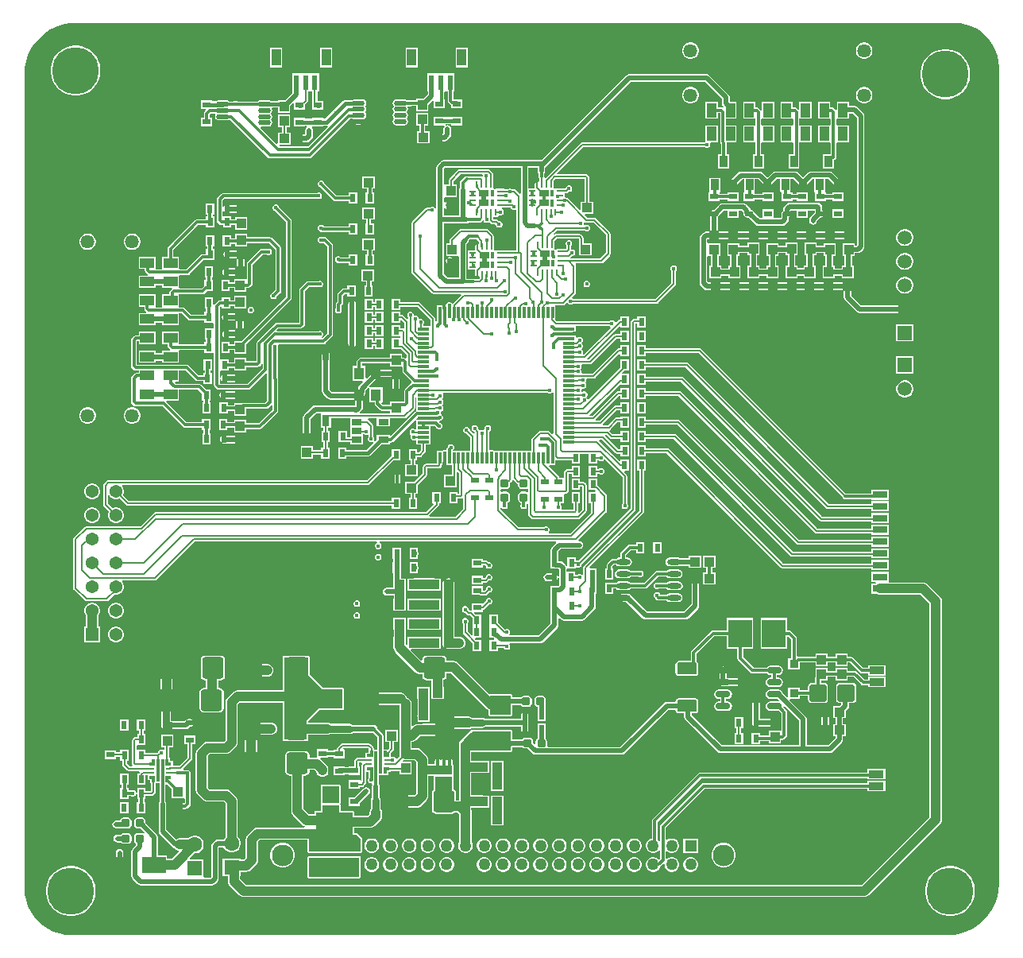
<source format=gbr>
G04*
G04 #@! TF.GenerationSoftware,Altium Limited,Altium Designer,24.1.2 (44)*
G04*
G04 Layer_Physical_Order=1*
G04 Layer_Color=4660084*
%FSLAX44Y44*%
%MOMM*%
G71*
G04*
G04 #@! TF.SameCoordinates,8DB790BD-C0D2-442E-8808-D1DB86FAA070*
G04*
G04*
G04 #@! TF.FilePolarity,Positive*
G04*
G01*
G75*
%ADD12C,0.2000*%
%ADD15C,0.3000*%
%ADD21R,1.6000X0.8900*%
%ADD22R,0.3000X0.7000*%
%ADD23R,0.6000X0.9000*%
%ADD24R,1.5000X1.0000*%
%ADD25R,1.0000X1.8000*%
%ADD26R,0.6000X1.6400*%
%ADD27R,1.0000X1.5000*%
%ADD28R,1.6000X0.8100*%
%ADD29R,3.0000X2.1000*%
%ADD30O,1.5500X0.7000*%
%ADD31R,1.6000X0.8000*%
%ADD32R,3.0000X2.1000*%
%ADD33R,1.0000X0.7000*%
%ADD34R,0.3000X0.6500*%
%ADD35R,0.2500X0.7000*%
%ADD36R,0.7000X0.2500*%
%ADD37R,0.8500X1.2000*%
%ADD38R,0.3000X1.2000*%
%ADD39R,1.2000X0.3000*%
%ADD40R,1.0000X1.0500*%
%ADD41R,1.0500X1.0000*%
G04:AMPARAMS|DCode=42|XSize=0.91mm|YSize=0.83mm|CornerRadius=0.22mm|HoleSize=0mm|Usage=FLASHONLY|Rotation=180.000|XOffset=0mm|YOffset=0mm|HoleType=Round|Shape=RoundedRectangle|*
%AMROUNDEDRECTD42*
21,1,0.9100,0.3901,0,0,180.0*
21,1,0.4701,0.8300,0,0,180.0*
1,1,0.4399,-0.2351,0.1951*
1,1,0.4399,0.2351,0.1951*
1,1,0.4399,0.2351,-0.1951*
1,1,0.4399,-0.2351,-0.1951*
%
%ADD42ROUNDEDRECTD42*%
%ADD43R,2.1000X4.0000*%
%ADD44R,2.1000X0.6000*%
%ADD45R,0.8000X1.2000*%
%ADD46R,0.9000X0.6000*%
%ADD47R,0.9500X0.9000*%
G04:AMPARAMS|DCode=48|XSize=1.8mm|YSize=1.84mm|CornerRadius=0.225mm|HoleSize=0mm|Usage=FLASHONLY|Rotation=180.000|XOffset=0mm|YOffset=0mm|HoleType=Round|Shape=RoundedRectangle|*
%AMROUNDEDRECTD48*
21,1,1.8000,1.3900,0,0,180.0*
21,1,1.3500,1.8400,0,0,180.0*
1,1,0.4500,-0.6750,0.6950*
1,1,0.4500,0.6750,0.6950*
1,1,0.4500,0.6750,-0.6950*
1,1,0.4500,-0.6750,-0.6950*
%
%ADD48ROUNDEDRECTD48*%
G04:AMPARAMS|DCode=49|XSize=2.24mm|YSize=2.32mm|CornerRadius=0.28mm|HoleSize=0mm|Usage=FLASHONLY|Rotation=180.000|XOffset=0mm|YOffset=0mm|HoleType=Round|Shape=RoundedRectangle|*
%AMROUNDEDRECTD49*
21,1,2.2400,1.7600,0,0,180.0*
21,1,1.6800,2.3200,0,0,180.0*
1,1,0.5600,-0.8400,0.8800*
1,1,0.5600,0.8400,0.8800*
1,1,0.5600,0.8400,-0.8800*
1,1,0.5600,-0.8400,-0.8800*
%
%ADD49ROUNDEDRECTD49*%
%ADD50R,0.3000X2.4000*%
%ADD51R,0.3500X0.6500*%
%ADD52R,0.6000X0.3000*%
%ADD53R,0.6000X0.2500*%
%ADD54R,2.5000X1.7000*%
%ADD55O,1.3500X0.5500*%
G04:AMPARAMS|DCode=56|XSize=1.27mm|YSize=2.1mm|CornerRadius=0.1588mm|HoleSize=0mm|Usage=FLASHONLY|Rotation=270.000|XOffset=0mm|YOffset=0mm|HoleType=Round|Shape=RoundedRectangle|*
%AMROUNDEDRECTD56*
21,1,1.2700,1.7825,0,0,270.0*
21,1,0.9525,2.1000,0,0,270.0*
1,1,0.3175,-0.8913,-0.4763*
1,1,0.3175,-0.8913,0.4763*
1,1,0.3175,0.8913,0.4763*
1,1,0.3175,0.8913,-0.4763*
%
%ADD56ROUNDEDRECTD56*%
%ADD57R,2.4500X3.0500*%
%ADD58R,2.5000X3.0000*%
%ADD59O,1.5000X0.6000*%
%ADD60R,1.1000X1.3000*%
%ADD61R,1.1000X0.7000*%
G04:AMPARAMS|DCode=62|XSize=0.91mm|YSize=0.83mm|CornerRadius=0.22mm|HoleSize=0mm|Usage=FLASHONLY|Rotation=270.000|XOffset=0mm|YOffset=0mm|HoleType=Round|Shape=RoundedRectangle|*
%AMROUNDEDRECTD62*
21,1,0.9100,0.3901,0,0,270.0*
21,1,0.4701,0.8300,0,0,270.0*
1,1,0.4399,-0.1951,-0.2351*
1,1,0.4399,-0.1951,0.2351*
1,1,0.4399,0.1951,0.2351*
1,1,0.4399,0.1951,-0.2351*
%
%ADD62ROUNDEDRECTD62*%
%ADD117C,1.0000*%
%ADD118C,0.5000*%
%ADD119C,0.4000*%
%ADD120C,2.0000*%
%ADD121C,0.7500*%
%ADD122C,5.0000*%
%ADD123C,0.5000*%
%ADD124C,1.4580*%
%ADD125C,2.3000*%
%ADD126R,1.2580X1.2580*%
%ADD127C,1.2580*%
%ADD128C,1.5200*%
%ADD129R,1.5200X1.5200*%
%ADD130C,1.3700*%
%ADD131R,1.3700X1.3700*%
%ADD132R,1.6000X1.6000*%
%ADD133C,1.6000*%
%ADD134C,0.4000*%
G36*
X2225072Y1680190D02*
X2225072Y1680190D01*
Y1680190D01*
X2226335Y1680186D01*
X2231894Y1679821D01*
X2238006Y1678606D01*
X2243908Y1676602D01*
X2249497Y1673846D01*
X2254679Y1670384D01*
X2259364Y1666274D01*
X2263474Y1661589D01*
X2266936Y1656407D01*
X2269692Y1650818D01*
X2271696Y1644916D01*
X2272911Y1638804D01*
X2273280Y1633188D01*
X2273280Y1633188D01*
X2273280D01*
X2273291Y1633176D01*
Y763270D01*
X2273320Y763123D01*
X2272863Y756138D01*
X2271468Y749128D01*
X2269171Y742360D01*
X2266010Y735950D01*
X2262039Y730007D01*
X2257326Y724634D01*
X2251953Y719921D01*
X2246010Y715950D01*
X2239600Y712789D01*
X2232832Y710492D01*
X2225822Y709098D01*
X2218837Y708640D01*
X2218690Y708669D01*
X1287648D01*
X1286416Y708724D01*
X1286416D01*
X1286416Y708724D01*
X1284605Y708605D01*
X1278050Y709035D01*
X1271607Y710316D01*
X1265387Y712428D01*
X1259495Y715333D01*
X1254033Y718983D01*
X1249094Y723314D01*
X1244763Y728253D01*
X1241113Y733715D01*
X1238208Y739607D01*
X1236096Y745827D01*
X1234815Y752270D01*
X1234504Y757014D01*
X1234504Y757014D01*
X1234504D01*
X1234449Y757067D01*
Y1623173D01*
X1234512Y1623176D01*
X1234449Y1624140D01*
Y1626870D01*
X1234440Y1626917D01*
X1234821Y1632739D01*
X1236217Y1639756D01*
X1238517Y1646531D01*
X1241681Y1652948D01*
X1245656Y1658897D01*
X1250374Y1664276D01*
X1255753Y1668993D01*
X1261702Y1672968D01*
X1268118Y1676133D01*
X1274893Y1678432D01*
X1281911Y1679828D01*
X1286626Y1680137D01*
X1286626Y1680137D01*
Y1680137D01*
X1286687Y1680201D01*
X2223813D01*
X2225072Y1680190D01*
D02*
G37*
%LPC*%
G36*
X2130737Y1659470D02*
X2128423D01*
X2126187Y1658871D01*
X2124183Y1657714D01*
X2122546Y1656077D01*
X2121389Y1654073D01*
X2120790Y1651837D01*
Y1649523D01*
X2121389Y1647287D01*
X2122546Y1645283D01*
X2124183Y1643646D01*
X2126187Y1642489D01*
X2128423Y1641890D01*
X2130737D01*
X2132973Y1642489D01*
X2134977Y1643646D01*
X2136614Y1645283D01*
X2137771Y1647287D01*
X2138370Y1649523D01*
Y1651837D01*
X2137771Y1654073D01*
X2136614Y1656077D01*
X2134977Y1657714D01*
X2132973Y1658871D01*
X2130737Y1659470D01*
D02*
G37*
G36*
X1945737D02*
X1943423D01*
X1941187Y1658871D01*
X1939183Y1657714D01*
X1937546Y1656077D01*
X1936389Y1654073D01*
X1935790Y1651837D01*
Y1649523D01*
X1936389Y1647287D01*
X1937546Y1645283D01*
X1939183Y1643646D01*
X1941187Y1642489D01*
X1943423Y1641890D01*
X1945737D01*
X1947973Y1642489D01*
X1949977Y1643646D01*
X1951614Y1645283D01*
X1952771Y1647287D01*
X1953370Y1649523D01*
Y1651837D01*
X1952771Y1654073D01*
X1951614Y1656077D01*
X1949977Y1657714D01*
X1947973Y1658871D01*
X1945737Y1659470D01*
D02*
G37*
G36*
X1707030Y1653880D02*
X1694030D01*
Y1632880D01*
X1707030D01*
Y1653880D01*
D02*
G37*
G36*
X1653690D02*
X1640690D01*
Y1632880D01*
X1653690D01*
Y1653880D01*
D02*
G37*
G36*
X1562570D02*
X1549570D01*
Y1632880D01*
X1562570D01*
Y1653880D01*
D02*
G37*
G36*
X1509230D02*
X1496230D01*
Y1632880D01*
X1509230D01*
Y1653880D01*
D02*
G37*
G36*
X1684120Y1626410D02*
X1683120D01*
X1682850Y1626410D01*
X1674390D01*
X1674120Y1626410D01*
X1673120D01*
X1672850Y1626410D01*
X1664120D01*
Y1607010D01*
X1664542D01*
Y1604149D01*
X1659602Y1599210D01*
X1652120D01*
Y1597769D01*
X1647521D01*
X1646456Y1598210D01*
X1645064D01*
X1643999Y1597769D01*
X1642218D01*
X1642214Y1597774D01*
X1640808Y1598713D01*
X1639150Y1599043D01*
X1631150D01*
X1629492Y1598713D01*
X1628086Y1597774D01*
X1627147Y1596368D01*
X1626817Y1594710D01*
X1627147Y1593052D01*
X1627552Y1592445D01*
X1628001Y1591460D01*
X1627552Y1590475D01*
X1627147Y1589868D01*
X1626817Y1588210D01*
X1627147Y1586552D01*
X1628086Y1585146D01*
Y1584774D01*
X1627147Y1583368D01*
X1626817Y1581710D01*
X1627147Y1580052D01*
X1627552Y1579445D01*
X1628001Y1578460D01*
X1627552Y1577475D01*
X1627147Y1576868D01*
X1626817Y1575210D01*
X1627147Y1573552D01*
X1628086Y1572146D01*
X1629492Y1571207D01*
X1631150Y1570877D01*
X1639150D01*
X1640808Y1571207D01*
X1642214Y1572146D01*
X1643153Y1573552D01*
X1643483Y1575210D01*
X1643153Y1576868D01*
X1642748Y1577475D01*
X1642299Y1578460D01*
X1642748Y1579445D01*
X1643153Y1580052D01*
X1643483Y1581710D01*
X1643153Y1583368D01*
X1642214Y1584774D01*
Y1585146D01*
X1643153Y1586552D01*
X1643483Y1588210D01*
X1643153Y1589868D01*
X1642811Y1590381D01*
X1643490Y1591651D01*
X1643999D01*
X1645064Y1591210D01*
X1646456D01*
X1647521Y1591651D01*
X1652120D01*
Y1585710D01*
X1665120D01*
Y1593192D01*
X1669130Y1597202D01*
X1670400Y1596676D01*
Y1589350D01*
X1682400D01*
Y1598350D01*
X1681999D01*
Y1606093D01*
X1683120Y1607010D01*
X1684120D01*
X1684291Y1607010D01*
X1685561Y1606772D01*
Y1597108D01*
X1685561Y1597108D01*
X1685794Y1595938D01*
X1686457Y1594945D01*
X1688215Y1593188D01*
X1688215Y1593188D01*
X1689207Y1592525D01*
X1689450Y1592477D01*
Y1589351D01*
X1701450D01*
Y1598351D01*
X1695516D01*
X1695220Y1598410D01*
X1695220Y1598410D01*
X1691679D01*
Y1607010D01*
X1693120D01*
Y1626410D01*
X1684390D01*
X1684120Y1626410D01*
D02*
G37*
G36*
X1961991Y1625442D02*
X1961990Y1625442D01*
X1879173D01*
X1879173Y1625442D01*
X1877612Y1625131D01*
X1876289Y1624247D01*
X1876289Y1624247D01*
X1786044Y1534002D01*
X1681320D01*
X1679760Y1533691D01*
X1678437Y1532807D01*
X1678437Y1532807D01*
X1674786Y1529157D01*
X1673902Y1527834D01*
X1673592Y1526273D01*
X1673592Y1526273D01*
Y1482985D01*
X1672354Y1482725D01*
X1672322Y1482724D01*
X1671343Y1483704D01*
X1670056Y1484236D01*
X1668664D01*
X1667377Y1483704D01*
X1666959Y1483285D01*
X1663616D01*
X1662641Y1483091D01*
X1661814Y1482539D01*
X1647928Y1468652D01*
X1647375Y1467825D01*
X1647181Y1466850D01*
Y1414780D01*
X1647375Y1413804D01*
X1647928Y1412978D01*
X1668637Y1392268D01*
X1669464Y1391715D01*
X1670440Y1391521D01*
X1699810D01*
X1700337Y1390251D01*
X1691560Y1381475D01*
X1690592Y1381206D01*
X1689914Y1381546D01*
X1689343Y1382117D01*
X1688056Y1382650D01*
X1686664D01*
X1685377Y1382117D01*
X1684393Y1381133D01*
X1683860Y1379846D01*
Y1378454D01*
X1684360Y1377247D01*
Y1375313D01*
X1683090Y1374544D01*
X1682360Y1374689D01*
X1681630Y1374544D01*
X1680360Y1375313D01*
Y1379130D01*
X1674360D01*
Y1371926D01*
X1674301Y1371630D01*
Y1362071D01*
X1674237Y1361982D01*
X1673869Y1361797D01*
X1672599Y1362579D01*
Y1365250D01*
X1672405Y1366225D01*
X1671852Y1367052D01*
X1656612Y1382292D01*
X1655786Y1382845D01*
X1654810Y1383039D01*
X1635181D01*
Y1386490D01*
X1626181D01*
Y1374490D01*
X1635181D01*
Y1377941D01*
X1653754D01*
X1667501Y1364194D01*
Y1358342D01*
X1667360Y1357130D01*
X1659359D01*
Y1359039D01*
X1659777Y1359457D01*
X1660310Y1360744D01*
Y1362136D01*
X1659777Y1363423D01*
X1658793Y1364407D01*
X1657506Y1364940D01*
X1656114D01*
X1655770Y1364798D01*
X1654500Y1365646D01*
Y1365946D01*
X1653967Y1367233D01*
X1652983Y1368217D01*
X1651696Y1368750D01*
X1650304D01*
X1649420Y1369341D01*
Y1369756D01*
X1648887Y1371043D01*
X1647903Y1372027D01*
X1646616Y1372560D01*
X1645224D01*
X1643937Y1372027D01*
X1642953Y1371043D01*
X1642420Y1369756D01*
Y1368364D01*
X1642953Y1367077D01*
X1643371Y1366659D01*
Y1365443D01*
X1642198Y1364957D01*
X1638832Y1368322D01*
X1638006Y1368875D01*
X1637030Y1369069D01*
X1635181D01*
Y1372520D01*
X1626181D01*
Y1360520D01*
X1635181D01*
Y1362968D01*
X1636451Y1363494D01*
X1639561Y1360384D01*
Y1355459D01*
X1638291Y1354780D01*
X1638104Y1354905D01*
X1637128Y1355099D01*
X1635181D01*
Y1358550D01*
X1626181D01*
Y1346550D01*
X1634992D01*
X1635558Y1345565D01*
X1634992Y1344580D01*
X1626181D01*
Y1332580D01*
X1632435D01*
X1632681Y1332531D01*
X1635925D01*
X1641811Y1326645D01*
Y1323390D01*
X1640541Y1322993D01*
X1639773Y1323506D01*
X1638603Y1323739D01*
X1638602Y1323739D01*
X1637180D01*
Y1327430D01*
X1624180D01*
Y1323739D01*
X1593067D01*
X1593067Y1323739D01*
X1591897Y1323506D01*
X1590905Y1322843D01*
X1590904Y1322843D01*
X1589147Y1321086D01*
X1588484Y1320093D01*
X1588251Y1318923D01*
X1588251Y1318922D01*
Y1314900D01*
X1584200D01*
Y1298900D01*
X1594773D01*
X1595259Y1297727D01*
X1591316Y1293784D01*
X1590432Y1292461D01*
X1590122Y1290900D01*
X1590122Y1290900D01*
Y1288589D01*
X1588771Y1287238D01*
X1562059D01*
X1559828Y1289469D01*
Y1326590D01*
X1559518Y1328151D01*
X1558634Y1329474D01*
X1557311Y1330358D01*
X1555750Y1330668D01*
X1554189Y1330358D01*
X1552866Y1329474D01*
X1551982Y1328151D01*
X1551672Y1326590D01*
Y1287780D01*
X1551672Y1287780D01*
X1551982Y1286219D01*
X1552866Y1284896D01*
X1557486Y1280276D01*
X1558809Y1279392D01*
X1560370Y1279082D01*
X1560370Y1279082D01*
X1587122D01*
Y1273540D01*
X1586230Y1272808D01*
X1586230Y1272808D01*
X1544320D01*
X1544320Y1272808D01*
X1542759Y1272498D01*
X1541436Y1271614D01*
X1541436Y1271614D01*
X1532546Y1262724D01*
X1531662Y1261401D01*
X1531352Y1259840D01*
X1531352Y1259840D01*
Y1238130D01*
X1531662Y1236569D01*
X1532546Y1235246D01*
X1533869Y1234362D01*
X1535430Y1234052D01*
X1536991Y1234362D01*
X1538314Y1235246D01*
X1539198Y1236569D01*
X1539508Y1238130D01*
Y1258151D01*
X1546009Y1264652D01*
X1549213D01*
X1550250Y1264090D01*
Y1249090D01*
X1553201D01*
Y1245520D01*
X1551249D01*
Y1233520D01*
X1552823D01*
Y1227739D01*
X1550872D01*
Y1225679D01*
X1541930D01*
Y1229880D01*
X1528930D01*
Y1216380D01*
X1541930D01*
Y1220581D01*
X1550872D01*
Y1215739D01*
X1559872D01*
Y1227739D01*
X1557921D01*
Y1233520D01*
X1560249D01*
Y1245520D01*
X1558299D01*
Y1249090D01*
X1561250D01*
Y1258821D01*
X1581490D01*
Y1250370D01*
Y1238919D01*
X1578408D01*
Y1245521D01*
X1569408D01*
Y1233521D01*
X1578408D01*
Y1233821D01*
X1581490D01*
Y1231370D01*
X1595490D01*
Y1242074D01*
X1596760Y1242400D01*
X1596947Y1242213D01*
X1598234Y1241680D01*
X1599626D01*
X1600191Y1241914D01*
X1601461Y1241102D01*
Y1239491D01*
X1601043Y1239073D01*
X1600510Y1237786D01*
Y1236394D01*
X1601043Y1235107D01*
X1602027Y1234123D01*
X1603314Y1233590D01*
X1604706D01*
X1605993Y1234123D01*
X1606733Y1233159D01*
X1598882Y1225309D01*
X1578031D01*
Y1227740D01*
X1569031D01*
Y1215740D01*
X1578031D01*
Y1218171D01*
X1600360D01*
X1601726Y1218443D01*
X1602883Y1219217D01*
X1615037Y1231370D01*
X1623990D01*
Y1233311D01*
X1625357D01*
X1625357Y1233311D01*
X1626528Y1233544D01*
X1627520Y1234207D01*
X1654384Y1261071D01*
X1656138D01*
X1656935Y1259801D01*
X1656801Y1259130D01*
X1656946Y1258400D01*
X1656177Y1257130D01*
X1652360D01*
Y1246928D01*
X1651090Y1246920D01*
X1650443Y1247567D01*
X1649156Y1248100D01*
X1647764D01*
X1646477Y1247567D01*
X1645493Y1246583D01*
X1644960Y1245296D01*
Y1243904D01*
X1645493Y1242617D01*
X1646477Y1241633D01*
X1646419Y1240282D01*
X1646230Y1239826D01*
Y1238434D01*
X1646763Y1237147D01*
X1647747Y1236163D01*
X1649034Y1235630D01*
X1650426D01*
X1651090Y1235905D01*
X1652360Y1235151D01*
Y1231130D01*
X1657311D01*
Y1225306D01*
X1655025Y1223020D01*
X1653338D01*
Y1226471D01*
X1644338D01*
Y1214471D01*
X1646289D01*
Y1210460D01*
X1640320D01*
Y1197460D01*
X1653820D01*
Y1210460D01*
X1651387D01*
Y1214471D01*
X1653338D01*
Y1217922D01*
X1656081D01*
X1657057Y1218116D01*
X1657884Y1218669D01*
X1661662Y1222448D01*
X1662215Y1223275D01*
X1662409Y1224250D01*
Y1231130D01*
X1667360D01*
Y1241130D01*
Y1251071D01*
X1671682D01*
X1673183Y1249571D01*
X1673433Y1248967D01*
X1674417Y1247983D01*
X1675704Y1247450D01*
X1677096D01*
X1678383Y1247983D01*
X1679367Y1248967D01*
X1679900Y1250254D01*
Y1251646D01*
X1679367Y1252933D01*
X1678383Y1253917D01*
X1677096Y1254450D01*
X1676985Y1254977D01*
X1677750Y1256304D01*
X1678742Y1256967D01*
X1679017Y1257242D01*
X1679833Y1257787D01*
X1680496Y1258779D01*
X1680729Y1259950D01*
X1680496Y1261121D01*
X1679833Y1262113D01*
X1679201Y1262535D01*
X1678840Y1262776D01*
X1678587Y1264121D01*
X1678630Y1264224D01*
Y1265616D01*
X1679452Y1266950D01*
X1679653Y1267033D01*
X1680637Y1268017D01*
X1681170Y1269304D01*
Y1270696D01*
X1680637Y1271983D01*
X1680274Y1272345D01*
X1679777Y1273175D01*
X1680274Y1274005D01*
X1680637Y1274367D01*
X1681170Y1275654D01*
Y1277046D01*
X1680637Y1278333D01*
X1680055Y1278915D01*
X1679787Y1279720D01*
X1680055Y1280525D01*
X1680637Y1281107D01*
X1681170Y1282394D01*
Y1283786D01*
X1680637Y1285073D01*
X1680439Y1285271D01*
X1680965Y1286541D01*
X1792069D01*
X1792527Y1286083D01*
X1793814Y1285550D01*
X1795206D01*
X1796493Y1286083D01*
X1797041Y1286631D01*
X1798311Y1286105D01*
Y1242967D01*
X1797041Y1242441D01*
X1794349Y1245132D01*
X1793522Y1245685D01*
X1792547Y1245879D01*
X1784350D01*
X1783375Y1245685D01*
X1782548Y1245132D01*
X1775558Y1238142D01*
X1775005Y1237316D01*
X1774811Y1236340D01*
Y1224130D01*
X1735310D01*
X1734343Y1225097D01*
X1733056Y1225630D01*
X1731664D01*
X1731179Y1225429D01*
X1729909Y1226278D01*
Y1245218D01*
X1730453Y1245443D01*
X1731437Y1246427D01*
X1731970Y1247714D01*
Y1249106D01*
X1731437Y1250393D01*
X1730453Y1251377D01*
X1729166Y1251910D01*
X1727774D01*
X1726487Y1251377D01*
X1725503Y1250393D01*
X1724970Y1249106D01*
Y1248099D01*
X1724811Y1247300D01*
Y1247248D01*
X1723541Y1246530D01*
X1722816Y1246830D01*
X1721424D01*
X1720137Y1246297D01*
X1719009Y1246965D01*
X1718000Y1247974D01*
Y1249106D01*
X1717467Y1250393D01*
X1716483Y1251377D01*
X1715196Y1251910D01*
X1713804D01*
X1712517Y1251377D01*
X1711533Y1250393D01*
X1711000Y1249106D01*
Y1247714D01*
X1711533Y1246427D01*
X1712517Y1245443D01*
X1713804Y1244910D01*
X1713842D01*
X1714704Y1243992D01*
X1714586Y1242898D01*
X1713449Y1242447D01*
X1709367Y1246528D01*
Y1247119D01*
X1708835Y1248406D01*
X1707850Y1249390D01*
X1706564Y1249923D01*
X1705171D01*
X1703885Y1249390D01*
X1702900Y1248406D01*
X1702367Y1247119D01*
Y1245727D01*
X1702900Y1244440D01*
X1703885Y1243456D01*
X1705171Y1242923D01*
X1705763D01*
X1709811Y1238875D01*
Y1224130D01*
X1691752D01*
X1691360Y1225400D01*
X1692067Y1226107D01*
X1692600Y1227394D01*
Y1228786D01*
X1692067Y1230073D01*
X1691083Y1231057D01*
X1689796Y1231590D01*
X1688404D01*
X1687117Y1231057D01*
X1686133Y1230073D01*
X1685600Y1228786D01*
Y1228512D01*
X1685197Y1228242D01*
X1684534Y1227250D01*
X1684301Y1226079D01*
Y1226036D01*
X1683031Y1225239D01*
X1682360Y1225373D01*
X1681189Y1225140D01*
X1680197Y1224477D01*
X1679965Y1224130D01*
X1674360D01*
Y1210537D01*
X1662332D01*
X1661356Y1210343D01*
X1660529Y1209791D01*
X1659358Y1208619D01*
X1658805Y1207792D01*
X1658611Y1206817D01*
Y1200056D01*
X1649965Y1191410D01*
X1640320D01*
Y1178410D01*
X1646289D01*
Y1174401D01*
X1644338D01*
Y1162401D01*
X1653338D01*
Y1174401D01*
X1651387D01*
Y1178410D01*
X1653820D01*
Y1188055D01*
X1662962Y1197198D01*
X1663515Y1198025D01*
X1663709Y1199000D01*
Y1205439D01*
X1675916D01*
X1676891Y1205633D01*
X1677718Y1206186D01*
X1678890Y1207358D01*
X1679442Y1208185D01*
X1679630Y1209130D01*
X1680360D01*
Y1212947D01*
X1681630Y1213716D01*
X1682360Y1213571D01*
X1683090Y1213716D01*
X1684360Y1212947D01*
Y1209130D01*
X1689811D01*
Y1198835D01*
X1682155D01*
Y1185835D01*
X1695655D01*
Y1198835D01*
X1694909D01*
Y1201640D01*
X1696179Y1202166D01*
X1697981Y1200364D01*
Y1178569D01*
X1696518D01*
Y1180751D01*
X1687518D01*
Y1168751D01*
X1696518D01*
Y1173471D01*
X1699358D01*
X1700334Y1173665D01*
X1701161Y1174218D01*
X1702426Y1173687D01*
Y1162471D01*
X1694394Y1154439D01*
X1666570D01*
X1666044Y1155709D01*
X1675662Y1165327D01*
X1676214Y1166154D01*
X1676408Y1167129D01*
Y1168750D01*
X1678359D01*
Y1180750D01*
X1669359D01*
Y1168750D01*
X1670079D01*
X1670605Y1167480D01*
X1662644Y1159519D01*
X1374270D01*
X1373295Y1159325D01*
X1372468Y1158772D01*
X1357975Y1144279D01*
X1300480D01*
X1299505Y1144085D01*
X1298678Y1143532D01*
X1287248Y1132102D01*
X1286695Y1131275D01*
X1286501Y1130300D01*
Y1078230D01*
X1286695Y1077254D01*
X1287248Y1076428D01*
X1298678Y1064998D01*
X1299505Y1064445D01*
X1300480Y1064251D01*
X1322331D01*
X1323307Y1064445D01*
X1324134Y1064998D01*
X1330464Y1071329D01*
X1331131Y1071150D01*
X1333329D01*
X1335453Y1071719D01*
X1337357Y1072818D01*
X1338912Y1074373D01*
X1340011Y1076277D01*
X1340580Y1078401D01*
Y1080599D01*
X1340011Y1082723D01*
X1338912Y1084627D01*
X1338508Y1085031D01*
X1339034Y1086301D01*
X1373330D01*
X1374306Y1086495D01*
X1375132Y1087048D01*
X1415836Y1127751D01*
X1610008D01*
X1610260Y1126481D01*
X1609647Y1126227D01*
X1608663Y1125243D01*
X1608130Y1123956D01*
Y1122564D01*
X1608663Y1121277D01*
X1609647Y1120293D01*
X1610934Y1119760D01*
X1612326D01*
X1613613Y1120293D01*
X1614597Y1121277D01*
X1615130Y1122564D01*
Y1123956D01*
X1614597Y1125243D01*
X1613613Y1126227D01*
X1613000Y1126481D01*
X1613252Y1127751D01*
X1800907D01*
X1801433Y1126481D01*
X1796705Y1121753D01*
X1795821Y1120430D01*
X1795511Y1118869D01*
X1795511Y1118869D01*
Y1110900D01*
X1795089D01*
Y1098900D01*
X1799695D01*
X1800089Y1098822D01*
X1800089Y1098822D01*
X1803862D01*
X1804402Y1098282D01*
Y1090582D01*
X1803132Y1090457D01*
X1802980Y1091219D01*
X1802096Y1092543D01*
X1802095Y1092544D01*
X1800772Y1093428D01*
X1799211Y1093738D01*
X1799211Y1093738D01*
X1791970D01*
X1790409Y1093428D01*
X1789086Y1092544D01*
X1788202Y1091221D01*
X1787892Y1089660D01*
X1788202Y1088099D01*
X1789086Y1086776D01*
X1790409Y1085892D01*
X1791970Y1085582D01*
X1799206D01*
X1799212Y1085581D01*
X1800773Y1085891D01*
X1802096Y1086775D01*
X1802980Y1088098D01*
X1803132Y1088861D01*
X1804402Y1088736D01*
Y1081038D01*
X1803862Y1080498D01*
X1800089D01*
X1800089Y1080498D01*
X1799695Y1080420D01*
X1795089D01*
Y1068420D01*
X1795511D01*
Y1065180D01*
X1795089D01*
Y1053180D01*
X1795511D01*
Y1040548D01*
X1782661Y1027698D01*
X1751994D01*
X1751468Y1028968D01*
X1751757Y1029257D01*
X1752290Y1030544D01*
Y1031936D01*
X1751757Y1033223D01*
X1750773Y1034207D01*
X1749486Y1034740D01*
X1748094D01*
X1746807Y1034207D01*
X1746733Y1034133D01*
X1739321Y1041545D01*
Y1049940D01*
X1730321D01*
Y1038510D01*
X1730321Y1037940D01*
X1730321D01*
Y1037240D01*
X1730321D01*
Y1025240D01*
X1734927D01*
X1734977Y1025230D01*
X1735484Y1024490D01*
X1734909Y1023270D01*
X1730321D01*
Y1011270D01*
X1739321D01*
Y1014721D01*
X1745531D01*
X1745823Y1014017D01*
X1746807Y1013033D01*
X1748094Y1012500D01*
X1749486D01*
X1750773Y1013033D01*
X1751757Y1014017D01*
X1752290Y1015304D01*
Y1016696D01*
X1751757Y1017983D01*
X1751468Y1018272D01*
X1751994Y1019542D01*
X1784350D01*
X1784350Y1019542D01*
X1785911Y1019852D01*
X1787234Y1020736D01*
X1802473Y1035975D01*
X1803357Y1037299D01*
X1803668Y1038859D01*
X1803667Y1038859D01*
Y1046175D01*
X1804841Y1046661D01*
X1806635Y1044866D01*
X1806635Y1044866D01*
X1807958Y1043982D01*
X1809519Y1043672D01*
X1828800D01*
X1828800Y1043672D01*
X1830361Y1043982D01*
X1831684Y1044866D01*
X1842236Y1055418D01*
X1843120Y1056741D01*
X1843430Y1058302D01*
X1843430Y1058302D01*
Y1072229D01*
X1844352D01*
Y1084229D01*
X1843930D01*
Y1087469D01*
X1844352D01*
Y1099469D01*
X1837523D01*
X1837037Y1100642D01*
X1894103Y1157708D01*
X1894656Y1158535D01*
X1894850Y1159511D01*
Y1203040D01*
X1896801D01*
Y1215040D01*
X1887801D01*
Y1203040D01*
X1889752D01*
Y1160567D01*
X1830808Y1101622D01*
X1830255Y1100796D01*
X1830061Y1099820D01*
Y1092605D01*
X1828791Y1092079D01*
X1828243Y1092627D01*
X1826956Y1093160D01*
X1825564D01*
X1824277Y1092627D01*
X1823859Y1092209D01*
X1821871D01*
Y1095660D01*
X1812871Y1095660D01*
X1812558Y1096801D01*
Y1097917D01*
X1813248Y1098901D01*
X1813828Y1098901D01*
X1822248D01*
Y1099749D01*
X1823518Y1100442D01*
X1824287Y1100123D01*
X1825679D01*
X1826966Y1100656D01*
X1827950Y1101640D01*
X1828483Y1102927D01*
Y1103518D01*
X1885212Y1160248D01*
X1885765Y1161075D01*
X1885959Y1162050D01*
Y1360161D01*
X1887801D01*
Y1355440D01*
X1896801D01*
Y1367440D01*
X1887801D01*
Y1365259D01*
X1884582D01*
X1883606Y1365065D01*
X1882779Y1364512D01*
X1881608Y1363341D01*
X1881055Y1362514D01*
X1880861Y1361538D01*
Y1163106D01*
X1825205Y1107450D01*
X1822248D01*
Y1110901D01*
X1813248D01*
Y1102321D01*
X1811978Y1101936D01*
X1811364Y1102855D01*
X1811364Y1102855D01*
X1808435Y1105784D01*
X1807112Y1106668D01*
X1805551Y1106978D01*
X1805551Y1106978D01*
X1804089D01*
Y1110900D01*
X1803667D01*
Y1117180D01*
X1806508Y1120021D01*
X1826260D01*
X1827821Y1120331D01*
X1829144Y1121215D01*
X1830028Y1122538D01*
X1830338Y1124099D01*
X1830028Y1125660D01*
X1829144Y1126983D01*
X1827821Y1127867D01*
X1826260Y1128177D01*
X1825728D01*
X1825202Y1129447D01*
X1854542Y1158788D01*
X1855095Y1159614D01*
X1855289Y1160590D01*
Y1177290D01*
X1855095Y1178265D01*
X1854542Y1179092D01*
X1853715Y1179645D01*
X1853183Y1179751D01*
X1845910Y1187023D01*
X1845108Y1187560D01*
Y1194721D01*
X1836108D01*
Y1182721D01*
X1842362D01*
X1842608Y1182672D01*
X1842888D01*
X1843458Y1181961D01*
X1842925Y1180751D01*
X1836108D01*
Y1168751D01*
X1838059D01*
Y1158404D01*
X1816314Y1136659D01*
X1793645D01*
X1793119Y1137929D01*
X1793667Y1138477D01*
X1794200Y1139764D01*
Y1141156D01*
X1793667Y1142443D01*
X1792683Y1143427D01*
X1791396Y1143960D01*
X1790004D01*
X1788717Y1143427D01*
X1788299Y1143009D01*
X1761276D01*
X1742149Y1162136D01*
Y1163352D01*
X1742780Y1163644D01*
X1743419Y1163741D01*
X1744267Y1162893D01*
X1745554Y1162360D01*
X1746946D01*
X1748233Y1162893D01*
X1749217Y1163877D01*
X1749750Y1165164D01*
Y1166556D01*
X1749309Y1167621D01*
Y1168968D01*
X1749644Y1169035D01*
X1750868Y1169852D01*
X1751685Y1171076D01*
X1751973Y1172520D01*
Y1177221D01*
X1751685Y1178664D01*
X1750868Y1179888D01*
X1749644Y1180705D01*
X1748201Y1180993D01*
X1744299D01*
X1743419Y1180817D01*
X1742149Y1181644D01*
Y1183096D01*
X1743419Y1183923D01*
X1744299Y1183747D01*
X1748201D01*
X1749644Y1184035D01*
X1750868Y1184852D01*
X1751685Y1186076D01*
X1751973Y1187520D01*
Y1190193D01*
X1752164Y1190231D01*
X1752991Y1190783D01*
X1754162Y1191955D01*
X1754657Y1192695D01*
X1754782Y1192796D01*
X1756069Y1193077D01*
X1759095Y1190050D01*
X1759922Y1189497D01*
X1760847Y1189313D01*
Y1187520D01*
X1761135Y1186076D01*
X1761952Y1184852D01*
X1763176Y1184035D01*
X1764619Y1183747D01*
X1768521D01*
X1769964Y1184035D01*
X1770371Y1184307D01*
X1771641Y1183628D01*
Y1181112D01*
X1770371Y1180433D01*
X1769964Y1180705D01*
X1768521Y1180993D01*
X1764619D01*
X1763176Y1180705D01*
X1761952Y1179888D01*
X1761135Y1178664D01*
X1760847Y1177221D01*
Y1172520D01*
X1761135Y1171076D01*
X1761952Y1169852D01*
X1763176Y1169035D01*
X1763511Y1168968D01*
Y1167621D01*
X1763070Y1166556D01*
Y1165164D01*
X1763603Y1163877D01*
X1764587Y1162893D01*
X1765874Y1162360D01*
X1767266D01*
X1768553Y1162893D01*
X1769537Y1163877D01*
X1770070Y1165164D01*
Y1166556D01*
X1769629Y1167621D01*
Y1168362D01*
X1770446Y1168809D01*
X1771641Y1168129D01*
Y1156970D01*
X1771835Y1155994D01*
X1772388Y1155168D01*
X1774928Y1152628D01*
X1775755Y1152075D01*
X1776730Y1151881D01*
X1824990D01*
X1825966Y1152075D01*
X1826792Y1152628D01*
X1833142Y1158978D01*
X1833695Y1159805D01*
X1833889Y1160780D01*
Y1187548D01*
X1833695Y1188524D01*
X1833142Y1189351D01*
X1831971Y1190522D01*
X1831144Y1191075D01*
X1830168Y1191269D01*
X1826949D01*
Y1194720D01*
X1817949D01*
Y1182720D01*
X1826949D01*
Y1186171D01*
X1828791D01*
Y1161836D01*
X1825667Y1158712D01*
X1824681Y1159522D01*
X1824804Y1159706D01*
X1824998Y1160682D01*
Y1168750D01*
X1826949D01*
Y1180750D01*
X1817949D01*
Y1168750D01*
X1819900D01*
Y1162059D01*
X1807478D01*
X1806666Y1163329D01*
X1806900Y1163894D01*
Y1165286D01*
X1806367Y1166573D01*
X1805950Y1166990D01*
Y1168602D01*
X1809401D01*
Y1177602D01*
X1810176Y1178551D01*
X1811118D01*
X1812094Y1178745D01*
X1812921Y1179298D01*
X1814092Y1180469D01*
X1814645Y1181296D01*
X1814839Y1182272D01*
Y1200141D01*
X1817949D01*
Y1196690D01*
X1826949D01*
Y1208690D01*
X1817949D01*
Y1205239D01*
X1813462D01*
X1812486Y1205045D01*
X1811659Y1204492D01*
X1810488Y1203321D01*
X1809935Y1202494D01*
X1809741Y1201518D01*
Y1196890D01*
X1809400Y1195761D01*
X1804414D01*
Y1196089D01*
X1804220Y1197065D01*
X1803668Y1197892D01*
X1793603Y1207957D01*
X1794089Y1209130D01*
X1800360D01*
Y1214117D01*
X1801534Y1214831D01*
X1801630Y1214830D01*
X1802532Y1214651D01*
X1817949D01*
Y1210660D01*
X1826949D01*
Y1221112D01*
X1836108D01*
Y1210661D01*
X1845108D01*
Y1214112D01*
X1846718D01*
X1847137Y1213693D01*
X1848424Y1213160D01*
X1849816D01*
X1851103Y1213693D01*
X1852076Y1214667D01*
X1852333Y1214909D01*
X1853415Y1215124D01*
X1871971Y1196568D01*
Y1168261D01*
X1871553Y1167843D01*
X1871020Y1166556D01*
Y1165164D01*
X1871553Y1163877D01*
X1872537Y1162893D01*
X1873824Y1162360D01*
X1875216D01*
X1876503Y1162893D01*
X1877487Y1163877D01*
X1878020Y1165164D01*
Y1166556D01*
X1877487Y1167843D01*
X1877069Y1168261D01*
Y1197624D01*
X1876875Y1198599D01*
X1876322Y1199426D01*
X1873883Y1201865D01*
X1874369Y1203039D01*
X1878642D01*
Y1215039D01*
X1869642D01*
Y1214102D01*
X1868469Y1213616D01*
X1846774Y1235311D01*
X1847300Y1236581D01*
X1849724D01*
X1864218Y1222088D01*
X1865045Y1221535D01*
X1866020Y1221341D01*
X1870019D01*
Y1218280D01*
X1879019D01*
Y1230280D01*
X1870019D01*
Y1226439D01*
X1867076D01*
X1853204Y1240311D01*
X1853672Y1241441D01*
X1854903Y1241562D01*
X1858748Y1237718D01*
X1859574Y1237165D01*
X1860550Y1236971D01*
X1870020D01*
Y1233520D01*
X1879020D01*
Y1245520D01*
X1870020D01*
Y1242069D01*
X1861606D01*
X1858235Y1245440D01*
X1858380Y1246404D01*
X1858565Y1246862D01*
X1859262Y1247328D01*
X1866686Y1254751D01*
X1870019D01*
Y1248760D01*
X1879019D01*
Y1260760D01*
X1870019D01*
Y1259849D01*
X1865630D01*
X1864655Y1259655D01*
X1863828Y1259102D01*
X1856404Y1251679D01*
X1851440D01*
X1850914Y1252949D01*
X1865415Y1267450D01*
X1869642D01*
Y1263999D01*
X1878642D01*
Y1275999D01*
X1869642D01*
Y1272548D01*
X1864359D01*
X1863383Y1272354D01*
X1862556Y1271801D01*
X1847434Y1256679D01*
X1843740D01*
X1843214Y1257949D01*
X1867955Y1282690D01*
X1869641D01*
Y1279239D01*
X1878641D01*
Y1291239D01*
X1869641D01*
Y1287788D01*
X1866899D01*
X1865923Y1287594D01*
X1865096Y1287041D01*
X1839734Y1261679D01*
X1837310D01*
X1836784Y1262949D01*
X1868703Y1294868D01*
X1869641Y1294479D01*
Y1294479D01*
X1878641D01*
Y1306479D01*
X1872283D01*
X1871797Y1307652D01*
X1873864Y1309719D01*
X1878641D01*
Y1321719D01*
X1869641D01*
Y1313965D01*
X1869592Y1313719D01*
Y1312657D01*
X1836110Y1279175D01*
X1835626Y1279233D01*
X1834731Y1279592D01*
X1834307Y1280615D01*
X1833461Y1281461D01*
X1834147Y1282147D01*
X1834680Y1283434D01*
Y1284826D01*
X1834147Y1286113D01*
X1833163Y1287097D01*
X1831876Y1287630D01*
X1830484D01*
X1829238Y1287114D01*
X1829083Y1287185D01*
X1828277Y1287799D01*
X1828209Y1287949D01*
X1828410Y1288434D01*
Y1289655D01*
X1829164Y1290455D01*
X1829374Y1290630D01*
X1830766D01*
X1832053Y1291163D01*
X1833037Y1292147D01*
X1833570Y1293434D01*
Y1294826D01*
X1833037Y1296113D01*
X1832226Y1296924D01*
X1832949Y1297647D01*
X1833482Y1298933D01*
Y1300325D01*
X1833399Y1300525D01*
X1834105Y1301581D01*
X1841340D01*
X1842316Y1301775D01*
X1843142Y1302328D01*
X1868371Y1327556D01*
X1869641Y1327030D01*
Y1324959D01*
X1878641D01*
Y1336959D01*
X1869641D01*
Y1333508D01*
X1868169D01*
X1867193Y1333314D01*
X1866366Y1332761D01*
X1840284Y1306679D01*
X1828898D01*
X1828049Y1307949D01*
X1828250Y1308434D01*
Y1309826D01*
X1827717Y1311113D01*
X1826993Y1311837D01*
X1827802Y1312647D01*
X1828335Y1313933D01*
Y1315325D01*
X1828253Y1315525D01*
X1828958Y1316581D01*
X1837290D01*
X1838266Y1316775D01*
X1839092Y1317328D01*
X1865415Y1343650D01*
X1869642D01*
Y1340199D01*
X1878642D01*
Y1352199D01*
X1869642D01*
Y1348748D01*
X1864359D01*
X1863383Y1348554D01*
X1862556Y1348001D01*
X1836234Y1321679D01*
X1834603D01*
X1834077Y1322949D01*
X1868469Y1357340D01*
X1869642Y1356854D01*
Y1355439D01*
X1878642D01*
Y1367439D01*
X1869642D01*
Y1364339D01*
X1869314D01*
X1868338Y1364145D01*
X1867511Y1363593D01*
X1865216Y1361298D01*
X1863732Y1361610D01*
X1863510Y1362146D01*
X1862526Y1363130D01*
X1861239Y1363663D01*
X1859847D01*
X1858560Y1363130D01*
X1858142Y1362712D01*
X1801923D01*
X1800360Y1364275D01*
Y1379130D01*
X1801596Y1379211D01*
X1808480D01*
X1809456Y1379405D01*
X1810282Y1379958D01*
X1812447Y1382122D01*
X1813692Y1381874D01*
X1813775Y1381675D01*
X1814759Y1380691D01*
X1816046Y1380158D01*
X1817438D01*
X1818725Y1380691D01*
X1819143Y1381109D01*
X1908168D01*
X1909144Y1381303D01*
X1909970Y1381856D01*
X1928392Y1400278D01*
X1928945Y1401105D01*
X1929139Y1402080D01*
Y1416189D01*
X1929557Y1416607D01*
X1930090Y1417894D01*
Y1419286D01*
X1929557Y1420573D01*
X1928573Y1421557D01*
X1927286Y1422090D01*
X1925894D01*
X1924607Y1421557D01*
X1923623Y1420573D01*
X1923090Y1419286D01*
Y1417894D01*
X1923623Y1416607D01*
X1924041Y1416189D01*
Y1403136D01*
X1907112Y1386207D01*
X1819143D01*
X1818725Y1386625D01*
X1818526Y1386707D01*
X1818278Y1387953D01*
X1821712Y1391388D01*
X1822265Y1392215D01*
X1822459Y1393190D01*
Y1421130D01*
X1822265Y1422105D01*
X1821887Y1422671D01*
X1822315Y1423941D01*
X1849095D01*
X1850071Y1424135D01*
X1850898Y1424688D01*
X1858542Y1432332D01*
X1859095Y1433159D01*
X1859289Y1434135D01*
Y1455420D01*
X1859095Y1456396D01*
X1858542Y1457222D01*
X1843993Y1471772D01*
X1843166Y1472324D01*
X1842191Y1472518D01*
X1834781D01*
X1831613Y1475687D01*
X1832099Y1476860D01*
X1840870D01*
Y1489860D01*
X1836669D01*
Y1515227D01*
X1836475Y1516202D01*
X1835922Y1517029D01*
X1834751Y1518201D01*
X1833924Y1518753D01*
X1832948Y1518947D01*
X1802472D01*
X1801986Y1520121D01*
X1829986Y1548121D01*
X1959749D01*
X1960167Y1547703D01*
X1961454Y1547170D01*
X1962846D01*
X1964133Y1547703D01*
X1965117Y1548687D01*
X1965650Y1549974D01*
Y1551366D01*
X1965425Y1551910D01*
X1966249Y1553180D01*
X1973580D01*
Y1571180D01*
X1960580D01*
Y1553808D01*
X1960167Y1553637D01*
X1959749Y1553219D01*
X1828930D01*
X1827955Y1553025D01*
X1827128Y1552472D01*
X1789710Y1515054D01*
X1788540Y1515680D01*
X1788679Y1516380D01*
Y1520108D01*
X1789388Y1521169D01*
X1789698Y1522730D01*
Y1526121D01*
X1790617Y1527039D01*
X1790617Y1527039D01*
X1880862Y1617285D01*
X1960301D01*
X1978114Y1599472D01*
Y1594568D01*
X1978114Y1594568D01*
X1978424Y1593007D01*
X1979308Y1591684D01*
X1980015Y1590977D01*
X1979912Y1590585D01*
X1978493Y1590006D01*
X1977323Y1590239D01*
X1977323Y1590239D01*
X1973580D01*
Y1596180D01*
X1960580D01*
Y1578180D01*
X1973580D01*
Y1584121D01*
X1976021D01*
Y1553438D01*
X1976021Y1553437D01*
X1976254Y1552267D01*
X1976917Y1551275D01*
X1976922Y1551269D01*
Y1540190D01*
X1974231D01*
Y1525190D01*
X1985731D01*
Y1540190D01*
X1983040D01*
Y1552536D01*
X1983568Y1553180D01*
X1993580D01*
Y1571180D01*
X1982139D01*
Y1578180D01*
X1993580D01*
Y1596180D01*
X1986348D01*
X1986270Y1596257D01*
Y1601162D01*
X1985960Y1602722D01*
X1985076Y1604046D01*
X1985076Y1604046D01*
X1964874Y1624247D01*
X1963551Y1625131D01*
X1963292Y1625183D01*
X1961991Y1625442D01*
D02*
G37*
G36*
X1291136Y1655910D02*
X1286964D01*
X1282845Y1655258D01*
X1278877Y1653969D01*
X1275161Y1652075D01*
X1271786Y1649623D01*
X1268837Y1646674D01*
X1266385Y1643299D01*
X1264492Y1639583D01*
X1263203Y1635615D01*
X1262550Y1631496D01*
Y1627324D01*
X1263203Y1623205D01*
X1264492Y1619238D01*
X1266385Y1615521D01*
X1268837Y1612146D01*
X1271786Y1609197D01*
X1275161Y1606745D01*
X1278877Y1604852D01*
X1282845Y1603562D01*
X1286964Y1602910D01*
X1291136D01*
X1295255Y1603562D01*
X1299223Y1604852D01*
X1302939Y1606745D01*
X1306314Y1609197D01*
X1309263Y1612146D01*
X1311715Y1615521D01*
X1313609Y1619238D01*
X1314897Y1623205D01*
X1315550Y1627324D01*
Y1631496D01*
X1314897Y1635615D01*
X1313609Y1639583D01*
X1311715Y1643299D01*
X1309263Y1646674D01*
X1306314Y1649623D01*
X1302939Y1652075D01*
X1299223Y1653969D01*
X1295255Y1655258D01*
X1291136Y1655910D01*
D02*
G37*
G36*
X2218236Y1652100D02*
X2214064D01*
X2209945Y1651447D01*
X2205977Y1650159D01*
X2202261Y1648265D01*
X2198886Y1645813D01*
X2195937Y1642864D01*
X2193485Y1639489D01*
X2191591Y1635773D01*
X2190302Y1631805D01*
X2189650Y1627686D01*
Y1623514D01*
X2190302Y1619395D01*
X2191591Y1615428D01*
X2193485Y1611711D01*
X2195937Y1608336D01*
X2198886Y1605387D01*
X2202261Y1602935D01*
X2205977Y1601042D01*
X2209945Y1599753D01*
X2214064Y1599100D01*
X2218236D01*
X2222355Y1599753D01*
X2226322Y1601042D01*
X2230039Y1602935D01*
X2233414Y1605387D01*
X2236363Y1608336D01*
X2238815Y1611711D01*
X2240708Y1615428D01*
X2241998Y1619395D01*
X2242650Y1623514D01*
Y1627686D01*
X2241998Y1631805D01*
X2240708Y1635773D01*
X2238815Y1639489D01*
X2236363Y1642864D01*
X2233414Y1645813D01*
X2230039Y1648265D01*
X2226322Y1650159D01*
X2222355Y1651447D01*
X2218236Y1652100D01*
D02*
G37*
G36*
X2130737Y1611970D02*
X2128423D01*
X2126187Y1611371D01*
X2124183Y1610214D01*
X2122546Y1608577D01*
X2121389Y1606573D01*
X2120790Y1604337D01*
Y1602023D01*
X2121389Y1599787D01*
X2122546Y1597783D01*
X2124183Y1596146D01*
X2126187Y1594989D01*
X2128423Y1594390D01*
X2130737D01*
X2132973Y1594989D01*
X2134977Y1596146D01*
X2136614Y1597783D01*
X2137771Y1599787D01*
X2138370Y1602023D01*
Y1604337D01*
X2137771Y1606573D01*
X2136614Y1608577D01*
X2134977Y1610214D01*
X2132973Y1611371D01*
X2130737Y1611970D01*
D02*
G37*
G36*
X1945737D02*
X1943423D01*
X1941187Y1611371D01*
X1939183Y1610214D01*
X1937546Y1608577D01*
X1936389Y1606573D01*
X1935790Y1604337D01*
Y1602023D01*
X1936389Y1599787D01*
X1937546Y1597783D01*
X1939183Y1596146D01*
X1941187Y1594989D01*
X1943423Y1594390D01*
X1945737D01*
X1947973Y1594989D01*
X1949977Y1596146D01*
X1951614Y1597783D01*
X1952771Y1599787D01*
X1953370Y1602023D01*
Y1604337D01*
X1952771Y1606573D01*
X1951614Y1608577D01*
X1949977Y1610214D01*
X1947973Y1611371D01*
X1945737Y1611970D01*
D02*
G37*
G36*
X2073580Y1596180D02*
X2060580D01*
Y1588317D01*
X2060303Y1588118D01*
X2059310Y1587838D01*
X2057805Y1589343D01*
X2056813Y1590006D01*
X2055643Y1590239D01*
X2055643Y1590239D01*
X2053580D01*
Y1596180D01*
X2040580D01*
Y1578180D01*
X2053580D01*
X2054341Y1577225D01*
Y1572135D01*
X2053580Y1571180D01*
X2053071Y1571180D01*
X2040580D01*
Y1553180D01*
X2053071D01*
X2053580Y1553180D01*
X2054341Y1552225D01*
Y1540390D01*
X2049110D01*
Y1525390D01*
X2060610D01*
Y1540390D01*
X2060459D01*
Y1551960D01*
X2060580Y1553180D01*
X2061729Y1553180D01*
X2073580D01*
Y1571180D01*
X2060580Y1571180D01*
X2060459Y1572400D01*
Y1576960D01*
X2060580Y1578180D01*
X2061729Y1578180D01*
X2073580D01*
Y1596180D01*
D02*
G37*
G36*
X1528660Y1626410D02*
Y1626410D01*
X1519660D01*
Y1607010D01*
X1519706D01*
X1519832Y1605740D01*
X1512032Y1597940D01*
X1504800D01*
Y1597009D01*
X1496679D01*
X1496028Y1597443D01*
X1494370Y1597773D01*
X1486370D01*
X1484712Y1597443D01*
X1483306Y1596504D01*
X1483302Y1596499D01*
X1461531D01*
X1461213Y1596817D01*
X1459926Y1597350D01*
X1458534D01*
X1457247Y1596817D01*
X1456929Y1596499D01*
X1452938D01*
X1452934Y1596504D01*
X1451528Y1597443D01*
X1449870Y1597773D01*
X1441870D01*
X1440212Y1597443D01*
X1439200Y1596768D01*
X1434749D01*
Y1597458D01*
X1422749D01*
Y1588458D01*
X1427533D01*
X1428019Y1587285D01*
X1426587Y1585853D01*
X1425924Y1584861D01*
X1425691Y1583690D01*
X1425691Y1583690D01*
Y1579299D01*
X1422750D01*
Y1570299D01*
X1434750D01*
Y1579299D01*
X1431809D01*
Y1582423D01*
X1433267Y1583881D01*
X1437531D01*
X1438209Y1582611D01*
X1437867Y1582098D01*
X1437537Y1580440D01*
X1437867Y1578782D01*
X1438806Y1577376D01*
X1440212Y1576437D01*
X1441870Y1576107D01*
X1449870D01*
X1451528Y1576437D01*
X1452934Y1577376D01*
X1454044Y1576930D01*
X1493897Y1537077D01*
X1494890Y1536414D01*
X1496060Y1536181D01*
X1496060Y1536181D01*
X1538519D01*
X1538519Y1536181D01*
X1539689Y1536414D01*
X1540682Y1537077D01*
X1581778Y1578173D01*
X1584294D01*
X1584992Y1577707D01*
X1586311Y1577444D01*
X1586899Y1576544D01*
X1587030Y1576107D01*
X1586794Y1574923D01*
X1587066Y1573557D01*
X1587840Y1572400D01*
X1588997Y1571626D01*
X1590363Y1571354D01*
X1591729Y1571626D01*
X1592886Y1572400D01*
X1593173Y1572687D01*
X1593947Y1573844D01*
X1594219Y1575210D01*
X1594040Y1576107D01*
X1594401Y1576858D01*
X1594654Y1577204D01*
X1594905Y1577428D01*
X1596308Y1577707D01*
X1597714Y1578646D01*
X1598653Y1580052D01*
X1598983Y1581710D01*
X1598653Y1583368D01*
X1597714Y1584774D01*
Y1585146D01*
X1598653Y1586552D01*
X1598983Y1588210D01*
X1598653Y1589868D01*
X1597714Y1591274D01*
Y1591646D01*
X1598653Y1593052D01*
X1598983Y1594710D01*
X1598653Y1596368D01*
X1597714Y1597774D01*
X1596308Y1598713D01*
X1594650Y1599043D01*
X1586650D01*
X1584992Y1598713D01*
X1584341Y1598279D01*
X1576930D01*
X1575564Y1598007D01*
X1574407Y1597233D01*
X1555164Y1577991D01*
X1552861D01*
Y1578922D01*
X1540861D01*
Y1577991D01*
X1533811D01*
Y1578922D01*
X1521811D01*
Y1569922D01*
X1533811D01*
Y1570853D01*
X1535335D01*
X1535524Y1570614D01*
X1535256Y1568907D01*
X1535086Y1568794D01*
X1534202Y1567471D01*
X1533892Y1565910D01*
Y1561638D01*
X1533352Y1561098D01*
X1526300D01*
X1524739Y1560788D01*
X1523416Y1559904D01*
X1522532Y1558581D01*
X1522222Y1557020D01*
X1522532Y1555459D01*
X1523416Y1554136D01*
X1524739Y1553252D01*
X1526300Y1552942D01*
X1535041D01*
X1535041Y1552942D01*
X1536602Y1553252D01*
X1537925Y1554136D01*
X1540854Y1557065D01*
X1540854Y1557065D01*
X1541738Y1558388D01*
X1542048Y1559949D01*
Y1565910D01*
X1541738Y1567471D01*
X1540949Y1568652D01*
X1541111Y1569279D01*
X1541451Y1569922D01*
X1552861D01*
Y1570853D01*
X1556642D01*
X1557228Y1570970D01*
X1557854Y1569800D01*
X1536703Y1548649D01*
X1506674D01*
X1506214Y1549250D01*
X1506841Y1550520D01*
X1518050D01*
Y1563520D01*
X1513849D01*
Y1569440D01*
X1517800D01*
Y1582940D01*
X1504800D01*
Y1569440D01*
X1508751D01*
Y1563520D01*
X1504550D01*
Y1552112D01*
X1503280Y1551586D01*
X1486529Y1568337D01*
X1487055Y1569607D01*
X1494370D01*
X1496028Y1569937D01*
X1497434Y1570876D01*
X1498373Y1572282D01*
X1498703Y1573940D01*
X1498373Y1575598D01*
X1497968Y1576205D01*
X1497519Y1577190D01*
X1497968Y1578175D01*
X1498373Y1578782D01*
X1498703Y1580440D01*
X1498373Y1582098D01*
X1497434Y1583504D01*
Y1583876D01*
X1498373Y1585282D01*
X1498703Y1586940D01*
X1498373Y1588598D01*
X1498271Y1588751D01*
X1498870Y1589871D01*
X1504800D01*
Y1584440D01*
X1517800D01*
Y1592172D01*
X1520637Y1595009D01*
X1521810Y1594523D01*
Y1588081D01*
X1526609D01*
X1527876Y1587556D01*
X1529268D01*
X1530535Y1588081D01*
X1533810D01*
Y1593476D01*
X1535962Y1595628D01*
X1536515Y1596455D01*
X1536709Y1597431D01*
Y1607010D01*
X1538390D01*
X1538660Y1607010D01*
X1539660D01*
X1539930Y1607010D01*
X1541611D01*
Y1597081D01*
X1540860D01*
Y1588081D01*
X1545992D01*
X1547129Y1587610D01*
X1548521D01*
X1549658Y1588081D01*
X1552860D01*
Y1597081D01*
X1546709D01*
Y1607010D01*
X1548660D01*
Y1626410D01*
X1539930D01*
X1539660Y1626410D01*
X1538660D01*
X1538390Y1626410D01*
X1529660D01*
Y1626410D01*
X1528660D01*
D02*
G37*
G36*
X2033580Y1596180D02*
X2020580D01*
Y1587468D01*
X2019310Y1587083D01*
X2018974Y1587585D01*
X2018974Y1587586D01*
X2017217Y1589343D01*
X2016224Y1590006D01*
X2015054Y1590239D01*
X2015054Y1590239D01*
X2013580D01*
Y1596180D01*
X2000580D01*
Y1578180D01*
X2013580D01*
X2013752Y1576981D01*
Y1572379D01*
X2013580Y1571180D01*
X2012482Y1571180D01*
X2000580D01*
Y1553180D01*
X2013580Y1553180D01*
X2013752Y1551981D01*
Y1540190D01*
X2011061D01*
Y1525190D01*
X2022561D01*
Y1540190D01*
X2019870D01*
Y1552204D01*
X2020580Y1553180D01*
X2021140Y1553180D01*
X2033580D01*
Y1571180D01*
X2021140D01*
X2020580Y1571180D01*
X2019870Y1572156D01*
Y1577204D01*
X2020580Y1578180D01*
X2021140Y1578180D01*
X2033580D01*
Y1596180D01*
D02*
G37*
G36*
X2113580D02*
X2100580D01*
Y1587406D01*
X2099310Y1587021D01*
X2098933Y1587585D01*
X2098933Y1587586D01*
X2097175Y1589343D01*
X2096183Y1590006D01*
X2095013Y1590239D01*
X2095013Y1590239D01*
X2093580D01*
Y1596180D01*
X2080580D01*
Y1578180D01*
X2093580D01*
X2093711Y1576964D01*
Y1572396D01*
X2093580Y1571180D01*
X2092441Y1571180D01*
X2080580D01*
Y1553180D01*
X2093580Y1553180D01*
X2093711Y1551964D01*
Y1540390D01*
X2085940D01*
Y1525390D01*
X2097440D01*
Y1534262D01*
X2097941Y1534361D01*
X2098933Y1535025D01*
X2099596Y1536017D01*
X2099829Y1537187D01*
Y1552221D01*
X2100580Y1553180D01*
X2101099Y1553180D01*
X2113580D01*
Y1571180D01*
X2101099D01*
X2100580Y1571180D01*
X2099829Y1572139D01*
Y1577221D01*
X2100580Y1578180D01*
X2101099Y1578180D01*
X2113580D01*
Y1583422D01*
X2117941D01*
X2121902Y1579461D01*
Y1443648D01*
X2121362Y1443108D01*
X2119780D01*
Y1445780D01*
X2106780D01*
Y1432280D01*
X2108567D01*
Y1421410D01*
X2105510D01*
Y1418738D01*
X2098190D01*
Y1421410D01*
X2096403D01*
Y1432280D01*
X2099460D01*
Y1445780D01*
X2086460D01*
Y1443168D01*
X2079140D01*
Y1445900D01*
X2066140D01*
Y1432400D01*
X2067927D01*
Y1421530D01*
X2064870D01*
Y1418798D01*
X2058820D01*
Y1421410D01*
X2056398D01*
Y1432400D01*
X2058820D01*
Y1445900D01*
X2045820D01*
Y1443168D01*
X2038500D01*
Y1445780D01*
X2025500D01*
Y1432280D01*
X2027922D01*
Y1421410D01*
X2025500D01*
Y1418738D01*
X2018180D01*
Y1421410D01*
X2015758D01*
Y1432400D01*
X2018180D01*
Y1445900D01*
X2005180D01*
Y1443168D01*
X1996590D01*
Y1445780D01*
X1983590D01*
Y1432280D01*
X1986647D01*
Y1421410D01*
X1984860D01*
Y1418738D01*
X1977540D01*
Y1421410D01*
X1974483D01*
Y1432160D01*
X1976270D01*
Y1445660D01*
X1963688D01*
X1963270Y1445660D01*
X1962418Y1446577D01*
Y1449292D01*
X1962958Y1449832D01*
X1969770D01*
X1969770Y1449832D01*
X1970072Y1449892D01*
X1990030D01*
X1990030Y1449892D01*
X1990633Y1450012D01*
X2011620D01*
X2011620Y1450012D01*
X2011680Y1450023D01*
X2011740Y1450012D01*
X2011740Y1450012D01*
X2031698D01*
X2032000Y1449952D01*
X2032302Y1450012D01*
X2052260D01*
X2052260Y1450012D01*
X2052562Y1450072D01*
X2072398D01*
X2072700Y1450012D01*
X2072700Y1450012D01*
X2092658D01*
X2092960Y1449952D01*
X2113280D01*
X2114841Y1450262D01*
X2116164Y1451146D01*
X2117048Y1452469D01*
X2117358Y1454030D01*
X2117048Y1455591D01*
X2116164Y1456914D01*
X2114841Y1457798D01*
X2113280Y1458108D01*
X2093202D01*
X2092900Y1458168D01*
X2092900Y1458168D01*
X2072942D01*
X2072640Y1458228D01*
X2072640Y1458228D01*
X2052320D01*
X2052320Y1458228D01*
X2052018Y1458168D01*
X2032060D01*
X2032000Y1458156D01*
X2031940Y1458168D01*
X2031940Y1458168D01*
X2011982D01*
X2011680Y1458228D01*
X2011378Y1458168D01*
X1990150D01*
X1989547Y1458048D01*
X1973848D01*
Y1473921D01*
X1974154Y1474125D01*
X1979959Y1479931D01*
X1984090D01*
Y1472509D01*
X1996090D01*
Y1479931D01*
X1999182D01*
X2000522Y1478591D01*
Y1477509D01*
X2000522Y1477509D01*
X2000832Y1475948D01*
X2001716Y1474625D01*
X2002216Y1474125D01*
X2002216Y1474125D01*
X2003539Y1473241D01*
X2005100Y1472931D01*
X2005100Y1472931D01*
X2006411D01*
X2014105Y1465236D01*
X2014105Y1465236D01*
X2015428Y1464352D01*
X2016989Y1464042D01*
X2042311D01*
X2042311Y1464042D01*
X2043872Y1464352D01*
X2045195Y1465236D01*
X2048124Y1468165D01*
X2048124Y1468165D01*
X2049008Y1469488D01*
X2049318Y1471049D01*
Y1473587D01*
X2050124Y1474125D01*
X2051008Y1475448D01*
X2051318Y1477009D01*
Y1480012D01*
X2051858Y1480552D01*
X2057750D01*
Y1472509D01*
X2069750D01*
Y1480552D01*
X2076722D01*
Y1478199D01*
X2072296Y1473773D01*
X2071412Y1472450D01*
X2071102Y1470889D01*
X2071102Y1470889D01*
Y1469390D01*
X2071412Y1467829D01*
X2072296Y1466506D01*
X2073619Y1465622D01*
X2075180Y1465312D01*
X2076741Y1465622D01*
X2078064Y1466506D01*
X2078948Y1467829D01*
X2079211Y1469153D01*
X2083036Y1472978D01*
X2084361Y1473241D01*
X2085684Y1474125D01*
X2086568Y1475448D01*
X2086878Y1477009D01*
X2086568Y1478570D01*
X2085684Y1479893D01*
X2084878Y1480431D01*
Y1483701D01*
X2084878Y1483701D01*
X2084568Y1485262D01*
X2083684Y1486585D01*
X2083684Y1486585D01*
X2082755Y1487514D01*
X2081432Y1488398D01*
X2079871Y1488708D01*
X2079871Y1488708D01*
X2050169D01*
X2048608Y1488398D01*
X2047285Y1487514D01*
X2047285Y1487514D01*
X2044356Y1484585D01*
X2043472Y1483262D01*
X2043162Y1481701D01*
X2043162Y1481701D01*
Y1480097D01*
X2042856Y1479893D01*
X2042856Y1479893D01*
X2042356Y1479393D01*
X2041472Y1478070D01*
X2041162Y1476509D01*
X2041162Y1476509D01*
Y1472738D01*
X2040622Y1472198D01*
X2034061D01*
X2032920Y1472509D01*
X2032920Y1473468D01*
Y1481509D01*
X2020920D01*
X2020920Y1472509D01*
X2019779Y1472198D01*
X2018678D01*
X2010984Y1479893D01*
X2009661Y1480777D01*
X2008535Y1481001D01*
X2008368Y1481841D01*
X2007484Y1483164D01*
X2007484Y1483164D01*
X2003755Y1486893D01*
X2002432Y1487777D01*
X2000871Y1488087D01*
X2000871Y1488087D01*
X1978270D01*
X1976709Y1487777D01*
X1975386Y1486893D01*
X1969534Y1481040D01*
X1968209Y1480777D01*
X1966886Y1479893D01*
X1966002Y1478570D01*
X1965692Y1477009D01*
Y1457988D01*
X1961269D01*
X1959708Y1457678D01*
X1958385Y1456794D01*
X1958385Y1456794D01*
X1955456Y1453865D01*
X1954572Y1452542D01*
X1954262Y1450981D01*
X1954262Y1450981D01*
Y1403350D01*
X1954262Y1403350D01*
X1954572Y1401789D01*
X1955456Y1400466D01*
X1959146Y1396776D01*
X1960469Y1395892D01*
X1962030Y1395582D01*
X1962030Y1395582D01*
X2052320D01*
X2052320Y1395582D01*
X2052622Y1395642D01*
X2071310D01*
X2071310Y1395642D01*
X2071370Y1395654D01*
X2071430Y1395642D01*
X2091388D01*
X2091690Y1395582D01*
X2107932D01*
Y1388110D01*
X2107932Y1388110D01*
X2108242Y1386549D01*
X2109126Y1385226D01*
X2121826Y1372526D01*
X2121826Y1372526D01*
X2123149Y1371642D01*
X2124710Y1371332D01*
X2124710Y1371332D01*
X2172970D01*
X2174531Y1371642D01*
X2175854Y1372526D01*
X2176738Y1373849D01*
X2177048Y1375410D01*
X2176738Y1376971D01*
X2175854Y1378294D01*
X2174531Y1379178D01*
X2172970Y1379488D01*
X2126399D01*
X2116088Y1389799D01*
Y1399660D01*
X2115778Y1401221D01*
X2114894Y1402544D01*
X2113571Y1403428D01*
X2112010Y1403738D01*
X2091932D01*
X2091630Y1403798D01*
X2091630Y1403798D01*
X2071672D01*
X2071370Y1403858D01*
X2071068Y1403798D01*
X2052380D01*
X2052078Y1403738D01*
X1963719D01*
X1962418Y1405039D01*
Y1431243D01*
X1963270Y1432160D01*
X1963688Y1432160D01*
X1966327D01*
Y1421410D01*
X1964540D01*
Y1407910D01*
X1977540D01*
Y1410582D01*
X1984860D01*
Y1407910D01*
X1997860D01*
Y1421410D01*
X1994803D01*
Y1432280D01*
X1996590D01*
Y1435012D01*
X2005180D01*
Y1432400D01*
X2007602D01*
Y1421410D01*
X2005180D01*
Y1407910D01*
X2018180D01*
Y1410582D01*
X2025500D01*
Y1407910D01*
X2038500D01*
Y1421410D01*
X2036078D01*
Y1432280D01*
X2038500D01*
Y1435012D01*
X2045820D01*
Y1432400D01*
X2048242D01*
Y1421410D01*
X2045820D01*
Y1407910D01*
X2058820D01*
Y1410642D01*
X2064870D01*
Y1408030D01*
X2077870D01*
Y1421530D01*
X2076083D01*
Y1432400D01*
X2079140D01*
Y1435012D01*
X2086460D01*
Y1432280D01*
X2088247D01*
Y1421410D01*
X2085190D01*
Y1407910D01*
X2098190D01*
Y1410582D01*
X2105510D01*
Y1407910D01*
X2118510D01*
Y1421410D01*
X2116723D01*
Y1432280D01*
X2119780D01*
Y1434952D01*
X2123051D01*
X2123051Y1434952D01*
X2124612Y1435262D01*
X2125935Y1436146D01*
X2128864Y1439075D01*
X2128864Y1439075D01*
X2129748Y1440398D01*
X2130058Y1441959D01*
Y1581150D01*
X2130058Y1581150D01*
X2129748Y1582711D01*
X2128864Y1584034D01*
X2122514Y1590384D01*
X2121191Y1591268D01*
X2119630Y1591578D01*
X2119630Y1591578D01*
X2113580D01*
Y1596180D01*
D02*
G37*
G36*
X1695451Y1580270D02*
X1695057Y1580192D01*
X1689451D01*
Y1579760D01*
X1682401D01*
Y1580191D01*
X1677295D01*
X1676901Y1580270D01*
X1676507Y1580191D01*
X1670401D01*
Y1571191D01*
X1681265D01*
X1681807Y1571191D01*
X1682148Y1570551D01*
X1682311Y1569921D01*
X1681522Y1568741D01*
X1681212Y1567180D01*
Y1562908D01*
X1680672Y1562368D01*
X1675010D01*
X1673449Y1562058D01*
X1672126Y1561174D01*
X1671242Y1559851D01*
X1670932Y1558290D01*
X1671242Y1556729D01*
X1672126Y1555406D01*
X1673449Y1554522D01*
X1675010Y1554212D01*
X1682361D01*
X1682361Y1554212D01*
X1683922Y1554522D01*
X1685245Y1555406D01*
X1688174Y1558335D01*
X1688174Y1558335D01*
X1689058Y1559658D01*
X1689368Y1561219D01*
Y1567180D01*
X1689058Y1568741D01*
X1688174Y1570064D01*
X1686851Y1570948D01*
X1685290Y1571258D01*
X1683951Y1570992D01*
X1683298Y1571471D01*
X1682918Y1571933D01*
X1683138Y1572623D01*
X1689451D01*
Y1571192D01*
X1701451D01*
Y1580192D01*
X1695845D01*
X1695451Y1580270D01*
D02*
G37*
G36*
X1665120Y1584210D02*
X1652120D01*
Y1570710D01*
X1655561D01*
Y1564790D01*
X1653260D01*
Y1551790D01*
X1666760D01*
Y1564790D01*
X1661679D01*
Y1570710D01*
X1665120D01*
Y1584210D01*
D02*
G37*
G36*
X2093190Y1522022D02*
X2093190Y1522022D01*
X2072968D01*
X2072968Y1522022D01*
X2071407Y1521712D01*
X2070084Y1520828D01*
X2064664Y1515408D01*
X2059244Y1520828D01*
X2057921Y1521712D01*
X2056360Y1522022D01*
X2056360Y1522022D01*
X2035119D01*
X2035119Y1522022D01*
X2033558Y1521712D01*
X2032235Y1520828D01*
X2026615Y1515208D01*
X2021195Y1520628D01*
X2019872Y1521512D01*
X2018311Y1521822D01*
X2018311Y1521822D01*
X1998089D01*
X1998089Y1521822D01*
X1996528Y1521512D01*
X1995205Y1520628D01*
X1986901Y1512324D01*
X1986017Y1511001D01*
X1985707Y1509440D01*
X1985707Y1509440D01*
Y1507690D01*
X1986017Y1506129D01*
X1986901Y1504806D01*
X1988224Y1503922D01*
X1989785Y1503611D01*
X1991346Y1503922D01*
X1992669Y1504806D01*
X1993553Y1506129D01*
X1993863Y1507690D01*
Y1507751D01*
X1999778Y1513666D01*
X2001612D01*
Y1500244D01*
X2000599Y1499668D01*
Y1490668D01*
X2012599D01*
Y1492109D01*
X2020919D01*
Y1490668D01*
X2032919D01*
Y1499668D01*
X2020919D01*
Y1498227D01*
X2013497D01*
X2012599Y1499125D01*
Y1499187D01*
X2013112Y1500244D01*
X2013112D01*
X2013112Y1500244D01*
Y1513666D01*
X2016622D01*
X2022537Y1507751D01*
Y1507690D01*
X2022847Y1506129D01*
X2023731Y1504806D01*
X2025054Y1503922D01*
X2026615Y1503611D01*
X2028176Y1503922D01*
X2029499Y1504806D01*
X2030383Y1506129D01*
X2030693Y1507690D01*
Y1507751D01*
X2036808Y1513866D01*
X2039661D01*
Y1500444D01*
X2040290D01*
X2041239Y1499668D01*
Y1490668D01*
X2053239D01*
Y1492109D01*
X2057749D01*
Y1490668D01*
X2069749D01*
Y1499668D01*
X2057749D01*
Y1498227D01*
X2053239D01*
Y1499668D01*
X2052110D01*
X2051161Y1500444D01*
Y1513866D01*
X2054671D01*
X2060585Y1507950D01*
Y1507890D01*
X2060896Y1506329D01*
X2061780Y1505006D01*
X2063103Y1504122D01*
X2064664Y1503811D01*
X2066225Y1504122D01*
X2067548Y1505006D01*
X2068432Y1506329D01*
X2068742Y1507890D01*
Y1507950D01*
X2074657Y1513866D01*
X2076491D01*
Y1500811D01*
X2076491Y1500444D01*
X2076491D01*
X2076799Y1499668D01*
X2076799Y1499668D01*
Y1490668D01*
X2088799D01*
Y1492109D01*
X2095849D01*
Y1490668D01*
X2107849D01*
Y1499668D01*
X2095849D01*
Y1498227D01*
X2088799D01*
Y1499668D01*
X2088799D01*
X2087991Y1500444D01*
Y1513866D01*
X2091501D01*
X2097415Y1507950D01*
Y1507890D01*
X2097726Y1506329D01*
X2098610Y1505006D01*
X2099933Y1504122D01*
X2101494Y1503811D01*
X2103055Y1504122D01*
X2104378Y1505006D01*
X2105262Y1506329D01*
X2105572Y1507890D01*
Y1509640D01*
X2105572Y1509640D01*
X2105262Y1511201D01*
X2104378Y1512524D01*
X2096074Y1520828D01*
X2094751Y1521712D01*
X2094492Y1521763D01*
X2093190Y1522022D01*
D02*
G37*
G36*
X1548826Y1499560D02*
X1547434D01*
X1546369Y1499119D01*
X1446530D01*
X1446530Y1499119D01*
X1445359Y1498886D01*
X1444367Y1498223D01*
X1440557Y1494413D01*
X1439894Y1493421D01*
X1439661Y1492250D01*
X1439661Y1492250D01*
Y1469759D01*
X1439661Y1469759D01*
X1439894Y1468588D01*
X1440557Y1467596D01*
X1442314Y1465838D01*
X1442314Y1465838D01*
X1443307Y1465175D01*
X1444477Y1464942D01*
X1444478Y1464942D01*
X1446218D01*
Y1462001D01*
X1455218D01*
Y1464942D01*
X1459080D01*
Y1460100D01*
X1472080D01*
Y1473600D01*
X1459080D01*
Y1471060D01*
X1455218D01*
Y1474001D01*
X1446218D01*
X1445779Y1475089D01*
Y1479312D01*
X1447049Y1479697D01*
X1447457Y1479086D01*
X1447517Y1479026D01*
X1447517Y1479026D01*
X1448840Y1478142D01*
X1450401Y1477832D01*
X1450401Y1477832D01*
X1465278D01*
X1465580Y1477772D01*
X1467141Y1478082D01*
X1468464Y1478966D01*
X1469348Y1480289D01*
X1469658Y1481850D01*
X1469348Y1483411D01*
X1468464Y1484734D01*
X1468404Y1484794D01*
X1467081Y1485678D01*
X1465520Y1485988D01*
X1465520Y1485988D01*
X1450643D01*
X1450341Y1486048D01*
X1448780Y1485738D01*
X1447457Y1484854D01*
X1447049Y1484243D01*
X1445779Y1484628D01*
Y1490983D01*
X1447797Y1493001D01*
X1546369D01*
X1547434Y1492560D01*
X1548826D01*
X1550113Y1493093D01*
X1551097Y1494077D01*
X1551630Y1495364D01*
Y1496756D01*
X1551097Y1498043D01*
X1550113Y1499027D01*
X1548826Y1499560D01*
D02*
G37*
G36*
X1976282Y1515244D02*
X1964782D01*
Y1500244D01*
X1963769Y1499668D01*
Y1490668D01*
X1975769D01*
Y1492109D01*
X1984089D01*
Y1490668D01*
X1996089D01*
Y1499668D01*
X1984089D01*
Y1498227D01*
X1976667D01*
X1975769Y1499125D01*
Y1499187D01*
X1976282Y1500244D01*
X1976282D01*
X1976282Y1500244D01*
Y1515244D01*
D02*
G37*
G36*
X1608100Y1516530D02*
X1594600D01*
Y1503530D01*
X1599682D01*
Y1499520D01*
X1598241D01*
Y1487520D01*
X1607241D01*
Y1499520D01*
X1605800D01*
Y1503530D01*
X1608100D01*
Y1516530D01*
D02*
G37*
G36*
X1551366Y1512260D02*
X1549974D01*
X1548687Y1511727D01*
X1547703Y1510743D01*
X1547170Y1509456D01*
Y1508064D01*
X1547703Y1506777D01*
X1548687Y1505793D01*
X1549753Y1505352D01*
X1563748Y1491356D01*
X1563748Y1491356D01*
X1564741Y1490693D01*
X1565911Y1490460D01*
X1580082D01*
Y1487519D01*
X1589082D01*
Y1499519D01*
X1580082D01*
Y1496578D01*
X1567178D01*
X1554078Y1509677D01*
X1553637Y1510743D01*
X1552653Y1511727D01*
X1551366Y1512260D01*
D02*
G37*
G36*
X2107850Y1481509D02*
X2095850D01*
Y1472509D01*
X2107850D01*
Y1481509D01*
D02*
G37*
G36*
X1436682Y1487969D02*
X1427682D01*
Y1475969D01*
X1429312D01*
Y1474000D01*
X1428059D01*
Y1471179D01*
X1418590D01*
X1418590Y1471179D01*
X1417419Y1470946D01*
X1416427Y1470283D01*
X1388087Y1441943D01*
X1387424Y1440950D01*
X1387191Y1439780D01*
X1387191Y1439780D01*
Y1431110D01*
X1381250D01*
X1381250Y1418110D01*
X1380092Y1417839D01*
X1375408D01*
X1374250Y1418110D01*
Y1431110D01*
X1356250D01*
Y1418110D01*
X1362974D01*
Y1416537D01*
X1362974Y1416537D01*
X1363207Y1415367D01*
X1363870Y1414375D01*
X1365627Y1412617D01*
X1365627Y1412617D01*
X1365982Y1412380D01*
X1365597Y1411110D01*
X1356250D01*
Y1398110D01*
X1374250D01*
Y1400532D01*
X1381250D01*
Y1398110D01*
X1391454D01*
X1391839Y1396840D01*
X1391514Y1396623D01*
X1391514Y1396623D01*
X1389757Y1394866D01*
X1389094Y1393873D01*
X1388861Y1392703D01*
X1388861Y1392702D01*
Y1391110D01*
X1381250D01*
Y1378469D01*
X1381250Y1378110D01*
X1380384Y1377199D01*
X1375116D01*
X1374250Y1378110D01*
Y1391110D01*
X1356250D01*
Y1378110D01*
X1362191D01*
Y1375898D01*
X1362191Y1375897D01*
X1362424Y1374727D01*
X1363087Y1373734D01*
X1364442Y1372380D01*
X1363916Y1371110D01*
X1356250D01*
Y1358110D01*
X1374250D01*
Y1360532D01*
X1381250D01*
Y1358110D01*
X1399250D01*
Y1371081D01*
X1402083D01*
X1408928Y1364236D01*
X1409921Y1363573D01*
X1411091Y1363340D01*
X1411091Y1363340D01*
X1426412D01*
Y1360399D01*
X1435276D01*
X1435412Y1360399D01*
X1436546Y1360070D01*
Y1355577D01*
X1435789Y1354620D01*
X1435276Y1354620D01*
X1426789D01*
Y1342620D01*
X1428042D01*
Y1340649D01*
X1426412D01*
Y1337708D01*
X1400353D01*
X1399250Y1338110D01*
Y1351110D01*
X1381250D01*
Y1338110D01*
X1387191D01*
Y1336440D01*
X1387191Y1336440D01*
X1387424Y1335269D01*
X1388087Y1334277D01*
X1389878Y1332486D01*
X1389878Y1332486D01*
X1390037Y1332380D01*
X1389652Y1331110D01*
X1381250D01*
Y1328688D01*
X1374250D01*
Y1331110D01*
X1356250D01*
Y1318110D01*
X1374250D01*
Y1320532D01*
X1381250D01*
Y1318110D01*
X1399250D01*
Y1330320D01*
X1399250Y1331110D01*
X1400321Y1331590D01*
X1426412D01*
Y1328649D01*
X1435276D01*
X1435412Y1328649D01*
X1436546Y1328320D01*
Y1294617D01*
X1436546Y1294617D01*
X1436779Y1293447D01*
X1437442Y1292455D01*
X1439199Y1290697D01*
X1439199Y1290697D01*
X1440191Y1290034D01*
X1441362Y1289801D01*
X1441362Y1289801D01*
X1473200D01*
X1473200Y1289801D01*
X1474371Y1290034D01*
X1475363Y1290697D01*
X1491828Y1307162D01*
X1493001Y1306676D01*
Y1277617D01*
X1490983Y1275599D01*
X1468120D01*
X1467818Y1275539D01*
X1467810D01*
X1467810Y1275539D01*
X1467514Y1275480D01*
X1457810D01*
Y1272940D01*
X1451408D01*
Y1275881D01*
X1442408D01*
Y1263881D01*
X1451408D01*
Y1266822D01*
X1457810D01*
Y1261980D01*
X1470810D01*
Y1269481D01*
X1492250D01*
X1492250Y1269481D01*
X1493421Y1269714D01*
X1494413Y1270377D01*
X1497722Y1273687D01*
X1498992Y1273161D01*
Y1268368D01*
X1484393Y1253769D01*
X1470810D01*
Y1257460D01*
X1457810D01*
Y1255159D01*
X1451031D01*
Y1258100D01*
X1442031D01*
Y1246100D01*
X1451031D01*
Y1249041D01*
X1457810D01*
Y1243960D01*
X1470810D01*
Y1247651D01*
X1485660D01*
X1485660Y1247651D01*
X1486831Y1247884D01*
X1487823Y1248547D01*
X1504214Y1264938D01*
X1504214Y1264938D01*
X1504877Y1265931D01*
X1505110Y1267101D01*
Y1300973D01*
X1505110Y1300973D01*
X1504877Y1302143D01*
X1504647Y1302487D01*
Y1333816D01*
X1505089Y1334881D01*
Y1336274D01*
X1504874Y1336791D01*
X1505714Y1338061D01*
X1553210D01*
X1553210Y1338061D01*
X1554380Y1338294D01*
X1555373Y1338957D01*
X1562431Y1346015D01*
X1562431Y1346015D01*
X1563094Y1347007D01*
X1563327Y1348178D01*
X1563327Y1348178D01*
Y1443282D01*
X1563327Y1443282D01*
X1563094Y1444453D01*
X1562431Y1445445D01*
X1556643Y1451233D01*
X1555650Y1451896D01*
X1554480Y1452129D01*
X1554480Y1452129D01*
X1552431D01*
X1551366Y1452570D01*
X1549974D01*
X1548687Y1452037D01*
X1547703Y1451053D01*
X1547170Y1449766D01*
Y1448374D01*
X1547703Y1447087D01*
X1548687Y1446103D01*
X1549974Y1445570D01*
X1551366D01*
X1552431Y1446011D01*
X1553213D01*
X1557209Y1442015D01*
Y1349445D01*
X1552076Y1344311D01*
X1551383Y1344398D01*
X1551207Y1345700D01*
X1551383Y1345773D01*
X1552367Y1346757D01*
X1552900Y1348044D01*
Y1349436D01*
X1552367Y1350723D01*
X1551383Y1351707D01*
X1550096Y1352240D01*
X1548704D01*
X1547639Y1351799D01*
X1503806D01*
X1503320Y1352972D01*
X1504919Y1354571D01*
X1528593D01*
X1528593Y1354571D01*
X1529763Y1354804D01*
X1530755Y1355467D01*
X1532513Y1357224D01*
X1532513Y1357224D01*
X1533176Y1358217D01*
X1533409Y1359387D01*
X1533409Y1359388D01*
Y1394463D01*
X1537967Y1399021D01*
X1547639D01*
X1548704Y1398580D01*
X1550096D01*
X1551383Y1399113D01*
X1552367Y1400097D01*
X1552900Y1401384D01*
Y1402776D01*
X1552367Y1404063D01*
X1551383Y1405047D01*
X1550096Y1405580D01*
X1548704D01*
X1547639Y1405139D01*
X1536700D01*
X1535529Y1404906D01*
X1534537Y1404243D01*
X1534537Y1404243D01*
X1528187Y1397893D01*
X1527524Y1396900D01*
X1527291Y1395730D01*
X1527291Y1395730D01*
Y1360689D01*
X1503652D01*
X1502482Y1360456D01*
X1501489Y1359793D01*
X1501489Y1359793D01*
X1482467Y1340771D01*
X1481804Y1339778D01*
X1481571Y1338608D01*
X1481571Y1338608D01*
Y1319809D01*
X1470810D01*
Y1323500D01*
X1457810D01*
Y1318660D01*
X1452678D01*
Y1321601D01*
X1443678D01*
X1442663Y1322217D01*
Y1377140D01*
X1443678Y1378155D01*
X1444948Y1377628D01*
Y1375641D01*
X1453948D01*
Y1378582D01*
X1457810D01*
Y1376040D01*
X1470810D01*
Y1389540D01*
X1457810D01*
Y1384700D01*
X1453948D01*
Y1387641D01*
X1444948D01*
Y1384700D01*
X1442839D01*
X1442839Y1384700D01*
X1441668Y1384467D01*
X1440676Y1383804D01*
X1440676Y1383804D01*
X1437442Y1380570D01*
X1437059Y1379997D01*
X1435789Y1380383D01*
Y1387640D01*
X1426789D01*
Y1375640D01*
X1428042D01*
Y1372399D01*
X1426412D01*
Y1369458D01*
X1412358D01*
X1405513Y1376303D01*
X1404521Y1376966D01*
X1403350Y1377199D01*
X1403350Y1377199D01*
X1400116D01*
X1399250Y1378110D01*
X1399250Y1378469D01*
Y1391110D01*
X1400399Y1391401D01*
X1424683D01*
X1424683Y1391401D01*
X1425854Y1391634D01*
X1426846Y1392297D01*
X1429179Y1394630D01*
X1429412D01*
X1429412Y1394630D01*
X1429708Y1394689D01*
X1435412D01*
Y1406689D01*
X1434159D01*
Y1408660D01*
X1435789D01*
Y1420660D01*
X1426789D01*
Y1408660D01*
X1428042D01*
Y1406689D01*
X1426412D01*
Y1400295D01*
X1425749Y1399852D01*
X1425749Y1399852D01*
X1423416Y1397519D01*
X1400275D01*
X1399250Y1398110D01*
X1399250Y1398789D01*
Y1410451D01*
X1399250Y1411110D01*
X1400267Y1411721D01*
X1408430D01*
X1408430Y1411721D01*
X1409601Y1411954D01*
X1410593Y1412617D01*
X1425627Y1427651D01*
X1431059D01*
X1431059Y1427651D01*
X1431355Y1427710D01*
X1437059D01*
Y1439710D01*
X1435429D01*
Y1441679D01*
X1436682D01*
Y1453679D01*
X1427682D01*
Y1441679D01*
X1429312D01*
Y1439710D01*
X1428059D01*
Y1433769D01*
X1424360D01*
X1423190Y1433536D01*
X1422197Y1432873D01*
X1422197Y1432873D01*
X1407163Y1417839D01*
X1400408D01*
X1399250Y1418110D01*
X1399250Y1419109D01*
Y1431110D01*
X1393309D01*
Y1438513D01*
X1419857Y1465061D01*
X1428059D01*
Y1462000D01*
X1437059D01*
Y1474000D01*
X1435429D01*
Y1475969D01*
X1436682D01*
Y1487969D01*
D02*
G37*
G36*
X1589082Y1466499D02*
X1580082D01*
Y1463558D01*
X1553718D01*
X1553637Y1463753D01*
X1552653Y1464737D01*
X1551366Y1465270D01*
X1549974D01*
X1548687Y1464737D01*
X1547703Y1463753D01*
X1547170Y1462466D01*
Y1461074D01*
X1547703Y1459787D01*
X1548687Y1458803D01*
X1549753Y1458362D01*
X1549778Y1458336D01*
X1549778Y1458336D01*
X1550771Y1457673D01*
X1551941Y1457440D01*
X1551941Y1457440D01*
X1580082D01*
Y1454499D01*
X1589082D01*
Y1466499D01*
D02*
G37*
G36*
X1608100Y1483510D02*
X1594600D01*
Y1470510D01*
X1598801D01*
Y1466500D01*
X1598241D01*
Y1454500D01*
X1607241D01*
Y1466500D01*
X1603899D01*
Y1470510D01*
X1608100D01*
Y1483510D01*
D02*
G37*
G36*
X1472080Y1455580D02*
X1459080D01*
Y1450739D01*
X1454841D01*
Y1453680D01*
X1445841D01*
Y1441680D01*
X1454841D01*
Y1444621D01*
X1459080D01*
Y1442080D01*
X1472080D01*
Y1445771D01*
X1495033D01*
X1501891Y1438913D01*
Y1395727D01*
X1498953Y1392788D01*
X1497887Y1392347D01*
X1496903Y1391363D01*
X1496370Y1390076D01*
Y1388684D01*
X1496903Y1387397D01*
X1497887Y1386413D01*
X1499174Y1385880D01*
X1500566D01*
X1501853Y1386413D01*
X1502837Y1387397D01*
X1503278Y1388463D01*
X1507113Y1392297D01*
X1507113Y1392297D01*
X1507776Y1393289D01*
X1508009Y1394460D01*
X1508009Y1394460D01*
Y1440180D01*
X1507776Y1441351D01*
X1507113Y1442343D01*
X1507113Y1442343D01*
X1498463Y1450993D01*
X1497471Y1451656D01*
X1496300Y1451889D01*
X1496300Y1451889D01*
X1472080D01*
Y1455580D01*
D02*
G37*
G36*
X2174168Y1460710D02*
X2171772D01*
X2169458Y1460090D01*
X2167383Y1458892D01*
X2165688Y1457198D01*
X2164490Y1455123D01*
X2163870Y1452808D01*
Y1450412D01*
X2164490Y1448098D01*
X2165688Y1446022D01*
X2167383Y1444328D01*
X2169458Y1443130D01*
X2171772Y1442510D01*
X2174168D01*
X2176483Y1443130D01*
X2178557Y1444328D01*
X2180252Y1446022D01*
X2181450Y1448098D01*
X2182070Y1450412D01*
Y1452808D01*
X2181450Y1455123D01*
X2180252Y1457198D01*
X2178557Y1458892D01*
X2176483Y1460090D01*
X2174168Y1460710D01*
D02*
G37*
G36*
X1495486Y1439870D02*
X1494094D01*
X1493029Y1439429D01*
X1487170D01*
X1487170Y1439429D01*
X1485999Y1439196D01*
X1485007Y1438533D01*
X1485007Y1438533D01*
X1472307Y1425833D01*
X1471644Y1424841D01*
X1471411Y1423670D01*
X1471411Y1423670D01*
Y1408581D01*
X1470810Y1407560D01*
X1457810D01*
Y1403749D01*
X1453571D01*
Y1406690D01*
X1444571D01*
Y1394690D01*
X1453571D01*
Y1397631D01*
X1457810D01*
Y1394060D01*
X1470810D01*
Y1397751D01*
X1472713D01*
X1472713Y1397751D01*
X1473883Y1397984D01*
X1474875Y1398647D01*
X1476633Y1400404D01*
X1476633Y1400405D01*
X1477296Y1401397D01*
X1477529Y1402567D01*
X1477529Y1402567D01*
Y1422403D01*
X1488437Y1433311D01*
X1493029D01*
X1494094Y1432870D01*
X1495486D01*
X1496773Y1433403D01*
X1497757Y1434387D01*
X1498290Y1435674D01*
Y1437066D01*
X1497757Y1438353D01*
X1496773Y1439337D01*
X1495486Y1439870D01*
D02*
G37*
G36*
X1350407Y1455900D02*
X1348093D01*
X1345857Y1455301D01*
X1343853Y1454144D01*
X1342216Y1452507D01*
X1341059Y1450503D01*
X1340460Y1448267D01*
Y1445953D01*
X1341059Y1443717D01*
X1342216Y1441713D01*
X1343853Y1440076D01*
X1345857Y1438919D01*
X1348093Y1438320D01*
X1350407D01*
X1352643Y1438919D01*
X1354647Y1440076D01*
X1356284Y1441713D01*
X1357441Y1443717D01*
X1358040Y1445953D01*
Y1448267D01*
X1357441Y1450503D01*
X1356284Y1452507D01*
X1354647Y1454144D01*
X1352643Y1455301D01*
X1350407Y1455900D01*
D02*
G37*
G36*
X1302907D02*
X1300593D01*
X1298357Y1455301D01*
X1296353Y1454144D01*
X1294716Y1452507D01*
X1293559Y1450503D01*
X1292960Y1448267D01*
Y1445953D01*
X1293559Y1443717D01*
X1294716Y1441713D01*
X1296353Y1440076D01*
X1298357Y1438919D01*
X1300593Y1438320D01*
X1302907D01*
X1305143Y1438919D01*
X1307147Y1440076D01*
X1308784Y1441713D01*
X1309941Y1443717D01*
X1310540Y1445953D01*
Y1448267D01*
X1309941Y1450503D01*
X1308784Y1452507D01*
X1307147Y1454144D01*
X1305143Y1455301D01*
X1302907Y1455900D01*
D02*
G37*
G36*
X1464369Y1437849D02*
X1464369Y1437849D01*
X1450777D01*
X1450777Y1437849D01*
X1449217Y1437538D01*
X1447894Y1436654D01*
X1447894Y1436654D01*
X1447834Y1436595D01*
X1446950Y1435272D01*
X1446640Y1433711D01*
X1446950Y1432151D01*
X1447834Y1430827D01*
X1449157Y1429943D01*
X1450718Y1429633D01*
X1451017Y1429692D01*
X1460867D01*
Y1419314D01*
X1449948D01*
X1449948Y1419314D01*
X1448387Y1419003D01*
X1447064Y1418119D01*
X1447064Y1418119D01*
X1446564Y1417619D01*
X1445680Y1416296D01*
X1445370Y1414736D01*
X1445370Y1414735D01*
Y1414661D01*
X1445680Y1413100D01*
X1446564Y1411777D01*
X1447887Y1410893D01*
X1449448Y1410583D01*
X1451009Y1410893D01*
X1451404Y1411157D01*
X1463736D01*
X1463736Y1411157D01*
X1465296Y1411468D01*
X1466619Y1412352D01*
X1467194Y1412926D01*
X1467194Y1412926D01*
X1467829Y1413561D01*
X1467829Y1413561D01*
X1468713Y1414884D01*
X1469023Y1416445D01*
Y1433195D01*
X1469023Y1433195D01*
X1468713Y1434756D01*
X1467829Y1436079D01*
X1467253Y1436654D01*
X1465930Y1437538D01*
X1465671Y1437590D01*
X1464369Y1437849D01*
D02*
G37*
G36*
X1589082Y1433479D02*
X1580082D01*
Y1430538D01*
X1571674D01*
X1571123Y1431089D01*
X1569836Y1431622D01*
X1568444D01*
X1567157Y1431089D01*
X1566173Y1430105D01*
X1565640Y1428818D01*
Y1427426D01*
X1566173Y1426139D01*
X1567157Y1425155D01*
X1568444Y1424622D01*
X1569039D01*
X1570054Y1424420D01*
X1570054Y1424420D01*
X1580082D01*
Y1421479D01*
X1589082D01*
Y1433479D01*
D02*
G37*
G36*
X1608100Y1450490D02*
X1594600D01*
Y1437490D01*
X1599682D01*
Y1433480D01*
X1598241D01*
Y1421480D01*
X1607241D01*
Y1433480D01*
X1605800D01*
Y1437490D01*
X1608100D01*
Y1450490D01*
D02*
G37*
G36*
X2174168Y1435310D02*
X2171772D01*
X2169458Y1434690D01*
X2167383Y1433492D01*
X2165688Y1431797D01*
X2164490Y1429722D01*
X2163870Y1427408D01*
Y1425012D01*
X2164490Y1422697D01*
X2165688Y1420623D01*
X2167383Y1418928D01*
X2169458Y1417730D01*
X2171772Y1417110D01*
X2174168D01*
X2176483Y1417730D01*
X2178557Y1418928D01*
X2180252Y1420623D01*
X2181450Y1422697D01*
X2182070Y1425012D01*
Y1427408D01*
X2181450Y1429722D01*
X2180252Y1431797D01*
X2178557Y1433492D01*
X2176483Y1434690D01*
X2174168Y1435310D01*
D02*
G37*
G36*
X1834576Y1405580D02*
X1833184D01*
X1831897Y1405047D01*
X1830913Y1404063D01*
X1830380Y1402776D01*
Y1401384D01*
X1830913Y1400097D01*
X1831897Y1399113D01*
X1833184Y1398580D01*
X1834576D01*
X1835863Y1399113D01*
X1836847Y1400097D01*
X1837380Y1401384D01*
Y1402776D01*
X1836847Y1404063D01*
X1835863Y1405047D01*
X1834576Y1405580D01*
D02*
G37*
G36*
X1587812Y1400459D02*
X1578812D01*
Y1397518D01*
X1574799D01*
X1574799Y1397518D01*
X1573628Y1397285D01*
X1572636Y1396622D01*
X1568827Y1392813D01*
X1568164Y1391821D01*
X1567931Y1390650D01*
X1567931Y1390650D01*
Y1383407D01*
X1567168Y1382644D01*
X1566505Y1381652D01*
X1566272Y1380481D01*
X1566272Y1380481D01*
Y1376222D01*
X1566173Y1376123D01*
X1565640Y1374836D01*
Y1373444D01*
X1566173Y1372157D01*
X1567157Y1371173D01*
X1568444Y1370640D01*
X1569836D01*
X1571123Y1371173D01*
X1572107Y1372157D01*
X1572640Y1373444D01*
Y1374836D01*
X1572390Y1375439D01*
Y1379214D01*
X1573153Y1379977D01*
X1573153Y1379977D01*
X1573816Y1380970D01*
X1574049Y1382140D01*
Y1389383D01*
X1576066Y1391400D01*
X1578812D01*
Y1388459D01*
X1587812D01*
Y1400459D01*
D02*
G37*
G36*
X2174168Y1409910D02*
X2171772D01*
X2169458Y1409290D01*
X2167383Y1408092D01*
X2165688Y1406398D01*
X2164490Y1404323D01*
X2163870Y1402008D01*
Y1399612D01*
X2164490Y1397298D01*
X2165688Y1395222D01*
X2167383Y1393528D01*
X2169458Y1392330D01*
X2171772Y1391710D01*
X2174168D01*
X2176483Y1392330D01*
X2178557Y1393528D01*
X2180252Y1395222D01*
X2181450Y1397298D01*
X2182070Y1399612D01*
Y1402008D01*
X2181450Y1404323D01*
X2180252Y1406398D01*
X2178557Y1408092D01*
X2176483Y1409290D01*
X2174168Y1409910D01*
D02*
G37*
G36*
X1606830Y1417470D02*
X1593330D01*
Y1404470D01*
X1598412D01*
Y1400460D01*
X1596971D01*
Y1388460D01*
X1605971D01*
Y1400460D01*
X1604530D01*
Y1404470D01*
X1606830D01*
Y1417470D01*
D02*
G37*
G36*
X1606348Y1386491D02*
X1597348D01*
Y1374491D01*
X1606348D01*
Y1377942D01*
X1608022D01*
Y1374489D01*
X1617022D01*
Y1386489D01*
X1608022D01*
Y1383040D01*
X1606348D01*
Y1386491D01*
D02*
G37*
G36*
X1464310Y1371868D02*
X1462749Y1371558D01*
X1462174Y1371173D01*
X1449571D01*
X1449571Y1371173D01*
X1448010Y1370863D01*
X1446687Y1369979D01*
X1446687Y1369979D01*
X1446187Y1369479D01*
X1445303Y1368156D01*
X1444992Y1366595D01*
X1444993Y1366595D01*
Y1366400D01*
X1445303Y1364839D01*
X1446187Y1363516D01*
X1447510Y1362632D01*
X1449071Y1362322D01*
X1450632Y1362632D01*
X1451207Y1363017D01*
X1460232D01*
Y1353274D01*
X1449948D01*
X1449948Y1353274D01*
X1448387Y1352964D01*
X1447064Y1352079D01*
X1447064Y1352079D01*
X1446564Y1351579D01*
X1445680Y1350256D01*
X1445370Y1348696D01*
X1445370Y1348695D01*
Y1348621D01*
X1445680Y1347061D01*
X1446564Y1345737D01*
X1447887Y1344853D01*
X1449448Y1344543D01*
X1451009Y1344853D01*
X1451404Y1345117D01*
X1463736D01*
X1463736Y1345117D01*
X1465296Y1345428D01*
X1466619Y1346312D01*
X1467194Y1346886D01*
X1467194Y1346886D01*
X1468078Y1348209D01*
X1468388Y1349770D01*
Y1367790D01*
X1468078Y1369351D01*
X1467194Y1370674D01*
X1465871Y1371558D01*
X1464310Y1371868D01*
D02*
G37*
G36*
X1476641Y1377844D02*
X1475248D01*
X1473962Y1377312D01*
X1472977Y1376327D01*
X1472444Y1375041D01*
Y1373648D01*
X1472977Y1372362D01*
X1473962Y1371377D01*
X1475248Y1370844D01*
X1476641D01*
X1477927Y1371377D01*
X1478912Y1372362D01*
X1479444Y1373648D01*
Y1375041D01*
X1478912Y1376327D01*
X1477927Y1377312D01*
X1476641Y1377844D01*
D02*
G37*
G36*
X1606348Y1372521D02*
X1597348D01*
Y1360521D01*
X1606348D01*
Y1363972D01*
X1608022D01*
Y1360519D01*
X1617022D01*
Y1372519D01*
X1608022D01*
Y1369070D01*
X1606348D01*
Y1372521D01*
D02*
G37*
G36*
X1374250Y1351110D02*
X1356250D01*
Y1347669D01*
X1353500D01*
X1353500Y1347669D01*
X1352330Y1347436D01*
X1351337Y1346773D01*
X1351337Y1346773D01*
X1349117Y1344553D01*
X1348454Y1343560D01*
X1348221Y1342390D01*
X1348221Y1342390D01*
Y1314937D01*
X1348221Y1314937D01*
X1348454Y1313767D01*
X1349117Y1312775D01*
X1350874Y1311017D01*
X1350874Y1311017D01*
X1351867Y1310354D01*
X1353037Y1310121D01*
X1353038Y1310121D01*
X1356250D01*
Y1307669D01*
X1354140D01*
X1354140Y1307669D01*
X1352970Y1307436D01*
X1351977Y1306773D01*
X1351977Y1306773D01*
X1349117Y1303913D01*
X1348454Y1302921D01*
X1348221Y1301750D01*
X1348221Y1301750D01*
Y1276837D01*
X1348221Y1276837D01*
X1348454Y1275667D01*
X1349117Y1274675D01*
X1350874Y1272917D01*
X1350874Y1272917D01*
X1351867Y1272254D01*
X1353037Y1272021D01*
X1353038Y1272021D01*
X1381763D01*
X1403848Y1249936D01*
X1404841Y1249273D01*
X1406011Y1249040D01*
X1406011Y1249040D01*
X1423872D01*
Y1246099D01*
X1425502D01*
Y1242860D01*
X1424249D01*
Y1230860D01*
X1433249D01*
Y1242860D01*
X1431619D01*
Y1246099D01*
X1432872D01*
Y1258099D01*
X1423872D01*
Y1255158D01*
X1407278D01*
X1385596Y1276840D01*
X1386122Y1278110D01*
X1399250D01*
Y1289801D01*
X1419594D01*
X1423872Y1285523D01*
Y1277849D01*
X1425502D01*
Y1275880D01*
X1424249D01*
Y1263880D01*
X1433249D01*
Y1275880D01*
X1431619D01*
Y1277849D01*
X1432872D01*
Y1289849D01*
X1428198D01*
X1423024Y1295023D01*
X1422031Y1295686D01*
X1420861Y1295919D01*
X1420861Y1295919D01*
X1395727D01*
X1394709Y1296937D01*
X1395195Y1298110D01*
X1399250D01*
Y1310121D01*
X1406163D01*
X1416819Y1299466D01*
X1417811Y1298803D01*
X1418982Y1298570D01*
X1418982Y1298570D01*
X1425142D01*
Y1295629D01*
X1434142D01*
Y1307629D01*
X1432889D01*
Y1309600D01*
X1434519D01*
Y1321600D01*
X1425519D01*
Y1309600D01*
X1426772D01*
Y1307629D01*
X1425142D01*
Y1304688D01*
X1420249D01*
X1409593Y1315343D01*
X1408601Y1316006D01*
X1407430Y1316239D01*
X1407430Y1316239D01*
X1354339D01*
Y1341123D01*
X1354767Y1341551D01*
X1356250D01*
Y1338110D01*
X1374250D01*
Y1351110D01*
D02*
G37*
G36*
X1606348Y1358551D02*
X1597348D01*
Y1346551D01*
X1606348D01*
Y1350002D01*
X1608022D01*
Y1346549D01*
X1617022D01*
Y1358549D01*
X1608022D01*
Y1355100D01*
X1606348D01*
Y1358551D01*
D02*
G37*
G36*
X2182070Y1359110D02*
X2163870D01*
Y1340910D01*
X2182070D01*
Y1359110D01*
D02*
G37*
G36*
X1896801Y1352200D02*
X1887801D01*
Y1340200D01*
X1896801D01*
Y1352200D01*
D02*
G37*
G36*
X1503106Y1486860D02*
X1501714D01*
X1500427Y1486327D01*
X1499443Y1485343D01*
X1498910Y1484056D01*
Y1482664D01*
X1499443Y1481377D01*
X1500427Y1480393D01*
X1501493Y1479952D01*
X1513321Y1468123D01*
Y1388357D01*
X1466484Y1341520D01*
X1457810D01*
Y1337709D01*
X1453571D01*
Y1340650D01*
X1444571D01*
Y1328650D01*
X1453571D01*
Y1331591D01*
X1457810D01*
Y1328020D01*
X1470810D01*
Y1337194D01*
X1518543Y1384927D01*
X1518543Y1384927D01*
X1519206Y1385919D01*
X1519439Y1387090D01*
X1519439Y1387090D01*
Y1469390D01*
X1519206Y1470561D01*
X1518543Y1471553D01*
X1518543Y1471553D01*
X1505818Y1484277D01*
X1505377Y1485343D01*
X1504393Y1486327D01*
X1503106Y1486860D01*
D02*
G37*
G36*
X1583689Y1384568D02*
X1582128Y1384258D01*
X1580805Y1383374D01*
X1579921Y1382051D01*
X1579611Y1380490D01*
Y1366520D01*
Y1352550D01*
Y1338580D01*
X1579921Y1337019D01*
X1580805Y1335696D01*
X1582128Y1334812D01*
X1583689Y1334502D01*
X1585250Y1334812D01*
X1586573Y1335696D01*
X1587457Y1337019D01*
X1587767Y1338580D01*
Y1352550D01*
Y1366520D01*
Y1380490D01*
X1587457Y1382051D01*
X1586573Y1383374D01*
X1585250Y1384258D01*
X1583689Y1384568D01*
D02*
G37*
G36*
X1606348Y1344581D02*
X1597348D01*
Y1332581D01*
X1606348D01*
Y1336032D01*
X1608022D01*
Y1332579D01*
X1617022D01*
Y1344579D01*
X1608022D01*
Y1341130D01*
X1606348D01*
Y1344581D01*
D02*
G37*
G36*
X2182070Y1324820D02*
X2163870D01*
Y1306620D01*
X2182070D01*
Y1324820D01*
D02*
G37*
G36*
X2174168Y1299420D02*
X2171772D01*
X2169458Y1298800D01*
X2167383Y1297602D01*
X2165688Y1295907D01*
X2164490Y1293833D01*
X2163870Y1291518D01*
Y1289122D01*
X2164490Y1286808D01*
X2165688Y1284733D01*
X2167383Y1283038D01*
X2169458Y1281840D01*
X2171772Y1281220D01*
X2174168D01*
X2176483Y1281840D01*
X2178557Y1283038D01*
X2180252Y1284733D01*
X2181450Y1286808D01*
X2182070Y1289122D01*
Y1291518D01*
X2181450Y1293833D01*
X2180252Y1295907D01*
X2178557Y1297602D01*
X2176483Y1298800D01*
X2174168Y1299420D01*
D02*
G37*
G36*
X1446531Y1287928D02*
X1444970Y1287618D01*
X1443647Y1286734D01*
X1442763Y1285411D01*
X1442452Y1283850D01*
X1442763Y1282289D01*
X1443647Y1280966D01*
X1443707Y1280906D01*
X1443707Y1280906D01*
X1445030Y1280022D01*
X1446591Y1279712D01*
X1446591Y1279712D01*
X1464008D01*
X1464310Y1279652D01*
X1465871Y1279962D01*
X1467194Y1280846D01*
X1468078Y1282169D01*
X1468388Y1283730D01*
X1468078Y1285291D01*
X1467194Y1286614D01*
X1467134Y1286674D01*
X1465811Y1287558D01*
X1464250Y1287868D01*
X1464250Y1287868D01*
X1446833D01*
X1446531Y1287928D01*
D02*
G37*
G36*
X1896801Y1276000D02*
X1887801D01*
Y1264000D01*
X1896801D01*
Y1276000D01*
D02*
G37*
G36*
X1350407Y1270900D02*
X1348093D01*
X1345857Y1270301D01*
X1343853Y1269144D01*
X1342216Y1267507D01*
X1341059Y1265503D01*
X1340460Y1263267D01*
Y1260953D01*
X1341059Y1258717D01*
X1342216Y1256713D01*
X1343853Y1255076D01*
X1345857Y1253919D01*
X1348093Y1253320D01*
X1350407D01*
X1352643Y1253919D01*
X1354647Y1255076D01*
X1356284Y1256713D01*
X1357441Y1258717D01*
X1358040Y1260953D01*
Y1263267D01*
X1357441Y1265503D01*
X1356284Y1267507D01*
X1354647Y1269144D01*
X1352643Y1270301D01*
X1350407Y1270900D01*
D02*
G37*
G36*
X1302907D02*
X1300593D01*
X1298357Y1270301D01*
X1296353Y1269144D01*
X1294716Y1267507D01*
X1293559Y1265503D01*
X1292960Y1263267D01*
Y1260953D01*
X1293559Y1258717D01*
X1294716Y1256713D01*
X1296353Y1255076D01*
X1298357Y1253919D01*
X1300593Y1253320D01*
X1302907D01*
X1305143Y1253919D01*
X1307147Y1255076D01*
X1308784Y1256713D01*
X1309941Y1258717D01*
X1310540Y1260953D01*
Y1263267D01*
X1309941Y1265503D01*
X1308784Y1267507D01*
X1307147Y1269144D01*
X1305143Y1270301D01*
X1302907Y1270900D01*
D02*
G37*
G36*
X1446908Y1240939D02*
X1445347Y1240629D01*
X1444024Y1239745D01*
X1443140Y1238422D01*
X1442830Y1236861D01*
Y1236786D01*
X1442830Y1236786D01*
X1443140Y1235225D01*
X1444024Y1233902D01*
X1444524Y1233402D01*
X1444524Y1233402D01*
X1445847Y1232518D01*
X1447408Y1232207D01*
X1447408Y1232207D01*
X1462352D01*
X1462749Y1231942D01*
X1464310Y1231632D01*
X1465871Y1231942D01*
X1467194Y1232826D01*
X1468078Y1234149D01*
X1468388Y1235710D01*
X1468078Y1237271D01*
X1467194Y1238594D01*
X1466618Y1239169D01*
X1465295Y1240053D01*
X1463734Y1240364D01*
X1463734Y1240364D01*
X1448866D01*
X1448469Y1240629D01*
X1446908Y1240939D01*
D02*
G37*
G36*
X1845108Y1208691D02*
X1836108D01*
Y1196691D01*
X1845108D01*
Y1200142D01*
X1846718D01*
X1847136Y1199724D01*
X1848423Y1199191D01*
X1849815D01*
X1851101Y1199724D01*
X1852086Y1200709D01*
X1852619Y1201995D01*
Y1203387D01*
X1852086Y1204674D01*
X1851101Y1205658D01*
X1849815Y1206191D01*
X1848423D01*
X1847136Y1205658D01*
X1846718Y1205240D01*
X1845108D01*
Y1208691D01*
D02*
G37*
G36*
X1632070Y1207019D02*
X1630900Y1206786D01*
X1629907Y1206123D01*
X1629244Y1205130D01*
X1629011Y1203960D01*
Y1184910D01*
X1629244Y1183739D01*
X1629907Y1182747D01*
X1630900Y1182084D01*
X1632070Y1181851D01*
X1633241Y1182084D01*
X1634233Y1182747D01*
X1634896Y1183739D01*
X1635129Y1184910D01*
Y1203960D01*
X1634896Y1205130D01*
X1634233Y1206123D01*
X1633241Y1206786D01*
X1632070Y1207019D01*
D02*
G37*
G36*
X1307929Y1189450D02*
X1305731D01*
X1303607Y1188881D01*
X1301703Y1187782D01*
X1300148Y1186227D01*
X1299049Y1184323D01*
X1298480Y1182199D01*
Y1180001D01*
X1299049Y1177877D01*
X1300148Y1175973D01*
X1301703Y1174418D01*
X1303607Y1173319D01*
X1305731Y1172750D01*
X1307929D01*
X1310053Y1173319D01*
X1311957Y1174418D01*
X1313512Y1175973D01*
X1314611Y1177877D01*
X1315180Y1180001D01*
Y1182199D01*
X1314611Y1184323D01*
X1313512Y1186227D01*
X1311957Y1187782D01*
X1310053Y1188881D01*
X1307929Y1189450D01*
D02*
G37*
G36*
X1896800Y1336960D02*
X1887800D01*
Y1324960D01*
X1896800D01*
Y1328411D01*
X1953474D01*
X2106547Y1175338D01*
X2106644Y1174849D01*
X2107307Y1173857D01*
X2108300Y1173194D01*
X2109470Y1172961D01*
X2136930D01*
Y1172260D01*
X2155930D01*
Y1183260D01*
X2136930D01*
Y1179079D01*
X2110016D01*
X1956332Y1332762D01*
X1955506Y1333315D01*
X1954530Y1333509D01*
X1896800D01*
Y1336960D01*
D02*
G37*
G36*
X1635179Y1226470D02*
X1626179D01*
Y1219308D01*
X1625377Y1218772D01*
X1599603Y1192999D01*
X1323702D01*
X1322726Y1192805D01*
X1321899Y1192252D01*
X1318998Y1189351D01*
X1318445Y1188524D01*
X1318251Y1187548D01*
Y1167130D01*
X1318445Y1166154D01*
X1318998Y1165328D01*
X1324798Y1159527D01*
X1324449Y1158923D01*
X1323880Y1156799D01*
Y1154601D01*
X1324449Y1152477D01*
X1325548Y1150573D01*
X1327103Y1149018D01*
X1329007Y1147919D01*
X1331131Y1147350D01*
X1333329D01*
X1335453Y1147919D01*
X1337357Y1149018D01*
X1338912Y1150573D01*
X1340011Y1152477D01*
X1340580Y1154601D01*
Y1156799D01*
X1340011Y1158923D01*
X1338912Y1160827D01*
X1337357Y1162382D01*
X1335453Y1163481D01*
X1333329Y1164050D01*
X1331131D01*
X1329007Y1163481D01*
X1328403Y1163132D01*
X1323349Y1168186D01*
Y1177244D01*
X1324619Y1177583D01*
X1325548Y1175973D01*
X1327103Y1174418D01*
X1329007Y1173319D01*
X1331131Y1172750D01*
X1333329D01*
X1335453Y1173319D01*
X1336057Y1173668D01*
X1343128Y1166598D01*
X1343954Y1166045D01*
X1344930Y1165851D01*
X1626179D01*
Y1162400D01*
X1635179D01*
Y1174400D01*
X1626179D01*
Y1170949D01*
X1345986D01*
X1339662Y1177273D01*
X1340011Y1177877D01*
X1340580Y1180001D01*
Y1182199D01*
X1340011Y1184323D01*
X1338912Y1186227D01*
X1338508Y1186631D01*
X1339034Y1187901D01*
X1600659D01*
X1601635Y1188095D01*
X1602462Y1188648D01*
X1628235Y1214421D01*
X1628679D01*
X1628925Y1214470D01*
X1635179D01*
Y1226470D01*
D02*
G37*
G36*
X1896800Y1321720D02*
X1887800D01*
Y1309720D01*
X1896800D01*
Y1313171D01*
X1939504D01*
X2089218Y1163458D01*
X2090045Y1162905D01*
X2091020Y1162711D01*
X2136930D01*
Y1159760D01*
X2155930D01*
Y1170760D01*
X2136930D01*
Y1167809D01*
X2092076D01*
X1942362Y1317522D01*
X1941535Y1318075D01*
X1940560Y1318269D01*
X1896800D01*
Y1321720D01*
D02*
G37*
G36*
X1307929Y1164050D02*
X1305731D01*
X1303607Y1163481D01*
X1301703Y1162382D01*
X1300148Y1160827D01*
X1299049Y1158923D01*
X1298480Y1156799D01*
Y1154601D01*
X1299049Y1152477D01*
X1300148Y1150573D01*
X1301703Y1149018D01*
X1303607Y1147919D01*
X1305731Y1147350D01*
X1307929D01*
X1310053Y1147919D01*
X1311957Y1149018D01*
X1313512Y1150573D01*
X1314611Y1152477D01*
X1315180Y1154601D01*
Y1156799D01*
X1314611Y1158923D01*
X1313512Y1160827D01*
X1311957Y1162382D01*
X1310053Y1163481D01*
X1307929Y1164050D01*
D02*
G37*
G36*
X1896800Y1306480D02*
X1887800D01*
Y1294480D01*
X1896800D01*
Y1297931D01*
X1934424D01*
X2082098Y1150258D01*
X2082924Y1149705D01*
X2083900Y1149511D01*
X2136930D01*
Y1147260D01*
X2155930D01*
Y1158260D01*
X2136930D01*
Y1154609D01*
X2084956D01*
X1937282Y1302282D01*
X1936456Y1302835D01*
X1935480Y1303029D01*
X1896800D01*
Y1306480D01*
D02*
G37*
G36*
Y1291240D02*
X1887800D01*
Y1279240D01*
X1896800D01*
Y1282691D01*
X1931884D01*
X2077188Y1137388D01*
X2078015Y1136835D01*
X2078990Y1136641D01*
X2136930D01*
Y1134760D01*
X2155930D01*
Y1145760D01*
X2136930D01*
Y1141739D01*
X2080046D01*
X1934742Y1287042D01*
X1933916Y1287595D01*
X1932940Y1287789D01*
X1896800D01*
Y1291240D01*
D02*
G37*
G36*
X1895529Y1127410D02*
X1886529D01*
Y1124469D01*
X1883640D01*
X1883502Y1124496D01*
X1883502Y1124496D01*
X1879627D01*
X1878457Y1124263D01*
X1877464Y1123600D01*
X1877464Y1123600D01*
X1870757Y1116893D01*
X1870094Y1115900D01*
X1869861Y1114730D01*
X1869861Y1114730D01*
Y1110758D01*
X1868420D01*
X1866664Y1110409D01*
X1865176Y1109414D01*
X1865052Y1109229D01*
X1861820D01*
X1861820Y1109229D01*
X1860650Y1108996D01*
X1859657Y1108333D01*
X1859657Y1108333D01*
X1855848Y1104524D01*
X1855185Y1103531D01*
X1854952Y1102361D01*
X1854952Y1102361D01*
Y1099470D01*
X1853511D01*
Y1087470D01*
X1862511D01*
Y1099470D01*
X1861070D01*
Y1101094D01*
X1863087Y1103111D01*
X1865052D01*
X1865176Y1102926D01*
X1866664Y1101931D01*
X1868420Y1101582D01*
X1877420D01*
X1879176Y1101931D01*
X1880664Y1102926D01*
X1881659Y1104414D01*
X1882008Y1106170D01*
X1881659Y1107926D01*
X1880664Y1109414D01*
X1879176Y1110409D01*
X1877420Y1110758D01*
X1875979D01*
Y1113463D01*
X1880894Y1118379D01*
X1883391D01*
X1883529Y1118351D01*
X1883529Y1118351D01*
X1886529D01*
Y1115410D01*
X1895529D01*
Y1127410D01*
D02*
G37*
G36*
X1897178Y1260761D02*
X1888178D01*
Y1248761D01*
X1897178D01*
Y1252212D01*
X1930613D01*
X2057568Y1125258D01*
X2058394Y1124705D01*
X2059370Y1124511D01*
X2136930D01*
Y1122260D01*
X2155930D01*
Y1133260D01*
X2136930D01*
Y1129609D01*
X2060426D01*
X1933471Y1256564D01*
X1932644Y1257116D01*
X1931669Y1257310D01*
X1897178D01*
Y1260761D01*
D02*
G37*
G36*
X1913688Y1127411D02*
X1904688D01*
Y1115411D01*
X1913688D01*
Y1127411D01*
D02*
G37*
G36*
X1956200Y1112670D02*
X1942700D01*
Y1110248D01*
X1933416D01*
X1933176Y1110409D01*
X1931420Y1110758D01*
X1922420D01*
X1920664Y1110409D01*
X1919176Y1109414D01*
X1918181Y1107926D01*
X1917832Y1106170D01*
X1918181Y1104414D01*
X1919176Y1102926D01*
X1920664Y1101931D01*
X1922420Y1101582D01*
X1931420D01*
X1933176Y1101931D01*
X1933416Y1102092D01*
X1942700D01*
Y1099670D01*
X1956200D01*
Y1112670D01*
D02*
G37*
G36*
X1897179Y1245521D02*
X1888179D01*
Y1233521D01*
X1897179D01*
Y1236972D01*
X1926803D01*
X2051018Y1112758D01*
X2051844Y1112205D01*
X2052820Y1112011D01*
X2136930D01*
Y1109760D01*
X2155930D01*
Y1120760D01*
X2136930D01*
Y1117109D01*
X2053876D01*
X1929661Y1241324D01*
X1928834Y1241876D01*
X1927859Y1242070D01*
X1897179D01*
Y1245521D01*
D02*
G37*
G36*
X1654231Y1121060D02*
X1645231D01*
Y1109060D01*
X1654231D01*
Y1113714D01*
X1654500Y1114364D01*
Y1115756D01*
X1654231Y1116406D01*
Y1121060D01*
D02*
G37*
G36*
X1612326Y1114750D02*
X1610934D01*
X1609647Y1114217D01*
X1608663Y1113233D01*
X1608130Y1111946D01*
Y1110554D01*
X1608663Y1109267D01*
X1609647Y1108283D01*
X1610934Y1107750D01*
X1612326D01*
X1613613Y1108283D01*
X1614597Y1109267D01*
X1615130Y1110554D01*
Y1111946D01*
X1614597Y1113233D01*
X1613613Y1114217D01*
X1612326Y1114750D01*
D02*
G37*
G36*
X1723040Y1109401D02*
X1711040D01*
Y1100401D01*
X1723040D01*
Y1102352D01*
X1725602D01*
X1726240Y1101714D01*
Y1101664D01*
X1726773Y1100377D01*
X1727757Y1099393D01*
X1729044Y1098860D01*
X1730436D01*
X1731723Y1099393D01*
X1732707Y1100377D01*
X1733240Y1101664D01*
Y1103056D01*
X1732707Y1104343D01*
X1731723Y1105327D01*
X1730436Y1105860D01*
X1729304D01*
X1728460Y1106703D01*
X1727634Y1107256D01*
X1726658Y1107450D01*
X1723040D01*
Y1109401D01*
D02*
G37*
G36*
X1897178Y1230281D02*
X1888178D01*
Y1218281D01*
X1897178D01*
Y1221732D01*
X1919185D01*
X2040660Y1100258D01*
X2041487Y1099705D01*
X2042462Y1099511D01*
X2136930D01*
Y1097260D01*
X2155930D01*
Y1108260D01*
X2136930D01*
Y1104609D01*
X2043518D01*
X1922044Y1226084D01*
X1921217Y1226636D01*
X1920241Y1226830D01*
X1897178D01*
Y1230281D01*
D02*
G37*
G36*
X1931420Y1098058D02*
X1922420D01*
X1920664Y1097709D01*
X1919176Y1096714D01*
X1919052Y1096529D01*
X1908810D01*
X1908810Y1096529D01*
X1907639Y1096296D01*
X1906647Y1095633D01*
X1906647Y1095633D01*
X1894843Y1083829D01*
X1880788D01*
X1880664Y1084014D01*
X1879176Y1085009D01*
X1877420Y1085358D01*
X1868420D01*
X1866664Y1085009D01*
X1865176Y1084014D01*
X1865052Y1083829D01*
X1862511D01*
Y1084230D01*
X1853511D01*
Y1072230D01*
X1862511D01*
Y1077711D01*
X1865052D01*
X1865176Y1077526D01*
X1866664Y1076531D01*
X1868420Y1076182D01*
X1877420D01*
X1879176Y1076531D01*
X1880664Y1077526D01*
X1880788Y1077711D01*
X1896110D01*
X1896110Y1077711D01*
X1897280Y1077944D01*
X1898273Y1078607D01*
X1910077Y1090411D01*
X1919052D01*
X1919176Y1090226D01*
X1920664Y1089231D01*
X1922420Y1088882D01*
X1931420D01*
X1933176Y1089231D01*
X1934664Y1090226D01*
X1935659Y1091714D01*
X1936008Y1093470D01*
X1935659Y1095226D01*
X1934664Y1096714D01*
X1933176Y1097709D01*
X1931420Y1098058D01*
D02*
G37*
G36*
X1654231Y1105820D02*
X1645231D01*
Y1093820D01*
X1654231D01*
Y1098474D01*
X1654500Y1099124D01*
Y1100516D01*
X1654231Y1101166D01*
Y1105820D01*
D02*
G37*
G36*
X1877420Y1098058D02*
X1868420D01*
X1866664Y1097709D01*
X1865176Y1096714D01*
X1864181Y1095226D01*
X1863832Y1093470D01*
X1864181Y1091714D01*
X1865176Y1090226D01*
X1866664Y1089231D01*
X1868420Y1088882D01*
X1877420D01*
X1879176Y1089231D01*
X1880664Y1090226D01*
X1880788Y1090411D01*
X1889269D01*
X1890334Y1089970D01*
X1891726D01*
X1893013Y1090503D01*
X1893997Y1091487D01*
X1894530Y1092774D01*
Y1094166D01*
X1893997Y1095453D01*
X1893013Y1096437D01*
X1891726Y1096970D01*
X1890334D01*
X1889269Y1096529D01*
X1880788D01*
X1880664Y1096714D01*
X1879176Y1097709D01*
X1877420Y1098058D01*
D02*
G37*
G36*
X1730436Y1093160D02*
X1729044D01*
X1727757Y1092627D01*
X1726773Y1091643D01*
X1726240Y1090356D01*
Y1090306D01*
X1725225Y1089291D01*
X1723041D01*
Y1091242D01*
X1711041D01*
Y1082242D01*
X1723041D01*
Y1084193D01*
X1726281D01*
X1727256Y1084387D01*
X1728083Y1084940D01*
X1729304Y1086160D01*
X1730436D01*
X1731723Y1086693D01*
X1732707Y1087677D01*
X1733240Y1088964D01*
Y1090356D01*
X1732707Y1091643D01*
X1731723Y1092627D01*
X1730436Y1093160D01*
D02*
G37*
G36*
X1931420Y1085358D02*
X1922420D01*
X1920664Y1085009D01*
X1919176Y1084014D01*
X1919052Y1083829D01*
X1910571D01*
X1909506Y1084270D01*
X1908114D01*
X1906827Y1083737D01*
X1905843Y1082753D01*
X1905310Y1081466D01*
Y1080074D01*
X1905843Y1078787D01*
X1906827Y1077803D01*
X1908114Y1077270D01*
X1909506D01*
X1910571Y1077711D01*
X1919052D01*
X1919176Y1077526D01*
X1920664Y1076531D01*
X1922420Y1076182D01*
X1931420D01*
X1933176Y1076531D01*
X1934664Y1077526D01*
X1935519Y1078805D01*
X1935762Y1078968D01*
X1936315Y1079795D01*
X1936509Y1080770D01*
X1936315Y1081745D01*
X1935762Y1082572D01*
X1935519Y1082735D01*
X1934664Y1084014D01*
X1933176Y1085009D01*
X1931420Y1085358D01*
D02*
G37*
G36*
X1971200Y1112670D02*
X1957700D01*
Y1099670D01*
X1961391D01*
Y1094890D01*
X1957820D01*
Y1081890D01*
X1971320D01*
Y1094890D01*
X1967509D01*
Y1099670D01*
X1971200D01*
Y1112670D01*
D02*
G37*
G36*
X1730436Y1080460D02*
X1729044D01*
X1727757Y1079927D01*
X1726773Y1078943D01*
X1726240Y1077656D01*
Y1077065D01*
X1724874Y1075699D01*
X1723040D01*
Y1080191D01*
X1711040D01*
Y1071191D01*
X1719513D01*
X1720105Y1070795D01*
X1721081Y1070601D01*
X1725930D01*
X1726906Y1070795D01*
X1727732Y1071348D01*
X1729845Y1073460D01*
X1730436D01*
X1731723Y1073993D01*
X1732707Y1074977D01*
X1733240Y1076264D01*
Y1077656D01*
X1732707Y1078943D01*
X1731723Y1079927D01*
X1730436Y1080460D01*
D02*
G37*
G36*
X1671440Y1088596D02*
X1649610D01*
X1649184Y1088540D01*
X1642860D01*
Y1075540D01*
X1649184D01*
X1649610Y1075484D01*
X1671440D01*
X1671866Y1075540D01*
X1678190D01*
Y1088540D01*
X1671866D01*
X1671440Y1088596D01*
D02*
G37*
G36*
X1909506Y1074110D02*
X1908114D01*
X1906827Y1073577D01*
X1905843Y1072593D01*
X1905310Y1071306D01*
Y1069914D01*
X1905843Y1068627D01*
X1906827Y1067643D01*
X1907131Y1067517D01*
X1907254Y1066899D01*
X1907917Y1065907D01*
X1908909Y1065244D01*
X1910080Y1065011D01*
X1919052D01*
X1919176Y1064826D01*
X1920664Y1063831D01*
X1922420Y1063482D01*
X1931420D01*
X1933176Y1063831D01*
X1934664Y1064826D01*
X1935659Y1066314D01*
X1936008Y1068070D01*
X1935659Y1069826D01*
X1934664Y1071314D01*
X1933176Y1072309D01*
X1931420Y1072658D01*
X1922420D01*
X1920664Y1072309D01*
X1919176Y1071314D01*
X1919052Y1071129D01*
X1912310D01*
Y1071306D01*
X1911777Y1072593D01*
X1910793Y1073577D01*
X1909506Y1074110D01*
D02*
G37*
G36*
X1589466Y1065220D02*
X1588074D01*
X1586787Y1064687D01*
X1585803Y1063703D01*
X1585270Y1062416D01*
Y1061024D01*
X1585803Y1059737D01*
X1586787Y1058753D01*
X1588074Y1058220D01*
X1589466D01*
X1590753Y1058753D01*
X1591737Y1059737D01*
X1592270Y1061024D01*
Y1062416D01*
X1591737Y1063703D01*
X1590753Y1064687D01*
X1589466Y1065220D01*
D02*
G37*
G36*
X1730436Y1067760D02*
X1729044D01*
X1727757Y1067227D01*
X1726773Y1066243D01*
X1726240Y1064956D01*
Y1064365D01*
X1724237Y1062362D01*
X1723041Y1062032D01*
Y1062032D01*
X1723041Y1062032D01*
X1711041D01*
Y1054791D01*
X1710392Y1054258D01*
X1709206D01*
X1707840Y1055625D01*
Y1056216D01*
X1707307Y1057503D01*
X1706322Y1058487D01*
X1705036Y1059020D01*
X1703644D01*
X1702357Y1058487D01*
X1701373Y1057503D01*
X1700840Y1056216D01*
Y1054824D01*
X1701373Y1053537D01*
X1702357Y1052553D01*
X1703644Y1052020D01*
X1704235D01*
X1706348Y1049907D01*
X1707175Y1049354D01*
X1708150Y1049160D01*
X1709336D01*
X1712162Y1046334D01*
Y1037939D01*
X1712162D01*
Y1037239D01*
X1712162D01*
Y1028533D01*
X1710989Y1028047D01*
X1706889Y1032147D01*
Y1040419D01*
X1707307Y1040837D01*
X1707840Y1042124D01*
Y1043516D01*
X1707307Y1044803D01*
X1706322Y1045787D01*
X1705036Y1046320D01*
X1703644D01*
X1702357Y1045787D01*
X1701373Y1044803D01*
X1700840Y1043516D01*
Y1042124D01*
X1701373Y1040837D01*
X1701791Y1040419D01*
Y1031091D01*
X1701985Y1030115D01*
X1702538Y1029288D01*
X1712162Y1019664D01*
Y1011269D01*
X1721162D01*
Y1023269D01*
X1715833D01*
X1715163Y1024090D01*
X1715659Y1025239D01*
X1721162D01*
Y1037239D01*
X1721162D01*
Y1037939D01*
X1721162D01*
Y1049939D01*
X1715767D01*
X1713847Y1051859D01*
X1714333Y1053032D01*
X1723041D01*
Y1055341D01*
X1723370D01*
X1724345Y1055535D01*
X1725172Y1056087D01*
X1729845Y1060760D01*
X1730436D01*
X1731723Y1061293D01*
X1732707Y1062277D01*
X1733240Y1063564D01*
Y1064956D01*
X1732707Y1066243D01*
X1731723Y1067227D01*
X1730436Y1067760D01*
D02*
G37*
G36*
X1671440Y1067006D02*
X1649610D01*
X1649184Y1066950D01*
X1642860D01*
Y1053950D01*
X1649184D01*
X1649610Y1053894D01*
X1671440D01*
X1671866Y1053950D01*
X1678190D01*
Y1066950D01*
X1671866D01*
X1671440Y1067006D01*
D02*
G37*
G36*
X1636072Y1121059D02*
X1627072D01*
Y1109059D01*
X1627494D01*
Y1105819D01*
X1627072D01*
Y1093819D01*
X1627494D01*
Y1084828D01*
X1627494Y1084828D01*
X1627804Y1083267D01*
X1627860Y1083184D01*
Y1078498D01*
X1620520D01*
X1618959Y1078188D01*
X1617636Y1077304D01*
X1616752Y1075981D01*
X1616442Y1074420D01*
X1616752Y1072859D01*
X1617636Y1071536D01*
X1618959Y1070652D01*
X1620520Y1070342D01*
X1628054D01*
Y1066950D01*
X1627860D01*
Y1053950D01*
X1634184D01*
X1634610Y1053894D01*
X1635036Y1053950D01*
X1641360D01*
Y1066950D01*
X1641166D01*
Y1075540D01*
X1641360D01*
Y1088540D01*
X1635650D01*
Y1093819D01*
X1636072D01*
Y1105819D01*
X1635650D01*
Y1109059D01*
X1636072D01*
Y1121059D01*
D02*
G37*
G36*
X1949570Y1092468D02*
X1948009Y1092158D01*
X1946686Y1091274D01*
X1945802Y1089951D01*
X1945492Y1088390D01*
Y1071214D01*
X1945372Y1070610D01*
X1945492Y1070006D01*
Y1060989D01*
X1937601Y1053098D01*
X1898159D01*
X1880304Y1070954D01*
X1878981Y1071838D01*
X1877420Y1072148D01*
X1877420Y1072148D01*
X1872920D01*
X1871359Y1071838D01*
X1870036Y1070954D01*
X1869152Y1069631D01*
X1868842Y1068070D01*
X1869152Y1066509D01*
X1870036Y1065186D01*
X1871359Y1064302D01*
X1872920Y1063992D01*
X1875731D01*
X1893586Y1046136D01*
X1893586Y1046136D01*
X1894909Y1045252D01*
X1896470Y1044942D01*
X1939290D01*
X1939290Y1044942D01*
X1940851Y1045252D01*
X1942174Y1046136D01*
X1952454Y1056416D01*
X1952454Y1056416D01*
X1953338Y1057739D01*
X1953648Y1059300D01*
X1953648Y1059300D01*
Y1070490D01*
X1953625Y1070610D01*
X1953648Y1070730D01*
Y1088390D01*
X1953338Y1089951D01*
X1952454Y1091274D01*
X1951131Y1092158D01*
X1949570Y1092468D01*
D02*
G37*
G36*
X1333329Y1062450D02*
X1331131D01*
X1329007Y1061881D01*
X1327103Y1060782D01*
X1325548Y1059227D01*
X1324449Y1057323D01*
X1323880Y1055199D01*
Y1053001D01*
X1324449Y1050877D01*
X1325548Y1048973D01*
X1327103Y1047418D01*
X1329007Y1046319D01*
X1331131Y1045750D01*
X1333329D01*
X1335453Y1046319D01*
X1337357Y1047418D01*
X1338912Y1048973D01*
X1340011Y1050877D01*
X1340580Y1053001D01*
Y1055199D01*
X1340011Y1057323D01*
X1338912Y1059227D01*
X1337357Y1060782D01*
X1335453Y1061881D01*
X1333329Y1062450D01*
D02*
G37*
G36*
X1589466Y1052520D02*
X1588074D01*
X1586787Y1051987D01*
X1585803Y1051003D01*
X1585270Y1049716D01*
Y1048324D01*
X1585803Y1047037D01*
X1586787Y1046053D01*
X1588074Y1045520D01*
X1589466D01*
X1590753Y1046053D01*
X1591737Y1047037D01*
X1592270Y1048324D01*
Y1049716D01*
X1591737Y1051003D01*
X1590753Y1051987D01*
X1589466Y1052520D01*
D02*
G37*
G36*
X1671440Y1046686D02*
X1649610D01*
X1649184Y1046630D01*
X1642860D01*
Y1033630D01*
X1649184D01*
X1649610Y1033574D01*
X1671440D01*
X1671866Y1033630D01*
X1678190D01*
Y1046630D01*
X1671866D01*
X1671440Y1046686D01*
D02*
G37*
G36*
X2011490Y1046470D02*
X1983490D01*
Y1033029D01*
X1968500D01*
X1968500Y1033029D01*
X1967330Y1032796D01*
X1966337Y1032133D01*
X1966337Y1032133D01*
X1945810Y1011605D01*
X1945147Y1010613D01*
X1944914Y1009443D01*
X1944914Y1009442D01*
Y1000581D01*
X1931647D01*
X1930443Y1000341D01*
X1929422Y999659D01*
X1928739Y998637D01*
X1928499Y997432D01*
Y987907D01*
X1928739Y986703D01*
X1929422Y985682D01*
X1930443Y984999D01*
X1931647Y984760D01*
X1949473D01*
X1950677Y984999D01*
X1951698Y985682D01*
X1952381Y986703D01*
X1952621Y987907D01*
Y997432D01*
X1952381Y998637D01*
X1951698Y999659D01*
X1951031Y1000104D01*
Y1008176D01*
X1969767Y1026911D01*
X1983490D01*
Y1013470D01*
X1994431D01*
Y1003520D01*
X1994431Y1003520D01*
X1994664Y1002349D01*
X1995327Y1001357D01*
X2008247Y988437D01*
X2008247Y988437D01*
X2009240Y987774D01*
X2010410Y987541D01*
X2025630D01*
X2025995Y986995D01*
X2027649Y985890D01*
X2029600Y985502D01*
X2030791D01*
Y982998D01*
X2029600D01*
X2027649Y982610D01*
X2025995Y981505D01*
X2024890Y979851D01*
X2024502Y977900D01*
X2024890Y975949D01*
X2025995Y974295D01*
X2027649Y973190D01*
X2029600Y972802D01*
X2038100D01*
X2040051Y973190D01*
X2041705Y974295D01*
X2042810Y975949D01*
X2043198Y977900D01*
X2042810Y979851D01*
X2041705Y981505D01*
X2040051Y982610D01*
X2038100Y982998D01*
X2036909D01*
Y985502D01*
X2038100D01*
X2040051Y985890D01*
X2041705Y986995D01*
X2042810Y988649D01*
X2043198Y990600D01*
X2042810Y992551D01*
X2041705Y994205D01*
X2040051Y995310D01*
X2038100Y995698D01*
X2029600D01*
X2027649Y995310D01*
X2025995Y994205D01*
X2025630Y993659D01*
X2011677D01*
X2000549Y1004787D01*
Y1013470D01*
X2011490D01*
Y1046470D01*
D02*
G37*
G36*
X1333329Y1037050D02*
X1331131D01*
X1329007Y1036481D01*
X1327103Y1035382D01*
X1325548Y1033827D01*
X1324449Y1031923D01*
X1323880Y1029799D01*
Y1027601D01*
X1324449Y1025477D01*
X1325548Y1023573D01*
X1327103Y1022018D01*
X1329007Y1020919D01*
X1331131Y1020350D01*
X1333329D01*
X1335453Y1020919D01*
X1337357Y1022018D01*
X1338912Y1023573D01*
X1340011Y1025477D01*
X1340580Y1027601D01*
Y1029799D01*
X1340011Y1031923D01*
X1338912Y1033827D01*
X1337357Y1035382D01*
X1335453Y1036481D01*
X1333329Y1037050D01*
D02*
G37*
G36*
X1307929Y1062450D02*
X1305731D01*
X1303607Y1061881D01*
X1301703Y1060782D01*
X1300148Y1059227D01*
X1299049Y1057323D01*
X1298480Y1055199D01*
Y1053001D01*
X1299049Y1050877D01*
X1300148Y1048973D01*
X1300274Y1048847D01*
Y1037050D01*
X1298480D01*
Y1020350D01*
X1315180D01*
Y1037050D01*
X1313386D01*
Y1048847D01*
X1313512Y1048973D01*
X1314611Y1050877D01*
X1315180Y1053001D01*
Y1055199D01*
X1314611Y1057323D01*
X1313512Y1059227D01*
X1311957Y1060782D01*
X1310053Y1061881D01*
X1307929Y1062450D01*
D02*
G37*
G36*
X1686440Y1088596D02*
X1684743Y1088373D01*
X1683162Y1087718D01*
X1681804Y1086676D01*
X1680762Y1085318D01*
X1680107Y1083737D01*
X1679884Y1082040D01*
Y1060450D01*
Y1040130D01*
Y1019810D01*
X1680107Y1018113D01*
X1680762Y1016532D01*
X1681804Y1015174D01*
X1683162Y1014132D01*
X1684743Y1013477D01*
X1686440Y1013254D01*
X1697990D01*
X1699687Y1013477D01*
X1701268Y1014132D01*
X1702626Y1015174D01*
X1703668Y1016532D01*
X1704323Y1018113D01*
X1704546Y1019810D01*
X1704323Y1021507D01*
X1703668Y1023088D01*
X1702626Y1024446D01*
X1701268Y1025488D01*
X1699687Y1026143D01*
X1697990Y1026366D01*
X1692996D01*
Y1040130D01*
Y1060450D01*
Y1082040D01*
X1692773Y1083737D01*
X1692118Y1085318D01*
X1691076Y1086676D01*
X1689718Y1087718D01*
X1688137Y1088373D01*
X1686440Y1088596D01*
D02*
G37*
G36*
X1634610Y1046686D02*
X1634184Y1046630D01*
X1627860D01*
Y1033630D01*
X1628054D01*
Y1026310D01*
X1627860D01*
Y1013310D01*
X1628442D01*
X1628527Y1012663D01*
X1629182Y1011082D01*
X1630224Y1009724D01*
X1651444Y988504D01*
X1652802Y987462D01*
X1654383Y986807D01*
X1656080Y986584D01*
X1658756D01*
Y984340D01*
X1659090Y982662D01*
X1660040Y981240D01*
X1661462Y980290D01*
X1663140Y979956D01*
X1668204D01*
Y966470D01*
X1668260Y966044D01*
Y959970D01*
X1674334D01*
X1674760Y959914D01*
X1675010D01*
X1675436Y959970D01*
X1681760D01*
Y972970D01*
X1681316D01*
Y980229D01*
X1681618Y980290D01*
X1683040Y981240D01*
X1683990Y982662D01*
X1684324Y984340D01*
Y987612D01*
X1689167D01*
X1727644Y949134D01*
X1729002Y948092D01*
X1729386Y947933D01*
Y943610D01*
X1729862Y942462D01*
X1731010Y941986D01*
X1752600D01*
X1753748Y942462D01*
X1754224Y943610D01*
Y953502D01*
X1763852D01*
X1764212Y952962D01*
X1765436Y952145D01*
X1766879Y951858D01*
X1771581D01*
X1773024Y952145D01*
X1774248Y952962D01*
X1775065Y954186D01*
X1775352Y955630D01*
Y959530D01*
X1775065Y960974D01*
X1774248Y962198D01*
X1773024Y963015D01*
X1771581Y963303D01*
X1766879D01*
X1765436Y963015D01*
X1764212Y962198D01*
X1763852Y961658D01*
X1754224D01*
Y963930D01*
X1753748Y965078D01*
X1752600Y965554D01*
X1731010D01*
X1730132Y965190D01*
X1696518Y998804D01*
X1695160Y999846D01*
X1693579Y1000501D01*
X1691882Y1000724D01*
X1684324D01*
Y1001940D01*
X1683990Y1003618D01*
X1683040Y1005040D01*
X1681618Y1005991D01*
X1679940Y1006324D01*
X1663140D01*
X1661462Y1005991D01*
X1660040Y1005040D01*
X1659090Y1003618D01*
X1658756Y1001940D01*
Y1001395D01*
X1657582Y1000909D01*
X1646355Y1012137D01*
X1646841Y1013310D01*
X1649184D01*
X1649610Y1013254D01*
X1671440D01*
X1671866Y1013310D01*
X1678190D01*
Y1026310D01*
X1671866D01*
X1671440Y1026366D01*
X1649610D01*
X1649184Y1026310D01*
X1642860D01*
Y1018569D01*
X1641590Y1017891D01*
X1641360Y1018044D01*
Y1026310D01*
X1641166D01*
Y1033630D01*
X1641360D01*
Y1046630D01*
X1635036D01*
X1634610Y1046686D01*
D02*
G37*
G36*
X2047490Y1046470D02*
X2019490D01*
Y1013470D01*
X2047490D01*
Y1026315D01*
X2048760Y1026664D01*
X2051801Y1023623D01*
Y1003460D01*
X2048610D01*
Y991460D01*
X2061110D01*
Y998851D01*
X2077570D01*
Y995160D01*
X2090570D01*
Y998851D01*
X2099160D01*
Y995160D01*
X2112160D01*
Y998851D01*
X2114673D01*
X2125087Y988437D01*
X2126080Y987774D01*
X2127250Y987541D01*
X2127250Y987541D01*
X2133730D01*
Y985150D01*
X2152730D01*
Y996250D01*
X2133730D01*
Y993659D01*
X2128517D01*
X2118103Y1004073D01*
X2117110Y1004736D01*
X2115940Y1004969D01*
X2115940Y1004969D01*
X2112160D01*
Y1008660D01*
X2099160D01*
Y1004969D01*
X2090570D01*
Y1008660D01*
X2077570D01*
Y1004969D01*
X2059560D01*
X2059560Y1004969D01*
X2059189Y1004895D01*
X2057919Y1005833D01*
Y1024890D01*
X2057919Y1024890D01*
X2057686Y1026060D01*
X2057023Y1027053D01*
X2057023Y1027053D01*
X2051943Y1032133D01*
X2050950Y1032796D01*
X2049780Y1033029D01*
X2049780Y1033029D01*
X2047490D01*
Y1046470D01*
D02*
G37*
G36*
X1493510Y997156D02*
X1474240D01*
X1472543Y996933D01*
X1470962Y996278D01*
X1469604Y995236D01*
X1468562Y993878D01*
X1467907Y992297D01*
X1467684Y990600D01*
X1467907Y988903D01*
X1468562Y987322D01*
X1469604Y985964D01*
X1470962Y984922D01*
X1472543Y984267D01*
X1474240Y984044D01*
X1493510D01*
X1495207Y984267D01*
X1496788Y984922D01*
X1498146Y985964D01*
X1499188Y987322D01*
X1499843Y988903D01*
X1500066Y990600D01*
X1499843Y992297D01*
X1499188Y993878D01*
X1498146Y995236D01*
X1496788Y996278D01*
X1495207Y996933D01*
X1493510Y997156D01*
D02*
G37*
G36*
X1979350Y994678D02*
X1977789Y994368D01*
X1976466Y993484D01*
X1975582Y992161D01*
X1975272Y990600D01*
Y977900D01*
X1975582Y976339D01*
X1976466Y975016D01*
X1977789Y974132D01*
X1979350Y973822D01*
X1996850D01*
X1996850Y973822D01*
X1998411Y974132D01*
X1999734Y975016D01*
X2003984Y979266D01*
X2003984Y979266D01*
X2004868Y980589D01*
X2005178Y982150D01*
Y982550D01*
X2004868Y984111D01*
X2003984Y985434D01*
X2002661Y986318D01*
X2001100Y986628D01*
X1999539Y986318D01*
X1998216Y985434D01*
X1997411Y984228D01*
X1995161Y981978D01*
X1983428D01*
Y990600D01*
X1983118Y992161D01*
X1982234Y993484D01*
X1980911Y994368D01*
X1979350Y994678D01*
D02*
G37*
G36*
X2155930Y1095760D02*
X2136930D01*
Y1084760D01*
X2141656D01*
X2142231Y1083490D01*
X2142029Y1083260D01*
X2136930D01*
Y1072260D01*
X2142920D01*
X2143152Y1072082D01*
X2144733Y1071427D01*
X2146430Y1071204D01*
X2189774D01*
X2199434Y1061544D01*
Y834566D01*
X2127074Y762206D01*
X1470836D01*
X1464516Y768526D01*
Y771550D01*
X1464910D01*
Y775965D01*
X1471152D01*
X1472849Y776188D01*
X1474430Y776843D01*
X1475788Y777885D01*
X1481646Y783743D01*
X1482688Y785101D01*
X1483343Y786682D01*
X1483566Y788379D01*
Y808036D01*
X1485583Y810054D01*
X1536336D01*
Y797560D01*
X1536812Y796412D01*
X1537960Y795936D01*
X1592570D01*
X1593718Y796412D01*
X1594194Y797560D01*
Y811530D01*
X1593718Y812678D01*
X1589908Y816488D01*
X1588760Y816964D01*
X1585708D01*
Y822754D01*
X1603222D01*
X1604919Y822977D01*
X1606500Y823632D01*
X1607858Y824674D01*
X1613716Y830532D01*
X1614758Y831890D01*
X1615413Y833471D01*
X1615636Y835168D01*
Y839470D01*
X1615413Y841167D01*
X1614758Y842748D01*
X1614433Y843171D01*
Y852170D01*
X1614025Y854218D01*
X1613158Y855516D01*
Y867410D01*
X1612848Y868971D01*
X1612139Y870032D01*
Y879310D01*
X1622080D01*
Y882810D01*
X1625080D01*
Y883261D01*
X1634330D01*
Y879830D01*
X1647330D01*
Y893330D01*
X1638655D01*
X1637841Y894434D01*
X1638982Y895060D01*
X1639133Y894997D01*
X1640830Y894774D01*
X1650037D01*
X1652054Y892757D01*
Y859473D01*
X1650037Y857456D01*
X1632990D01*
X1631293Y857233D01*
X1629712Y856578D01*
X1628354Y855536D01*
X1627312Y854178D01*
X1626657Y852597D01*
X1626434Y850900D01*
X1626657Y849203D01*
X1627312Y847622D01*
X1628354Y846264D01*
X1629712Y845222D01*
X1631293Y844567D01*
X1632990Y844344D01*
X1652752D01*
X1654449Y844567D01*
X1656030Y845222D01*
X1657388Y846264D01*
X1663246Y852122D01*
X1664288Y853480D01*
X1664943Y855061D01*
X1665166Y856758D01*
Y878486D01*
X1670344D01*
X1670956Y877570D01*
Y863312D01*
X1670190Y862800D01*
X1669240Y861378D01*
X1668906Y859700D01*
Y842100D01*
X1669240Y840422D01*
X1670190Y839000D01*
X1671612Y838049D01*
X1673290Y837716D01*
X1690090D01*
X1691768Y838049D01*
X1693190Y839000D01*
X1693246Y839083D01*
X1696086D01*
X1698104Y837066D01*
Y808135D01*
X1697401Y806917D01*
X1696870Y804936D01*
Y802884D01*
X1697401Y800903D01*
X1698427Y799127D01*
X1699877Y797676D01*
X1701653Y796651D01*
X1703634Y796120D01*
X1705686D01*
X1707667Y796651D01*
X1709443Y797676D01*
X1710894Y799127D01*
X1711919Y800903D01*
X1712450Y802884D01*
Y804936D01*
X1711919Y806917D01*
X1711216Y808135D01*
Y840101D01*
X1710993Y841798D01*
X1710896Y842031D01*
Y844344D01*
X1723510D01*
X1723936Y844400D01*
X1730260D01*
Y857400D01*
X1723936D01*
X1723510Y857456D01*
X1710896D01*
Y881174D01*
X1723510D01*
X1723936Y881230D01*
X1730260D01*
Y894230D01*
X1723936D01*
X1723510Y894286D01*
X1710896D01*
Y903886D01*
X1752600D01*
X1753748Y904362D01*
X1754224Y905510D01*
Y908566D01*
X1754709Y909052D01*
X1765122D01*
X1765482Y908512D01*
X1766706Y907695D01*
X1768150Y907408D01*
X1770855D01*
X1776166Y902096D01*
X1777489Y901212D01*
X1779050Y900902D01*
X1779050Y900902D01*
X1871450D01*
X1871450Y900902D01*
X1873011Y901212D01*
X1874334Y902096D01*
X1921129Y948892D01*
X1928499D01*
Y948207D01*
X1928739Y947003D01*
X1929422Y945982D01*
X1930443Y945299D01*
X1931647Y945060D01*
X1937752D01*
Y941070D01*
X1937752Y941070D01*
X1938062Y939509D01*
X1938946Y938186D01*
X1973236Y903896D01*
X1973236Y903896D01*
X1974559Y903012D01*
X1976120Y902702D01*
X2063750D01*
X2063750Y902702D01*
X2063750Y902702D01*
X2092960D01*
X2092960Y902702D01*
X2094521Y903012D01*
X2095844Y903896D01*
X2106004Y914056D01*
X2106004Y914056D01*
X2106888Y915379D01*
X2107198Y916940D01*
Y920600D01*
X2109750D01*
Y933600D01*
X2107078D01*
Y939650D01*
X2109750D01*
Y947132D01*
X2112433Y949815D01*
X2112433Y949815D01*
X2113317Y951138D01*
X2113627Y952699D01*
X2113627Y952699D01*
Y955697D01*
X2117250D01*
X2118713Y955988D01*
X2119954Y956816D01*
X2120782Y958057D01*
X2121073Y959520D01*
Y973420D01*
X2120782Y974883D01*
X2119954Y976124D01*
X2118713Y976952D01*
X2117250Y977243D01*
X2103750D01*
X2102287Y976952D01*
X2101046Y976124D01*
X2100218Y974883D01*
X2099927Y973420D01*
Y959520D01*
X2100218Y958057D01*
X2101046Y956816D01*
X2102287Y955988D01*
X2103750Y955697D01*
X2105471D01*
Y954388D01*
X2103732Y952650D01*
X2096250D01*
Y939650D01*
X2098922D01*
Y933600D01*
X2096250D01*
Y920600D01*
X2099042D01*
Y918629D01*
X2091271Y910858D01*
X2068377D01*
Y939001D01*
X2068067Y940562D01*
X2067183Y941885D01*
X2067183Y941885D01*
X2050281Y958787D01*
X2050767Y959960D01*
X2061110D01*
Y963411D01*
X2069927D01*
Y959520D01*
X2070218Y958057D01*
X2071046Y956816D01*
X2072287Y955988D01*
X2073750Y955697D01*
X2087250D01*
X2088713Y955988D01*
X2089954Y956816D01*
X2090782Y958057D01*
X2091073Y959520D01*
Y973420D01*
X2090782Y974883D01*
X2089954Y976124D01*
X2088713Y976952D01*
X2087250Y977243D01*
X2083559D01*
Y980160D01*
X2090570D01*
Y983851D01*
X2099160D01*
Y980160D01*
X2112160D01*
Y983851D01*
X2118243D01*
X2126357Y975737D01*
X2126357Y975737D01*
X2127349Y975074D01*
X2128520Y974841D01*
X2133730D01*
Y972650D01*
X2152730D01*
Y983750D01*
X2133730D01*
Y980959D01*
X2129787D01*
X2121673Y989073D01*
X2120681Y989736D01*
X2119510Y989969D01*
X2119510Y989969D01*
X2112160D01*
Y993660D01*
X2099160D01*
Y989969D01*
X2090570D01*
Y993660D01*
X2077570D01*
Y983737D01*
X2077441Y983090D01*
X2077441Y983090D01*
Y977243D01*
X2073750D01*
X2072287Y976952D01*
X2071046Y976124D01*
X2070218Y974883D01*
X2069927Y973420D01*
Y969529D01*
X2061110D01*
Y971960D01*
X2048610D01*
Y962117D01*
X2047437Y961631D01*
X2043032Y966036D01*
X2042810Y967151D01*
X2041705Y968805D01*
X2040051Y969910D01*
X2038100Y970298D01*
X2029600D01*
X2027649Y969910D01*
X2025995Y968805D01*
X2024890Y967151D01*
X2024502Y965200D01*
X2024890Y963249D01*
X2025995Y961595D01*
X2027649Y960490D01*
X2029600Y960102D01*
X2037430D01*
X2038773Y958759D01*
X2038148Y957589D01*
X2038100Y957598D01*
X2029600D01*
X2027649Y957210D01*
X2025995Y956105D01*
X2024890Y954451D01*
X2024502Y952500D01*
X2024890Y950549D01*
X2025995Y948895D01*
X2027649Y947790D01*
X2029600Y947402D01*
X2038100D01*
X2038744Y947530D01*
X2041221Y945053D01*
Y927545D01*
X2041040Y926350D01*
X2028040D01*
Y921269D01*
X2018721D01*
Y924210D01*
X2009721D01*
Y912210D01*
X2018721D01*
Y915151D01*
X2028040D01*
Y912850D01*
X2041040D01*
Y916544D01*
X2042283D01*
X2042283Y916544D01*
X2043453Y916777D01*
X2044445Y917440D01*
X2046443Y919437D01*
X2046443Y919437D01*
X2047106Y920430D01*
X2047339Y921600D01*
X2047339Y921600D01*
Y946320D01*
X2047339Y946320D01*
X2047106Y947490D01*
X2046443Y948483D01*
X2043524Y951402D01*
X2043632Y952104D01*
X2044985Y952547D01*
X2060221Y937312D01*
Y910858D01*
X1977809D01*
X1945908Y942759D01*
Y945060D01*
X1949473D01*
X1950677Y945299D01*
X1951698Y945982D01*
X1952381Y947003D01*
X1952621Y948207D01*
Y957732D01*
X1952381Y958937D01*
X1951698Y959958D01*
X1950677Y960641D01*
X1949473Y960881D01*
X1931647D01*
X1930443Y960641D01*
X1929422Y959958D01*
X1928739Y958937D01*
X1928499Y957732D01*
Y957048D01*
X1919440D01*
X1919440Y957048D01*
X1917879Y956738D01*
X1916556Y955854D01*
X1916556Y955854D01*
X1869761Y909058D01*
X1792294D01*
X1791453Y910328D01*
X1791622Y911180D01*
Y915080D01*
X1791335Y916524D01*
X1790518Y917748D01*
X1789827Y918209D01*
Y922371D01*
X1790498D01*
Y934371D01*
X1781498D01*
Y922371D01*
X1781671D01*
Y918542D01*
X1780482Y917748D01*
X1779665Y916524D01*
X1779377Y915080D01*
Y912216D01*
X1778107Y911690D01*
X1776622Y913175D01*
Y915080D01*
X1776335Y916524D01*
X1775518Y917748D01*
X1774294Y918565D01*
X1772850Y918852D01*
X1768150D01*
X1766706Y918565D01*
X1765482Y917748D01*
X1765122Y917208D01*
X1754224D01*
Y925830D01*
X1753748Y926978D01*
X1752600Y927454D01*
X1711960D01*
X1710812Y926978D01*
X1698112Y914278D01*
X1697636Y913130D01*
Y905510D01*
X1697784Y905154D01*
Y886460D01*
Y852195D01*
X1694474D01*
Y859700D01*
X1694140Y861378D01*
X1693190Y862800D01*
X1691984Y863606D01*
Y877570D01*
X1691508Y878718D01*
X1691508Y878962D01*
X1691984Y880110D01*
Y889000D01*
X1691508Y890148D01*
X1691029Y890347D01*
Y893870D01*
X1690796Y895041D01*
X1690133Y896033D01*
X1689141Y896696D01*
X1687970Y896929D01*
X1686799Y896696D01*
X1685807Y896033D01*
X1685426Y895462D01*
X1685373Y895442D01*
X1684067D01*
X1684014Y895462D01*
X1683633Y896033D01*
X1682641Y896696D01*
X1681470Y896929D01*
X1680300Y896696D01*
X1679307Y896033D01*
X1678926Y895462D01*
X1678873Y895442D01*
X1677567D01*
X1677514Y895462D01*
X1677133Y896033D01*
X1676141Y896696D01*
X1674970Y896929D01*
X1673799Y896696D01*
X1672807Y896033D01*
X1672144Y895041D01*
X1671911Y893870D01*
Y890624D01*
X1665166D01*
Y895472D01*
X1664943Y897169D01*
X1664288Y898750D01*
X1663246Y900108D01*
X1657388Y905966D01*
X1656030Y907008D01*
X1654449Y907663D01*
X1652752Y907886D01*
X1647266D01*
Y914204D01*
X1648887Y914417D01*
X1650468Y915072D01*
X1651826Y916114D01*
X1656126Y920414D01*
X1659890D01*
X1661587Y920637D01*
X1661651Y920664D01*
X1676710D01*
X1678407Y920887D01*
X1679988Y921542D01*
X1681346Y922584D01*
X1686846Y928084D01*
X1686907Y928164D01*
X1708150D01*
X1709847Y928387D01*
X1711428Y929042D01*
X1711851Y929367D01*
X1722120D01*
X1724168Y929775D01*
X1725466Y930642D01*
X1763761D01*
Y928370D01*
X1764071Y926809D01*
X1764955Y925486D01*
X1766279Y924602D01*
X1767839Y924292D01*
X1769400Y924602D01*
X1770723Y925486D01*
X1771607Y926809D01*
X1771918Y928370D01*
Y935355D01*
Y942340D01*
X1771607Y943901D01*
X1770723Y945224D01*
X1769400Y946108D01*
X1767839Y946418D01*
X1766279Y946108D01*
X1764955Y945224D01*
X1764071Y943901D01*
X1763761Y942340D01*
Y938798D01*
X1725466D01*
X1724168Y939665D01*
X1722120Y940073D01*
X1711851D01*
X1711428Y940398D01*
X1709847Y941053D01*
X1708150Y941276D01*
X1682210D01*
X1680513Y941053D01*
X1678932Y940398D01*
X1677574Y939356D01*
X1676532Y937998D01*
X1675877Y936417D01*
X1675762Y935544D01*
X1673994Y933776D01*
X1659890D01*
X1658193Y933553D01*
X1658129Y933526D01*
X1653410D01*
X1651713Y933303D01*
X1650132Y932648D01*
X1648774Y931606D01*
X1648439Y931271D01*
X1647266Y931757D01*
Y955170D01*
X1647043Y956867D01*
X1646388Y958448D01*
X1645346Y959806D01*
X1643988Y960848D01*
X1642407Y961503D01*
X1642129Y961539D01*
X1642093Y961817D01*
X1641438Y963398D01*
X1640396Y964756D01*
X1639038Y965798D01*
X1637457Y966453D01*
X1635760Y966676D01*
X1599870D01*
X1598173Y966453D01*
X1596592Y965798D01*
X1595234Y964756D01*
X1594192Y963398D01*
X1593537Y961817D01*
X1593314Y960120D01*
X1593537Y958423D01*
X1594192Y956842D01*
X1595234Y955484D01*
X1596592Y954442D01*
X1598173Y953787D01*
X1599870Y953564D01*
X1634154D01*
Y920750D01*
Y901700D01*
X1634377Y900003D01*
X1634482Y899751D01*
X1634497Y899633D01*
X1634697Y899152D01*
X1634668Y899132D01*
X1631533Y895998D01*
X1630192Y896452D01*
X1629827Y897333D01*
X1628843Y898317D01*
X1627556Y898850D01*
X1626164D01*
X1626136Y898839D01*
X1625080Y899544D01*
Y902443D01*
X1627512Y904875D01*
X1628065Y905702D01*
X1628259Y906678D01*
Y914250D01*
X1632460D01*
Y927250D01*
X1618960D01*
Y914250D01*
X1623161D01*
Y907733D01*
X1621738Y906310D01*
X1617139D01*
Y920830D01*
X1616906Y922001D01*
X1616243Y922993D01*
X1616243Y922993D01*
X1610557Y928679D01*
X1610308Y929931D01*
X1609424Y931254D01*
X1608101Y932138D01*
X1606540Y932448D01*
X1584486D01*
X1583188Y933315D01*
X1581140Y933723D01*
X1560711D01*
X1560288Y934048D01*
X1558707Y934703D01*
X1557010Y934926D01*
X1536994D01*
Y936538D01*
X1548793Y948336D01*
X1573520D01*
X1574668Y948812D01*
X1575144Y949960D01*
Y970280D01*
X1574668Y971428D01*
X1573520Y971904D01*
X1552603D01*
X1538324Y986182D01*
Y1004570D01*
X1537848Y1005718D01*
X1536700Y1006194D01*
X1534547D01*
X1533890Y1006324D01*
X1517090D01*
X1516433Y1006194D01*
X1511290D01*
X1510142Y1005718D01*
X1509666Y1004570D01*
Y969216D01*
X1461268D01*
X1459571Y968993D01*
X1457990Y968338D01*
X1456632Y967296D01*
X1450774Y961438D01*
X1449732Y960080D01*
X1449077Y958499D01*
X1448854Y956802D01*
Y916624D01*
X1446837Y914606D01*
X1429518D01*
X1427821Y914383D01*
X1426240Y913728D01*
X1424882Y912686D01*
X1419024Y906828D01*
X1417982Y905470D01*
X1417327Y903889D01*
X1417104Y902192D01*
Y863108D01*
X1417327Y861411D01*
X1417982Y859830D01*
X1419024Y858472D01*
X1424882Y852614D01*
X1426240Y851572D01*
X1427821Y850917D01*
X1429518Y850694D01*
X1446837D01*
X1448854Y848677D01*
Y813329D01*
X1447808Y812283D01*
X1446795Y810528D01*
X1440569D01*
X1439008Y810218D01*
X1437685Y809334D01*
X1437685Y809334D01*
X1434756Y806405D01*
X1433872Y805082D01*
X1433562Y803521D01*
X1433562Y803521D01*
Y770428D01*
X1433022Y769888D01*
X1426648D01*
X1425540Y770280D01*
X1425540Y771158D01*
Y789280D01*
X1411071D01*
X1410585Y790453D01*
X1415812Y795680D01*
X1417291D01*
X1419707Y796327D01*
X1421873Y797578D01*
X1423642Y799347D01*
X1424893Y801513D01*
X1425540Y803929D01*
Y806431D01*
X1424893Y808847D01*
X1423642Y811013D01*
X1421873Y812782D01*
X1419707Y814033D01*
X1417291Y814680D01*
X1414789D01*
X1412373Y814033D01*
X1410207Y812782D01*
X1409161Y811736D01*
X1399671D01*
X1397974Y811513D01*
X1396393Y810858D01*
X1396069Y810609D01*
X1385788Y820889D01*
Y848159D01*
X1385828Y848360D01*
X1385518Y849921D01*
X1384769Y851042D01*
Y869239D01*
X1386039Y869765D01*
X1391760Y864044D01*
Y854310D01*
X1404760D01*
X1405361Y853289D01*
Y849627D01*
X1404853Y849119D01*
X1398260D01*
X1397090Y848886D01*
X1396097Y848223D01*
X1395434Y847231D01*
X1395201Y846060D01*
X1395434Y844890D01*
X1396097Y843897D01*
X1397090Y843234D01*
X1398260Y843001D01*
X1406120D01*
X1406120Y843001D01*
X1407291Y843234D01*
X1408283Y843897D01*
X1410583Y846197D01*
X1410583Y846197D01*
X1411246Y847189D01*
X1411479Y848360D01*
Y881380D01*
X1411246Y882551D01*
X1410583Y883543D01*
X1409591Y884206D01*
X1408420Y884439D01*
X1404180D01*
X1403654Y885709D01*
X1412764Y894819D01*
X1413316Y895646D01*
X1413510Y896621D01*
Y912062D01*
X1416961D01*
Y921062D01*
X1404961D01*
Y912062D01*
X1408412D01*
Y897677D01*
X1399704Y888969D01*
X1392710D01*
Y893920D01*
X1389460D01*
Y897420D01*
X1389009D01*
Y909040D01*
X1393330D01*
Y922540D01*
X1380330D01*
Y909040D01*
X1383911D01*
Y906285D01*
X1382641Y905759D01*
X1382463Y905937D01*
X1381176Y906470D01*
X1379784D01*
X1378497Y905937D01*
X1377513Y904953D01*
X1377023Y903769D01*
X1376234Y902980D01*
X1363778D01*
Y906431D01*
X1354778D01*
X1353829Y907206D01*
Y910166D01*
X1354778Y910941D01*
X1363778D01*
Y922941D01*
X1361450D01*
Y926180D01*
X1363401D01*
Y938180D01*
X1354401D01*
Y926180D01*
X1356352D01*
Y922941D01*
X1354778D01*
Y919490D01*
X1352549D01*
X1351573Y919296D01*
X1350746Y918744D01*
X1349478Y917475D01*
X1348925Y916648D01*
X1348731Y915672D01*
Y892092D01*
X1348925Y891116D01*
X1349478Y890289D01*
X1349778Y889989D01*
X1349252Y888719D01*
X1346276D01*
X1343668Y891327D01*
Y894430D01*
X1345619D01*
Y906430D01*
X1336619D01*
Y903357D01*
X1331879D01*
Y905308D01*
X1319879D01*
Y896308D01*
X1331879D01*
Y898259D01*
X1336619D01*
Y894430D01*
X1338570D01*
Y890271D01*
X1338764Y889295D01*
X1339317Y888468D01*
X1343418Y884368D01*
X1344245Y883815D01*
X1345220Y883621D01*
X1357010D01*
X1357536Y882351D01*
X1357098Y881912D01*
X1356545Y881086D01*
X1356534Y881031D01*
X1354778D01*
Y869031D01*
X1363778D01*
Y879121D01*
X1365710D01*
Y873920D01*
X1368710D01*
Y870420D01*
X1369411D01*
Y862379D01*
X1369373Y862340D01*
X1363778D01*
Y865791D01*
X1354778D01*
Y860491D01*
X1353510Y860486D01*
X1352977Y861773D01*
X1351993Y862757D01*
X1350706Y863290D01*
X1349314D01*
X1348249Y862849D01*
X1345619D01*
Y865790D01*
X1344178D01*
Y869030D01*
X1345619D01*
Y881030D01*
X1336619D01*
Y869030D01*
X1338060D01*
Y865790D01*
X1336619D01*
Y853790D01*
X1345619D01*
Y856731D01*
X1348249D01*
X1349314Y856290D01*
X1350706D01*
X1351993Y856823D01*
X1352977Y857807D01*
X1353510Y859094D01*
X1354778Y859089D01*
Y853791D01*
X1356031D01*
Y850550D01*
X1354401D01*
Y838550D01*
X1363401D01*
Y850550D01*
X1362148D01*
Y853791D01*
X1363778D01*
Y857242D01*
X1370428D01*
X1371404Y857436D01*
X1372231Y857989D01*
X1373762Y859520D01*
X1374315Y860347D01*
X1374509Y861323D01*
Y870420D01*
X1378651D01*
Y850942D01*
X1377942Y849881D01*
X1377632Y848320D01*
X1377632Y848320D01*
Y819200D01*
X1377632Y819200D01*
X1377942Y817639D01*
X1378826Y816316D01*
X1392846Y802296D01*
X1392846Y802296D01*
X1394169Y801412D01*
X1394405Y801365D01*
X1395035Y800544D01*
X1396393Y799502D01*
X1397974Y798847D01*
X1398562Y798770D01*
X1399017Y797429D01*
X1391734Y790146D01*
X1386550D01*
Y793590D01*
X1376628D01*
Y813400D01*
X1376628Y813400D01*
X1376318Y814961D01*
X1375434Y816284D01*
X1375434Y816284D01*
X1363633Y828085D01*
Y829990D01*
X1363345Y831434D01*
X1362528Y832658D01*
X1361304Y833475D01*
X1359861Y833763D01*
X1355159D01*
X1353716Y833475D01*
X1352492Y832658D01*
X1351675Y831434D01*
X1351387Y829990D01*
Y826089D01*
X1351675Y824646D01*
X1352492Y823422D01*
X1353716Y822605D01*
X1355159Y822318D01*
X1357865D01*
X1362224Y817958D01*
X1361424Y816965D01*
X1359980Y817253D01*
X1355280D01*
X1353836Y816965D01*
X1352612Y816148D01*
X1351795Y814924D01*
X1351508Y813481D01*
Y809579D01*
X1351795Y808136D01*
X1352612Y806912D01*
X1353552Y806285D01*
Y804329D01*
X1349666Y800444D01*
X1348782Y799121D01*
X1348472Y797560D01*
X1348472Y797560D01*
Y771279D01*
X1348472Y771279D01*
X1348782Y769718D01*
X1349666Y768395D01*
X1355135Y762926D01*
X1355135Y762926D01*
X1356458Y762042D01*
X1358019Y761732D01*
X1358019Y761732D01*
X1434711D01*
X1434711Y761732D01*
X1436272Y762042D01*
X1437595Y762926D01*
X1440524Y765855D01*
X1440524Y765855D01*
X1441408Y767178D01*
X1441718Y768739D01*
Y801832D01*
X1442258Y802372D01*
X1446795D01*
X1447808Y800617D01*
X1449577Y798848D01*
X1451743Y797597D01*
X1454159Y796950D01*
X1456661D01*
X1459077Y797597D01*
X1461243Y798848D01*
X1463012Y800617D01*
X1464263Y802783D01*
X1464910Y805199D01*
Y807701D01*
X1464263Y810117D01*
X1463012Y812283D01*
X1461966Y813329D01*
Y851392D01*
X1461743Y853089D01*
X1461088Y854670D01*
X1460046Y856028D01*
X1454188Y861886D01*
X1452830Y862928D01*
X1451249Y863583D01*
X1449552Y863806D01*
X1432233D01*
X1430216Y865824D01*
Y899476D01*
X1432233Y901494D01*
X1449552D01*
X1451249Y901717D01*
X1452830Y902372D01*
X1454188Y903414D01*
X1460046Y909272D01*
X1461088Y910630D01*
X1461743Y912211D01*
X1461966Y913908D01*
Y954087D01*
X1463983Y956104D01*
X1509666D01*
Y934720D01*
Y916940D01*
X1510142Y915792D01*
X1511290Y915316D01*
X1515153D01*
X1515810Y915186D01*
X1532610D01*
X1533267Y915316D01*
X1535420D01*
X1536568Y915792D01*
X1537044Y916940D01*
Y921814D01*
X1557010D01*
X1558707Y922037D01*
X1560288Y922692D01*
X1560711Y923017D01*
X1581140D01*
X1583188Y923425D01*
X1584486Y924292D01*
X1606293D01*
X1611021Y919563D01*
Y906310D01*
X1606879D01*
Y907720D01*
X1606685Y908696D01*
X1606132Y909522D01*
X1603262Y912392D01*
X1602435Y912945D01*
X1601460Y913139D01*
X1573520D01*
X1572545Y912945D01*
X1571718Y912392D01*
X1567908Y908582D01*
X1567355Y907756D01*
X1567161Y906780D01*
Y906201D01*
X1563710D01*
Y904948D01*
X1557929D01*
Y906578D01*
X1545929D01*
Y897696D01*
X1538264D01*
Y900340D01*
X1537930Y902018D01*
X1536980Y903440D01*
X1535558Y904390D01*
X1533880Y904724D01*
X1517080D01*
X1515402Y904390D01*
X1513980Y903440D01*
X1513029Y902018D01*
X1512696Y900340D01*
Y882740D01*
X1513029Y881062D01*
X1513980Y879640D01*
X1515402Y878689D01*
X1517080Y878356D01*
X1518924D01*
Y840520D01*
X1519147Y838823D01*
X1519802Y837242D01*
X1520844Y835884D01*
X1530784Y825944D01*
X1532142Y824902D01*
X1533268Y824436D01*
X1533015Y823166D01*
X1482868D01*
X1481171Y822943D01*
X1479590Y822288D01*
X1478232Y821246D01*
X1472374Y815388D01*
X1471332Y814030D01*
X1470677Y812449D01*
X1470454Y810752D01*
Y791095D01*
X1468436Y789077D01*
X1464910D01*
Y790550D01*
X1445910D01*
Y771550D01*
X1451404D01*
Y765810D01*
X1451627Y764113D01*
X1452282Y762532D01*
X1453324Y761174D01*
X1463484Y751014D01*
X1464842Y749972D01*
X1466423Y749317D01*
X1468120Y749094D01*
X2129790D01*
X2131487Y749317D01*
X2133068Y749972D01*
X2134426Y751014D01*
X2210626Y827214D01*
X2211668Y828572D01*
X2212323Y830153D01*
X2212546Y831850D01*
Y1064260D01*
X2212323Y1065957D01*
X2211668Y1067538D01*
X2210626Y1068896D01*
X2197126Y1082396D01*
X2195768Y1083438D01*
X2194187Y1084093D01*
X2192490Y1084316D01*
X2157016D01*
X2155930Y1084760D01*
X2155930Y1085586D01*
Y1095760D01*
D02*
G37*
G36*
X1983600Y970298D02*
X1975100D01*
X1973149Y969910D01*
X1971495Y968805D01*
X1970390Y967151D01*
X1970002Y965200D01*
X1970390Y963249D01*
X1971495Y961595D01*
X1973149Y960490D01*
X1975100Y960102D01*
X1976291D01*
Y957598D01*
X1975100D01*
X1973149Y957210D01*
X1971495Y956105D01*
X1970390Y954451D01*
X1970002Y952500D01*
X1970390Y950549D01*
X1971495Y948895D01*
X1973149Y947790D01*
X1975100Y947402D01*
X1983600D01*
X1985551Y947790D01*
X1987205Y948895D01*
X1988310Y950549D01*
X1988698Y952500D01*
X1988310Y954451D01*
X1987205Y956105D01*
X1985551Y957210D01*
X1983600Y957598D01*
X1982409D01*
Y960102D01*
X1983600D01*
X1985551Y960490D01*
X1987205Y961595D01*
X1988310Y963249D01*
X1988698Y965200D01*
X1988310Y967151D01*
X1987205Y968805D01*
X1985551Y969910D01*
X1983600Y970298D01*
D02*
G37*
G36*
X1443720Y1006324D02*
X1426920D01*
X1425242Y1005991D01*
X1423820Y1005040D01*
X1422870Y1003618D01*
X1422536Y1001940D01*
Y984340D01*
X1422870Y982662D01*
X1423820Y981240D01*
X1425242Y980290D01*
X1426920Y979956D01*
X1428129D01*
Y972034D01*
X1425650D01*
X1423972Y971701D01*
X1422550Y970750D01*
X1421599Y969328D01*
X1421266Y967650D01*
Y950050D01*
X1421599Y948372D01*
X1422550Y946950D01*
X1423972Y946000D01*
X1425650Y945666D01*
X1442450D01*
X1444128Y946000D01*
X1445550Y946950D01*
X1446501Y948372D01*
X1446834Y950050D01*
Y967650D01*
X1446501Y969328D01*
X1445550Y970750D01*
X1444128Y971701D01*
X1442450Y972034D01*
X1441241D01*
Y979956D01*
X1443720D01*
X1445398Y980290D01*
X1446820Y981240D01*
X1447771Y982662D01*
X1448104Y984340D01*
Y1001940D01*
X1447771Y1003618D01*
X1446820Y1005040D01*
X1445398Y1005991D01*
X1443720Y1006324D01*
D02*
G37*
G36*
X1786581Y963303D02*
X1781879D01*
X1780436Y963015D01*
X1779212Y962198D01*
X1778395Y960974D01*
X1778107Y959530D01*
Y955630D01*
X1778395Y954186D01*
X1779212Y952962D01*
X1780436Y952145D01*
X1781879Y951858D01*
X1781920D01*
Y948341D01*
X1781498D01*
Y936341D01*
X1790498D01*
Y948341D01*
X1790076D01*
Y954241D01*
X1790352Y955630D01*
Y959530D01*
X1790065Y960974D01*
X1789248Y962198D01*
X1788024Y963015D01*
X1786581Y963303D01*
D02*
G37*
G36*
X1660010Y973026D02*
X1659584Y972970D01*
X1653260D01*
Y959970D01*
X1653454D01*
Y948970D01*
X1653390D01*
Y942896D01*
X1653334Y942470D01*
Y942220D01*
X1653390Y941794D01*
Y935470D01*
X1666390D01*
Y941253D01*
X1666566Y942590D01*
Y959970D01*
X1666760D01*
Y972970D01*
X1660436D01*
X1660010Y973026D01*
D02*
G37*
G36*
X2012471Y964628D02*
X2012471Y964628D01*
X2012100D01*
X2010539Y964318D01*
X2009216Y963434D01*
X2008332Y962111D01*
X2008022Y960550D01*
X2008332Y958989D01*
X2009216Y957666D01*
X2010143Y957047D01*
Y934720D01*
X2010142Y934720D01*
X2010453Y933159D01*
X2011337Y931836D01*
X2011397Y931776D01*
X2011397Y931776D01*
X2012720Y930892D01*
X2014281Y930582D01*
X2034238D01*
X2034540Y930522D01*
X2036101Y930832D01*
X2037424Y931716D01*
X2038308Y933039D01*
X2038618Y934600D01*
X2038308Y936161D01*
X2037424Y937484D01*
X2037364Y937544D01*
X2036041Y938428D01*
X2034480Y938738D01*
X2034480Y938738D01*
X2018299D01*
Y958800D01*
X2017989Y960361D01*
X2017105Y961684D01*
X2017105Y961684D01*
X2015355Y963434D01*
X2014032Y964318D01*
X2013773Y964369D01*
X2012471Y964628D01*
D02*
G37*
G36*
X1386620Y999696D02*
X1384923Y999473D01*
X1383342Y998818D01*
X1381984Y997776D01*
X1381349Y997141D01*
X1380307Y995783D01*
X1379652Y994202D01*
X1379429Y992505D01*
Y959495D01*
X1379652Y957798D01*
X1379997Y956966D01*
Y932520D01*
X1380405Y930471D01*
X1381565Y928735D01*
X1382542Y927758D01*
X1383045Y927005D01*
X1384782Y925845D01*
X1386830Y925437D01*
X1388878Y925845D01*
X1390615Y927005D01*
X1391375Y928142D01*
X1406959D01*
X1406959Y928142D01*
X1408520Y928452D01*
X1409843Y929336D01*
X1411196Y930689D01*
X1412521Y930953D01*
X1413844Y931837D01*
X1414728Y933160D01*
X1415038Y934721D01*
X1414728Y936282D01*
X1413844Y937605D01*
X1412521Y938489D01*
X1410960Y938799D01*
X1409460D01*
X1407899Y938489D01*
X1406576Y937605D01*
X1406576Y937605D01*
X1405270Y936298D01*
X1390703D01*
Y954966D01*
X1391663Y956217D01*
X1392318Y957798D01*
X1392541Y959495D01*
Y990450D01*
X1392953Y991443D01*
X1393176Y993140D01*
X1392953Y994837D01*
X1392298Y996418D01*
X1391256Y997776D01*
X1389898Y998818D01*
X1388317Y999473D01*
X1386620Y999696D01*
D02*
G37*
G36*
X1345242Y938179D02*
X1336242D01*
Y926179D01*
X1345242D01*
Y938179D01*
D02*
G37*
G36*
X2088000Y950228D02*
X2086439Y949918D01*
X2085116Y949034D01*
X2084232Y947711D01*
X2083922Y946150D01*
Y927100D01*
X2084232Y925539D01*
X2085116Y924216D01*
X2086439Y923332D01*
X2088000Y923022D01*
X2089561Y923332D01*
X2090884Y924216D01*
X2091768Y925539D01*
X2092078Y927100D01*
Y946150D01*
X2091768Y947711D01*
X2090884Y949034D01*
X2089561Y949918D01*
X2088000Y950228D01*
D02*
G37*
G36*
X2000562Y940719D02*
X1991562D01*
Y928719D01*
X1993513D01*
Y924209D01*
X1991562D01*
Y912209D01*
X2000562D01*
Y924209D01*
X1998611D01*
Y928719D01*
X2000562D01*
Y940719D01*
D02*
G37*
G36*
X1497320Y934926D02*
X1475510D01*
X1473813Y934703D01*
X1472232Y934048D01*
X1470874Y933006D01*
X1469832Y931648D01*
X1469177Y930067D01*
X1468954Y928370D01*
X1469177Y926673D01*
X1469589Y925679D01*
Y892175D01*
X1469812Y890478D01*
X1470467Y888897D01*
X1471509Y887539D01*
X1472867Y886497D01*
X1474448Y885842D01*
X1476145Y885619D01*
X1477842Y885842D01*
X1479423Y886497D01*
X1480781Y887539D01*
X1481823Y888897D01*
X1482478Y890478D01*
X1482701Y892175D01*
Y921814D01*
X1497320D01*
X1499017Y922037D01*
X1500598Y922692D01*
X1501956Y923734D01*
X1502998Y925092D01*
X1503653Y926673D01*
X1503876Y928370D01*
X1503653Y930067D01*
X1502998Y931648D01*
X1501956Y933006D01*
X1500598Y934048D01*
X1499017Y934703D01*
X1497320Y934926D01*
D02*
G37*
G36*
X2152200Y885560D02*
X2133200D01*
Y881899D01*
X1954530D01*
X1953359Y881666D01*
X1952367Y881003D01*
X1952367Y881003D01*
X1904061Y832697D01*
X1903398Y831705D01*
X1903165Y830534D01*
X1903165Y830534D01*
Y811574D01*
X1901653Y811169D01*
X1899877Y810144D01*
X1898427Y808693D01*
X1897401Y806917D01*
X1896870Y804936D01*
Y802884D01*
X1897401Y800903D01*
X1898427Y799127D01*
X1899877Y797676D01*
X1901653Y796651D01*
X1903634Y796120D01*
X1905686D01*
X1907667Y796651D01*
X1909443Y797676D01*
X1910831Y799064D01*
X1911114Y799045D01*
X1912101Y798679D01*
Y789937D01*
X1910876Y788711D01*
X1909443Y790144D01*
X1907667Y791169D01*
X1905686Y791700D01*
X1903634D01*
X1901653Y791169D01*
X1899877Y790144D01*
X1898427Y788693D01*
X1897401Y786917D01*
X1896870Y784936D01*
Y782884D01*
X1897401Y780903D01*
X1898427Y779127D01*
X1899877Y777676D01*
X1901653Y776651D01*
X1903634Y776120D01*
X1905686D01*
X1907667Y776651D01*
X1909443Y777676D01*
X1910894Y779127D01*
X1911919Y780903D01*
X1912054Y781407D01*
X1912563Y781747D01*
X1915600Y784784D01*
X1916870Y784258D01*
Y782884D01*
X1917401Y780903D01*
X1918427Y779127D01*
X1919877Y777676D01*
X1921653Y776651D01*
X1923634Y776120D01*
X1925686D01*
X1927667Y776651D01*
X1929443Y777676D01*
X1930894Y779127D01*
X1931919Y780903D01*
X1932450Y782884D01*
Y784936D01*
X1931919Y786917D01*
X1930894Y788693D01*
X1929443Y790144D01*
X1927667Y791169D01*
X1925686Y791700D01*
X1923634D01*
X1921653Y791169D01*
X1919877Y790144D01*
X1919489Y789755D01*
X1918219Y790282D01*
Y797539D01*
X1919489Y798064D01*
X1919877Y797676D01*
X1921653Y796651D01*
X1923634Y796120D01*
X1925686D01*
X1927667Y796651D01*
X1929443Y797676D01*
X1930894Y799127D01*
X1931919Y800903D01*
X1932450Y802884D01*
Y804936D01*
X1931919Y806917D01*
X1930894Y808693D01*
X1929443Y810144D01*
X1927667Y811169D01*
X1925686Y811700D01*
X1923634D01*
X1921653Y811169D01*
X1919877Y810144D01*
X1919489Y809755D01*
X1918219Y810282D01*
Y822963D01*
X1959707Y864451D01*
X2133200D01*
Y861960D01*
X2152200D01*
Y873060D01*
X2133200D01*
Y870569D01*
X1958440D01*
X1958440Y870569D01*
X1957269Y870336D01*
X1956277Y869673D01*
X1956277Y869673D01*
X1912997Y826393D01*
X1912334Y825400D01*
X1912101Y824230D01*
X1912101Y824230D01*
Y809141D01*
X1911114Y808775D01*
X1910831Y808755D01*
X1909443Y810144D01*
X1909283Y810236D01*
Y829267D01*
X1955797Y875781D01*
X2133200D01*
Y874460D01*
X2152200D01*
Y885560D01*
D02*
G37*
G36*
X1738510Y894286D02*
X1738084Y894230D01*
X1731760D01*
Y881230D01*
X1731954D01*
Y875180D01*
X1731760D01*
Y862180D01*
X1738084D01*
X1738510Y862124D01*
X1738936Y862180D01*
X1745260D01*
Y875180D01*
X1745066D01*
Y881230D01*
X1745260D01*
Y894230D01*
X1738936D01*
X1738510Y894286D01*
D02*
G37*
G36*
X1345242Y850549D02*
X1336242D01*
Y838549D01*
X1345242D01*
Y850549D01*
D02*
G37*
G36*
X1738510Y857456D02*
X1738084Y857400D01*
X1731760D01*
Y844400D01*
X1731954D01*
Y838350D01*
X1731760D01*
Y825350D01*
X1738084D01*
X1738510Y825294D01*
X1738936Y825350D01*
X1745260D01*
Y838350D01*
X1745066D01*
Y844400D01*
X1745260D01*
Y857400D01*
X1738936D01*
X1738510Y857456D01*
D02*
G37*
G36*
X1344861Y833763D02*
X1340159D01*
X1338716Y833475D01*
X1337492Y832658D01*
X1336675Y831434D01*
X1336519Y830652D01*
X1332033D01*
X1330473Y830341D01*
X1329150Y829457D01*
X1328266Y828134D01*
X1327955Y826573D01*
X1328266Y825013D01*
X1329150Y823690D01*
X1330473Y822805D01*
X1332033Y822495D01*
X1339267D01*
X1340159Y822318D01*
X1344861D01*
X1346304Y822605D01*
X1347528Y823422D01*
X1348345Y824646D01*
X1348633Y826089D01*
Y829990D01*
X1348345Y831434D01*
X1347528Y832658D01*
X1346304Y833475D01*
X1344861Y833763D01*
D02*
G37*
G36*
X1344980Y817253D02*
X1340280D01*
X1338836Y816965D01*
X1337612Y816148D01*
X1337252Y815608D01*
X1333500D01*
X1331939Y815298D01*
X1330616Y814414D01*
X1329732Y813091D01*
X1329422Y811530D01*
X1329732Y809969D01*
X1330616Y808646D01*
X1331939Y807762D01*
X1333500Y807452D01*
X1337252D01*
X1337612Y806912D01*
X1338836Y806095D01*
X1340280Y805807D01*
X1344980D01*
X1346424Y806095D01*
X1347648Y806912D01*
X1348465Y808136D01*
X1348752Y809579D01*
Y813481D01*
X1348465Y814924D01*
X1347648Y816148D01*
X1346424Y816965D01*
X1344980Y817253D01*
D02*
G37*
G36*
X1952450Y811700D02*
X1936870D01*
Y796120D01*
X1952450D01*
Y811700D01*
D02*
G37*
G36*
X1885686D02*
X1883634D01*
X1881653Y811169D01*
X1879877Y810144D01*
X1878427Y808693D01*
X1877401Y806917D01*
X1876870Y804936D01*
Y802884D01*
X1877401Y800903D01*
X1878427Y799127D01*
X1879877Y797676D01*
X1881653Y796651D01*
X1883634Y796120D01*
X1885686D01*
X1887667Y796651D01*
X1889443Y797676D01*
X1890894Y799127D01*
X1891919Y800903D01*
X1892450Y802884D01*
Y804936D01*
X1891919Y806917D01*
X1890894Y808693D01*
X1889443Y810144D01*
X1887667Y811169D01*
X1885686Y811700D01*
D02*
G37*
G36*
X1865686D02*
X1863634D01*
X1861653Y811169D01*
X1859877Y810144D01*
X1858427Y808693D01*
X1857401Y806917D01*
X1856870Y804936D01*
Y802884D01*
X1857401Y800903D01*
X1858427Y799127D01*
X1859877Y797676D01*
X1861653Y796651D01*
X1863634Y796120D01*
X1865686D01*
X1867667Y796651D01*
X1869443Y797676D01*
X1870894Y799127D01*
X1871919Y800903D01*
X1872450Y802884D01*
Y804936D01*
X1871919Y806917D01*
X1870894Y808693D01*
X1869443Y810144D01*
X1867667Y811169D01*
X1865686Y811700D01*
D02*
G37*
G36*
X1845686D02*
X1843634D01*
X1841653Y811169D01*
X1839877Y810144D01*
X1838427Y808693D01*
X1837401Y806917D01*
X1836870Y804936D01*
Y802884D01*
X1837401Y800903D01*
X1838427Y799127D01*
X1839877Y797676D01*
X1841653Y796651D01*
X1843634Y796120D01*
X1845686D01*
X1847667Y796651D01*
X1849443Y797676D01*
X1850894Y799127D01*
X1851919Y800903D01*
X1852450Y802884D01*
Y804936D01*
X1851919Y806917D01*
X1850894Y808693D01*
X1849443Y810144D01*
X1847667Y811169D01*
X1845686Y811700D01*
D02*
G37*
G36*
X1825686D02*
X1823634D01*
X1821653Y811169D01*
X1819877Y810144D01*
X1818427Y808693D01*
X1817401Y806917D01*
X1816870Y804936D01*
Y802884D01*
X1817401Y800903D01*
X1818427Y799127D01*
X1819877Y797676D01*
X1821653Y796651D01*
X1823634Y796120D01*
X1825686D01*
X1827667Y796651D01*
X1829443Y797676D01*
X1830894Y799127D01*
X1831919Y800903D01*
X1832450Y802884D01*
Y804936D01*
X1831919Y806917D01*
X1830894Y808693D01*
X1829443Y810144D01*
X1827667Y811169D01*
X1825686Y811700D01*
D02*
G37*
G36*
X1805686D02*
X1803634D01*
X1801653Y811169D01*
X1799877Y810144D01*
X1798427Y808693D01*
X1797401Y806917D01*
X1796870Y804936D01*
Y802884D01*
X1797401Y800903D01*
X1798427Y799127D01*
X1799877Y797676D01*
X1801653Y796651D01*
X1803634Y796120D01*
X1805686D01*
X1807667Y796651D01*
X1809443Y797676D01*
X1810894Y799127D01*
X1811919Y800903D01*
X1812450Y802884D01*
Y804936D01*
X1811919Y806917D01*
X1810894Y808693D01*
X1809443Y810144D01*
X1807667Y811169D01*
X1805686Y811700D01*
D02*
G37*
G36*
X1785686D02*
X1783634D01*
X1781653Y811169D01*
X1779877Y810144D01*
X1778427Y808693D01*
X1777401Y806917D01*
X1776870Y804936D01*
Y802884D01*
X1777401Y800903D01*
X1778427Y799127D01*
X1779877Y797676D01*
X1781653Y796651D01*
X1783634Y796120D01*
X1785686D01*
X1787667Y796651D01*
X1789443Y797676D01*
X1790894Y799127D01*
X1791919Y800903D01*
X1792450Y802884D01*
Y804936D01*
X1791919Y806917D01*
X1790894Y808693D01*
X1789443Y810144D01*
X1787667Y811169D01*
X1785686Y811700D01*
D02*
G37*
G36*
X1765686D02*
X1763634D01*
X1761653Y811169D01*
X1759877Y810144D01*
X1758427Y808693D01*
X1757401Y806917D01*
X1756870Y804936D01*
Y802884D01*
X1757401Y800903D01*
X1758427Y799127D01*
X1759877Y797676D01*
X1761653Y796651D01*
X1763634Y796120D01*
X1765686D01*
X1767667Y796651D01*
X1769443Y797676D01*
X1770894Y799127D01*
X1771919Y800903D01*
X1772450Y802884D01*
Y804936D01*
X1771919Y806917D01*
X1770894Y808693D01*
X1769443Y810144D01*
X1767667Y811169D01*
X1765686Y811700D01*
D02*
G37*
G36*
X1745686D02*
X1743634D01*
X1741653Y811169D01*
X1739877Y810144D01*
X1738427Y808693D01*
X1737401Y806917D01*
X1736870Y804936D01*
Y802884D01*
X1737401Y800903D01*
X1738427Y799127D01*
X1739877Y797676D01*
X1741653Y796651D01*
X1743634Y796120D01*
X1745686D01*
X1747667Y796651D01*
X1749443Y797676D01*
X1750894Y799127D01*
X1751919Y800903D01*
X1752450Y802884D01*
Y804936D01*
X1751919Y806917D01*
X1750894Y808693D01*
X1749443Y810144D01*
X1747667Y811169D01*
X1745686Y811700D01*
D02*
G37*
G36*
X1725686D02*
X1723634D01*
X1721653Y811169D01*
X1719877Y810144D01*
X1718427Y808693D01*
X1717401Y806917D01*
X1716870Y804936D01*
Y802884D01*
X1717401Y800903D01*
X1718427Y799127D01*
X1719877Y797676D01*
X1721653Y796651D01*
X1723634Y796120D01*
X1725686D01*
X1727667Y796651D01*
X1729443Y797676D01*
X1730894Y799127D01*
X1731919Y800903D01*
X1732450Y802884D01*
Y804936D01*
X1731919Y806917D01*
X1730894Y808693D01*
X1729443Y810144D01*
X1727667Y811169D01*
X1725686Y811700D01*
D02*
G37*
G36*
X1685686D02*
X1683634D01*
X1681653Y811169D01*
X1679877Y810144D01*
X1678427Y808693D01*
X1677401Y806917D01*
X1676870Y804936D01*
Y802884D01*
X1677401Y800903D01*
X1678427Y799127D01*
X1679877Y797676D01*
X1681653Y796651D01*
X1683634Y796120D01*
X1685686D01*
X1687667Y796651D01*
X1689443Y797676D01*
X1690894Y799127D01*
X1691919Y800903D01*
X1692450Y802884D01*
Y804936D01*
X1691919Y806917D01*
X1690894Y808693D01*
X1689443Y810144D01*
X1687667Y811169D01*
X1685686Y811700D01*
D02*
G37*
G36*
X1665686D02*
X1663634D01*
X1661653Y811169D01*
X1659877Y810144D01*
X1658427Y808693D01*
X1657401Y806917D01*
X1656870Y804936D01*
Y802884D01*
X1657401Y800903D01*
X1658427Y799127D01*
X1659877Y797676D01*
X1661653Y796651D01*
X1663634Y796120D01*
X1665686D01*
X1667667Y796651D01*
X1669443Y797676D01*
X1670894Y799127D01*
X1671919Y800903D01*
X1672450Y802884D01*
Y804936D01*
X1671919Y806917D01*
X1670894Y808693D01*
X1669443Y810144D01*
X1667667Y811169D01*
X1665686Y811700D01*
D02*
G37*
G36*
X1645686D02*
X1643634D01*
X1641653Y811169D01*
X1639877Y810144D01*
X1638427Y808693D01*
X1637401Y806917D01*
X1636870Y804936D01*
Y802884D01*
X1637401Y800903D01*
X1638427Y799127D01*
X1639877Y797676D01*
X1641653Y796651D01*
X1643634Y796120D01*
X1645686D01*
X1647667Y796651D01*
X1649443Y797676D01*
X1650894Y799127D01*
X1651919Y800903D01*
X1652450Y802884D01*
Y804936D01*
X1651919Y806917D01*
X1650894Y808693D01*
X1649443Y810144D01*
X1647667Y811169D01*
X1645686Y811700D01*
D02*
G37*
G36*
X1625686D02*
X1623634D01*
X1621653Y811169D01*
X1619877Y810144D01*
X1618427Y808693D01*
X1617401Y806917D01*
X1616870Y804936D01*
Y802884D01*
X1617401Y800903D01*
X1618427Y799127D01*
X1619877Y797676D01*
X1621653Y796651D01*
X1623634Y796120D01*
X1625686D01*
X1627667Y796651D01*
X1629443Y797676D01*
X1630894Y799127D01*
X1631919Y800903D01*
X1632450Y802884D01*
Y804936D01*
X1631919Y806917D01*
X1630894Y808693D01*
X1629443Y810144D01*
X1627667Y811169D01*
X1625686Y811700D01*
D02*
G37*
G36*
X1605686D02*
X1603634D01*
X1601653Y811169D01*
X1599877Y810144D01*
X1598427Y808693D01*
X1597401Y806917D01*
X1596870Y804936D01*
Y802884D01*
X1597401Y800903D01*
X1598427Y799127D01*
X1599877Y797676D01*
X1601653Y796651D01*
X1603634Y796120D01*
X1605686D01*
X1607667Y796651D01*
X1609443Y797676D01*
X1610894Y799127D01*
X1611919Y800903D01*
X1612450Y802884D01*
Y804936D01*
X1611919Y806917D01*
X1610894Y808693D01*
X1609443Y810144D01*
X1607667Y811169D01*
X1605686Y811700D01*
D02*
G37*
G36*
X1981371Y806910D02*
X1977948D01*
X1974642Y806024D01*
X1971678Y804313D01*
X1969258Y801892D01*
X1967546Y798928D01*
X1966660Y795621D01*
Y792198D01*
X1967546Y788892D01*
X1969258Y785928D01*
X1971678Y783507D01*
X1974642Y781796D01*
X1977948Y780910D01*
X1981371D01*
X1984678Y781796D01*
X1987642Y783507D01*
X1990063Y785928D01*
X1991774Y788892D01*
X1992660Y792198D01*
Y795621D01*
X1991774Y798928D01*
X1990063Y801892D01*
X1987642Y804313D01*
X1984678Y806024D01*
X1981371Y806910D01*
D02*
G37*
G36*
X1511371D02*
X1507948D01*
X1504642Y806024D01*
X1501678Y804313D01*
X1499257Y801892D01*
X1497546Y798928D01*
X1496660Y795621D01*
Y792198D01*
X1497546Y788892D01*
X1499257Y785928D01*
X1501678Y783507D01*
X1504642Y781796D01*
X1507948Y780910D01*
X1511371D01*
X1514678Y781796D01*
X1517642Y783507D01*
X1520063Y785928D01*
X1521774Y788892D01*
X1522660Y792198D01*
Y795621D01*
X1521774Y798928D01*
X1520063Y801892D01*
X1517642Y804313D01*
X1514678Y806024D01*
X1511371Y806910D01*
D02*
G37*
G36*
X1336040Y800368D02*
X1334479Y800058D01*
X1333156Y799174D01*
X1332272Y797851D01*
X1331962Y796290D01*
Y788769D01*
X1329666Y786474D01*
X1328782Y785151D01*
X1328472Y783590D01*
X1328782Y782029D01*
X1329666Y780706D01*
X1330989Y779822D01*
X1332550Y779512D01*
X1334111Y779822D01*
X1335434Y780706D01*
X1338924Y784196D01*
X1338924Y784196D01*
X1339808Y785519D01*
X1340118Y787080D01*
X1340118Y787080D01*
Y796290D01*
X1339808Y797851D01*
X1338924Y799174D01*
X1337601Y800058D01*
X1336040Y800368D01*
D02*
G37*
G36*
X1945686Y791700D02*
X1943634D01*
X1941653Y791169D01*
X1939877Y790144D01*
X1938427Y788693D01*
X1937401Y786917D01*
X1936870Y784936D01*
Y782884D01*
X1937401Y780903D01*
X1938427Y779127D01*
X1939877Y777676D01*
X1941653Y776651D01*
X1943634Y776120D01*
X1945686D01*
X1947667Y776651D01*
X1949443Y777676D01*
X1950894Y779127D01*
X1951919Y780903D01*
X1952450Y782884D01*
Y784936D01*
X1951919Y786917D01*
X1950894Y788693D01*
X1949443Y790144D01*
X1947667Y791169D01*
X1945686Y791700D01*
D02*
G37*
G36*
X1885686D02*
X1883634D01*
X1881653Y791169D01*
X1879877Y790144D01*
X1878427Y788693D01*
X1877401Y786917D01*
X1876870Y784936D01*
Y782884D01*
X1877401Y780903D01*
X1878427Y779127D01*
X1879877Y777676D01*
X1881653Y776651D01*
X1883634Y776120D01*
X1885686D01*
X1887667Y776651D01*
X1889443Y777676D01*
X1890894Y779127D01*
X1891919Y780903D01*
X1892450Y782884D01*
Y784936D01*
X1891919Y786917D01*
X1890894Y788693D01*
X1889443Y790144D01*
X1887667Y791169D01*
X1885686Y791700D01*
D02*
G37*
G36*
X1865686D02*
X1863634D01*
X1861653Y791169D01*
X1859877Y790144D01*
X1858427Y788693D01*
X1857401Y786917D01*
X1856870Y784936D01*
Y782884D01*
X1857401Y780903D01*
X1858427Y779127D01*
X1859877Y777676D01*
X1861653Y776651D01*
X1863634Y776120D01*
X1865686D01*
X1867667Y776651D01*
X1869443Y777676D01*
X1870894Y779127D01*
X1871919Y780903D01*
X1872450Y782884D01*
Y784936D01*
X1871919Y786917D01*
X1870894Y788693D01*
X1869443Y790144D01*
X1867667Y791169D01*
X1865686Y791700D01*
D02*
G37*
G36*
X1845686D02*
X1843634D01*
X1841653Y791169D01*
X1839877Y790144D01*
X1838427Y788693D01*
X1837401Y786917D01*
X1836870Y784936D01*
Y782884D01*
X1837401Y780903D01*
X1838427Y779127D01*
X1839877Y777676D01*
X1841653Y776651D01*
X1843634Y776120D01*
X1845686D01*
X1847667Y776651D01*
X1849443Y777676D01*
X1850894Y779127D01*
X1851919Y780903D01*
X1852450Y782884D01*
Y784936D01*
X1851919Y786917D01*
X1850894Y788693D01*
X1849443Y790144D01*
X1847667Y791169D01*
X1845686Y791700D01*
D02*
G37*
G36*
X1825686D02*
X1823634D01*
X1821653Y791169D01*
X1819877Y790144D01*
X1818427Y788693D01*
X1817401Y786917D01*
X1816870Y784936D01*
Y782884D01*
X1817401Y780903D01*
X1818427Y779127D01*
X1819877Y777676D01*
X1821653Y776651D01*
X1823634Y776120D01*
X1825686D01*
X1827667Y776651D01*
X1829443Y777676D01*
X1830894Y779127D01*
X1831919Y780903D01*
X1832450Y782884D01*
Y784936D01*
X1831919Y786917D01*
X1830894Y788693D01*
X1829443Y790144D01*
X1827667Y791169D01*
X1825686Y791700D01*
D02*
G37*
G36*
X1805686D02*
X1803634D01*
X1801653Y791169D01*
X1799877Y790144D01*
X1798427Y788693D01*
X1797401Y786917D01*
X1796870Y784936D01*
Y782884D01*
X1797401Y780903D01*
X1798427Y779127D01*
X1799877Y777676D01*
X1801653Y776651D01*
X1803634Y776120D01*
X1805686D01*
X1807667Y776651D01*
X1809443Y777676D01*
X1810894Y779127D01*
X1811919Y780903D01*
X1812450Y782884D01*
Y784936D01*
X1811919Y786917D01*
X1810894Y788693D01*
X1809443Y790144D01*
X1807667Y791169D01*
X1805686Y791700D01*
D02*
G37*
G36*
X1785686D02*
X1783634D01*
X1781653Y791169D01*
X1779877Y790144D01*
X1778427Y788693D01*
X1777401Y786917D01*
X1776870Y784936D01*
Y782884D01*
X1777401Y780903D01*
X1778427Y779127D01*
X1779877Y777676D01*
X1781653Y776651D01*
X1783634Y776120D01*
X1785686D01*
X1787667Y776651D01*
X1789443Y777676D01*
X1790894Y779127D01*
X1791919Y780903D01*
X1792450Y782884D01*
Y784936D01*
X1791919Y786917D01*
X1790894Y788693D01*
X1789443Y790144D01*
X1787667Y791169D01*
X1785686Y791700D01*
D02*
G37*
G36*
X1765686D02*
X1763634D01*
X1761653Y791169D01*
X1759877Y790144D01*
X1758427Y788693D01*
X1757401Y786917D01*
X1756870Y784936D01*
Y782884D01*
X1757401Y780903D01*
X1758427Y779127D01*
X1759877Y777676D01*
X1761653Y776651D01*
X1763634Y776120D01*
X1765686D01*
X1767667Y776651D01*
X1769443Y777676D01*
X1770894Y779127D01*
X1771919Y780903D01*
X1772450Y782884D01*
Y784936D01*
X1771919Y786917D01*
X1770894Y788693D01*
X1769443Y790144D01*
X1767667Y791169D01*
X1765686Y791700D01*
D02*
G37*
G36*
X1745686D02*
X1743634D01*
X1741653Y791169D01*
X1739877Y790144D01*
X1738427Y788693D01*
X1737401Y786917D01*
X1736870Y784936D01*
Y782884D01*
X1737401Y780903D01*
X1738427Y779127D01*
X1739877Y777676D01*
X1741653Y776651D01*
X1743634Y776120D01*
X1745686D01*
X1747667Y776651D01*
X1749443Y777676D01*
X1750894Y779127D01*
X1751919Y780903D01*
X1752450Y782884D01*
Y784936D01*
X1751919Y786917D01*
X1750894Y788693D01*
X1749443Y790144D01*
X1747667Y791169D01*
X1745686Y791700D01*
D02*
G37*
G36*
X1725686D02*
X1723634D01*
X1721653Y791169D01*
X1719877Y790144D01*
X1718427Y788693D01*
X1717401Y786917D01*
X1716870Y784936D01*
Y782884D01*
X1717401Y780903D01*
X1718427Y779127D01*
X1719877Y777676D01*
X1721653Y776651D01*
X1723634Y776120D01*
X1725686D01*
X1727667Y776651D01*
X1729443Y777676D01*
X1730894Y779127D01*
X1731919Y780903D01*
X1732450Y782884D01*
Y784936D01*
X1731919Y786917D01*
X1730894Y788693D01*
X1729443Y790144D01*
X1727667Y791169D01*
X1725686Y791700D01*
D02*
G37*
G36*
X1685686D02*
X1683634D01*
X1681653Y791169D01*
X1679877Y790144D01*
X1678427Y788693D01*
X1677401Y786917D01*
X1676870Y784936D01*
Y782884D01*
X1677401Y780903D01*
X1678427Y779127D01*
X1679877Y777676D01*
X1681653Y776651D01*
X1683634Y776120D01*
X1685686D01*
X1687667Y776651D01*
X1689443Y777676D01*
X1690894Y779127D01*
X1691919Y780903D01*
X1692450Y782884D01*
Y784936D01*
X1691919Y786917D01*
X1690894Y788693D01*
X1689443Y790144D01*
X1687667Y791169D01*
X1685686Y791700D01*
D02*
G37*
G36*
X1665686D02*
X1663634D01*
X1661653Y791169D01*
X1659877Y790144D01*
X1658427Y788693D01*
X1657401Y786917D01*
X1656870Y784936D01*
Y782884D01*
X1657401Y780903D01*
X1658427Y779127D01*
X1659877Y777676D01*
X1661653Y776651D01*
X1663634Y776120D01*
X1665686D01*
X1667667Y776651D01*
X1669443Y777676D01*
X1670894Y779127D01*
X1671919Y780903D01*
X1672450Y782884D01*
Y784936D01*
X1671919Y786917D01*
X1670894Y788693D01*
X1669443Y790144D01*
X1667667Y791169D01*
X1665686Y791700D01*
D02*
G37*
G36*
X1645686D02*
X1643634D01*
X1641653Y791169D01*
X1639877Y790144D01*
X1638427Y788693D01*
X1637401Y786917D01*
X1636870Y784936D01*
Y782884D01*
X1637401Y780903D01*
X1638427Y779127D01*
X1639877Y777676D01*
X1641653Y776651D01*
X1643634Y776120D01*
X1645686D01*
X1647667Y776651D01*
X1649443Y777676D01*
X1650894Y779127D01*
X1651919Y780903D01*
X1652450Y782884D01*
Y784936D01*
X1651919Y786917D01*
X1650894Y788693D01*
X1649443Y790144D01*
X1647667Y791169D01*
X1645686Y791700D01*
D02*
G37*
G36*
X1625686D02*
X1623634D01*
X1621653Y791169D01*
X1619877Y790144D01*
X1618427Y788693D01*
X1617401Y786917D01*
X1616870Y784936D01*
Y782884D01*
X1617401Y780903D01*
X1618427Y779127D01*
X1619877Y777676D01*
X1621653Y776651D01*
X1623634Y776120D01*
X1625686D01*
X1627667Y776651D01*
X1629443Y777676D01*
X1630894Y779127D01*
X1631919Y780903D01*
X1632450Y782884D01*
Y784936D01*
X1631919Y786917D01*
X1630894Y788693D01*
X1629443Y790144D01*
X1627667Y791169D01*
X1625686Y791700D01*
D02*
G37*
G36*
X1605686D02*
X1603634D01*
X1601653Y791169D01*
X1599877Y790144D01*
X1598427Y788693D01*
X1597401Y786917D01*
X1596870Y784936D01*
Y782884D01*
X1597401Y780903D01*
X1598427Y779127D01*
X1599877Y777676D01*
X1601653Y776651D01*
X1603634Y776120D01*
X1605686D01*
X1607667Y776651D01*
X1609443Y777676D01*
X1610894Y779127D01*
X1611919Y780903D01*
X1612450Y782884D01*
Y784936D01*
X1611919Y786917D01*
X1610894Y788693D01*
X1609443Y790144D01*
X1607667Y791169D01*
X1605686Y791700D01*
D02*
G37*
G36*
X1591300Y792834D02*
X1537960D01*
X1536812Y792358D01*
X1536336Y791210D01*
Y770890D01*
X1536812Y769742D01*
X1537960Y769266D01*
X1591300D01*
X1592448Y769742D01*
X1592924Y770890D01*
Y791210D01*
X1592448Y792358D01*
X1591300Y792834D01*
D02*
G37*
G36*
X2223316Y782150D02*
X2219144D01*
X2215025Y781497D01*
X2211057Y780209D01*
X2207341Y778315D01*
X2203966Y775863D01*
X2201017Y772914D01*
X2198565Y769539D01*
X2196671Y765823D01*
X2195383Y761855D01*
X2194730Y757736D01*
Y753564D01*
X2195383Y749445D01*
X2196671Y745478D01*
X2198565Y741761D01*
X2201017Y738386D01*
X2203966Y735437D01*
X2207341Y732985D01*
X2211057Y731092D01*
X2215025Y729802D01*
X2219144Y729150D01*
X2223316D01*
X2227435Y729802D01*
X2231402Y731092D01*
X2235119Y732985D01*
X2238494Y735437D01*
X2241443Y738386D01*
X2243895Y741761D01*
X2245789Y745478D01*
X2247077Y749445D01*
X2247730Y753564D01*
Y757736D01*
X2247077Y761855D01*
X2245789Y765823D01*
X2243895Y769539D01*
X2241443Y772914D01*
X2238494Y775863D01*
X2235119Y778315D01*
X2231402Y780209D01*
X2227435Y781497D01*
X2223316Y782150D01*
D02*
G37*
G36*
X1286056D02*
X1281884D01*
X1277765Y781497D01*
X1273798Y780209D01*
X1270081Y778315D01*
X1266706Y775863D01*
X1263757Y772914D01*
X1261305Y769539D01*
X1259411Y765823D01*
X1258122Y761855D01*
X1257470Y757736D01*
Y753564D01*
X1258122Y749445D01*
X1259411Y745478D01*
X1261305Y741761D01*
X1263757Y738386D01*
X1266706Y735437D01*
X1270081Y732985D01*
X1273798Y731092D01*
X1277765Y729802D01*
X1281884Y729150D01*
X1286056D01*
X1290175Y729802D01*
X1294142Y731092D01*
X1297859Y732985D01*
X1301234Y735437D01*
X1304183Y738386D01*
X1306635Y741761D01*
X1308528Y745478D01*
X1309818Y749445D01*
X1310470Y753564D01*
Y757736D01*
X1309818Y761855D01*
X1308528Y765823D01*
X1306635Y769539D01*
X1304183Y772914D01*
X1301234Y775863D01*
X1297859Y778315D01*
X1294142Y780209D01*
X1290175Y781497D01*
X1286056Y782150D01*
D02*
G37*
%LPD*%
G36*
X1723114Y1518007D02*
X1722899Y1516867D01*
X1721773Y1516332D01*
X1721514Y1516505D01*
X1720538Y1516699D01*
X1707505D01*
X1707091Y1516976D01*
X1705920Y1517209D01*
X1704749Y1516976D01*
X1703757Y1516313D01*
X1699637Y1512193D01*
X1698974Y1511201D01*
X1698741Y1510030D01*
X1698741Y1510030D01*
Y1505032D01*
X1698032Y1503971D01*
X1697722Y1502410D01*
Y1474738D01*
X1681748D01*
Y1482304D01*
X1682200Y1482612D01*
X1683018Y1482867D01*
X1684118Y1482132D01*
X1685679Y1481822D01*
X1688980D01*
X1688980Y1481822D01*
X1690541Y1482132D01*
X1691864Y1483016D01*
X1691984Y1483136D01*
X1692868Y1484459D01*
X1693178Y1486020D01*
X1692868Y1487581D01*
X1691984Y1488904D01*
X1690661Y1489788D01*
X1689100Y1490098D01*
X1688497Y1489978D01*
X1685679D01*
X1684118Y1489668D01*
X1683018Y1488933D01*
X1682200Y1489188D01*
X1681748Y1489496D01*
Y1493353D01*
X1682600Y1494270D01*
X1695600D01*
Y1507770D01*
X1691649D01*
Y1511514D01*
X1699156Y1519021D01*
X1722343D01*
X1723114Y1518007D01*
D02*
G37*
G36*
X1781542Y1522730D02*
X1781852Y1521169D01*
X1782561Y1520108D01*
Y1516380D01*
X1782794Y1515210D01*
X1783151Y1514675D01*
Y1513270D01*
X1782950D01*
Y1511301D01*
X1781680Y1510622D01*
X1781676Y1510625D01*
X1780700Y1510819D01*
X1779725Y1510625D01*
X1778898Y1510072D01*
X1778345Y1509245D01*
X1778151Y1508270D01*
X1778345Y1507294D01*
X1778401Y1507211D01*
Y1504306D01*
X1777961Y1503770D01*
X1771918D01*
Y1525845D01*
X1781542D01*
Y1522730D01*
D02*
G37*
G36*
X1763762Y1498709D02*
X1762492Y1498183D01*
X1757972Y1502702D01*
X1757146Y1503255D01*
X1756170Y1503449D01*
X1753731D01*
X1752606Y1503915D01*
X1751214D01*
X1749927Y1503382D01*
X1749752Y1503206D01*
X1746460D01*
Y1503650D01*
X1736460D01*
X1736460Y1503650D01*
X1736460Y1503650D01*
X1735730Y1503370D01*
X1734460Y1503990D01*
Y1513150D01*
X1734259D01*
Y1519018D01*
X1734065Y1519994D01*
X1733512Y1520821D01*
X1730961Y1523372D01*
X1730134Y1523925D01*
X1729158Y1524119D01*
X1698100D01*
X1697124Y1523925D01*
X1696298Y1523372D01*
X1687298Y1514372D01*
X1686745Y1513546D01*
X1686551Y1512570D01*
Y1507770D01*
X1682600D01*
X1681748Y1508687D01*
Y1524583D01*
X1683010Y1525845D01*
X1763762D01*
Y1498709D01*
D02*
G37*
G36*
X1831571Y1489860D02*
X1827370D01*
Y1481589D01*
X1826197Y1481103D01*
X1814477Y1492822D01*
X1813650Y1493375D01*
X1812745Y1493555D01*
X1812313Y1493987D01*
X1811026Y1494520D01*
X1810450D01*
Y1498721D01*
X1811879D01*
X1812854Y1498915D01*
X1813681Y1499468D01*
X1814394Y1500180D01*
X1815526D01*
X1816813Y1500713D01*
X1817797Y1501697D01*
X1818330Y1502984D01*
Y1504376D01*
X1817797Y1505663D01*
X1816813Y1506647D01*
X1815526Y1507180D01*
X1814134D01*
X1812847Y1506647D01*
X1811863Y1505663D01*
X1811330Y1504376D01*
Y1504326D01*
X1810823Y1503819D01*
X1805700D01*
X1805454Y1503770D01*
X1800450D01*
Y1503770D01*
X1799584Y1503640D01*
X1798450Y1504510D01*
Y1508274D01*
X1798499Y1508520D01*
Y1511684D01*
X1800664Y1513849D01*
X1831571D01*
Y1489860D01*
D02*
G37*
G36*
X1753063Y1482647D02*
X1754047Y1481663D01*
X1755334Y1481130D01*
X1756726D01*
X1757671Y1481521D01*
X1758941Y1480932D01*
Y1437529D01*
X1746950D01*
Y1437730D01*
X1736950D01*
X1736950Y1437730D01*
X1736950Y1437730D01*
X1736220Y1437450D01*
X1734950Y1438070D01*
Y1447230D01*
X1734749D01*
Y1452960D01*
X1734555Y1453935D01*
X1734002Y1454762D01*
X1729002Y1459762D01*
X1728176Y1460315D01*
X1727200Y1460509D01*
X1699260D01*
X1698285Y1460315D01*
X1697458Y1459762D01*
X1688568Y1450872D01*
X1688015Y1450045D01*
X1687821Y1449070D01*
Y1445660D01*
X1683870D01*
Y1432160D01*
X1696870D01*
X1697722Y1431243D01*
Y1408698D01*
X1685709D01*
X1681748Y1412659D01*
Y1466582D01*
X1705610D01*
X1707171Y1466892D01*
X1708232Y1467601D01*
X1719580D01*
X1720750Y1467834D01*
X1721743Y1468497D01*
X1722406Y1469489D01*
X1723721Y1469596D01*
X1723868Y1469547D01*
X1724226Y1468684D01*
X1725210Y1467700D01*
X1726497Y1467167D01*
X1727889D01*
X1729176Y1467700D01*
X1730576Y1467304D01*
X1731322Y1466558D01*
X1732149Y1466005D01*
X1733124Y1465811D01*
X1736213D01*
X1737090Y1464934D01*
Y1464884D01*
X1737623Y1463597D01*
X1738607Y1462613D01*
X1739894Y1462080D01*
X1741286D01*
X1742573Y1462613D01*
X1743557Y1463597D01*
X1744090Y1464884D01*
Y1466276D01*
X1743557Y1467563D01*
X1742573Y1468547D01*
X1741286Y1469080D01*
X1740154D01*
X1739071Y1470163D01*
X1738244Y1470715D01*
X1737269Y1470909D01*
X1734259D01*
Y1473650D01*
X1739460D01*
Y1474651D01*
X1740730Y1475417D01*
X1741374Y1475150D01*
X1742766D01*
X1744053Y1475683D01*
X1745037Y1476667D01*
X1745570Y1477954D01*
Y1479346D01*
X1745037Y1480633D01*
X1744053Y1481617D01*
X1743418Y1481880D01*
X1743671Y1483150D01*
X1746460D01*
Y1483351D01*
X1752771D01*
X1753063Y1482647D01*
D02*
G37*
G36*
X1832750Y1467614D02*
X1833725Y1467420D01*
X1841135D01*
X1854191Y1454364D01*
Y1435190D01*
X1848040Y1429039D01*
X1817213D01*
X1816688Y1430309D01*
X1818362Y1431983D01*
X1818954D01*
X1820240Y1432516D01*
X1821225Y1433500D01*
X1821757Y1434787D01*
Y1436179D01*
X1821225Y1437465D01*
X1820240Y1438450D01*
X1818954Y1438983D01*
X1817561Y1438983D01*
X1817379Y1440156D01*
Y1442859D01*
X1817797Y1443277D01*
X1818330Y1444564D01*
Y1445956D01*
X1817797Y1447243D01*
X1816813Y1448227D01*
X1815526Y1448760D01*
X1814134D01*
X1812847Y1448227D01*
X1811863Y1447243D01*
X1811330Y1445956D01*
Y1444564D01*
X1811863Y1443277D01*
X1812281Y1442859D01*
Y1440461D01*
X1811560Y1439490D01*
X1801560D01*
Y1439490D01*
X1801160Y1439070D01*
X1799560D01*
Y1447975D01*
X1801774Y1450190D01*
X1825346D01*
X1825931Y1449604D01*
Y1442910D01*
X1825980Y1442664D01*
Y1432410D01*
X1839480D01*
Y1445410D01*
X1831029D01*
Y1450660D01*
X1830835Y1451635D01*
X1830282Y1452462D01*
X1828204Y1454541D01*
X1827377Y1455093D01*
X1826402Y1455287D01*
X1800718D01*
X1799743Y1455093D01*
X1799264Y1454774D01*
X1798455Y1455760D01*
X1801916Y1459221D01*
X1831479D01*
X1831897Y1458803D01*
X1833184Y1458270D01*
X1834576D01*
X1835863Y1458803D01*
X1836847Y1459787D01*
X1837380Y1461074D01*
Y1462466D01*
X1836847Y1463753D01*
X1835863Y1464737D01*
X1834576Y1465270D01*
X1833184D01*
X1831897Y1464737D01*
X1830855Y1465479D01*
X1830796Y1465589D01*
X1831030Y1466154D01*
Y1467267D01*
X1831358Y1467597D01*
X1831630Y1467767D01*
X1832203Y1467979D01*
X1832750Y1467614D01*
D02*
G37*
G36*
X1719401Y1446914D02*
Y1445293D01*
X1718180Y1444588D01*
X1718131Y1444594D01*
X1717200Y1444779D01*
X1716225Y1444585D01*
X1715398Y1444032D01*
X1714845Y1443206D01*
X1714651Y1442230D01*
X1714845Y1441254D01*
X1714901Y1441171D01*
Y1438694D01*
X1714109Y1437730D01*
X1707450D01*
Y1427230D01*
Y1417230D01*
X1714458D01*
X1714901Y1416690D01*
Y1413789D01*
X1714845Y1413705D01*
X1714651Y1412730D01*
X1714845Y1411755D01*
X1715398Y1410928D01*
X1716225Y1410375D01*
X1717200Y1410181D01*
X1718176Y1410375D01*
X1718180Y1410378D01*
X1719450Y1409699D01*
Y1407935D01*
X1718684Y1407169D01*
X1714815D01*
X1714400Y1407446D01*
X1713230Y1407679D01*
X1705878D01*
Y1444841D01*
X1707224Y1446186D01*
X1708108Y1447509D01*
X1708357Y1448761D01*
X1709417Y1449821D01*
X1716494D01*
X1719401Y1446914D01*
D02*
G37*
G36*
X1858560Y1357196D02*
X1859096Y1356974D01*
X1859408Y1355490D01*
X1831082Y1327164D01*
X1830242Y1327123D01*
X1830179Y1327141D01*
X1829552Y1328492D01*
X1829760Y1328994D01*
Y1330386D01*
X1829227Y1331673D01*
X1828864Y1332035D01*
X1828367Y1332865D01*
X1828864Y1333695D01*
X1829227Y1334057D01*
X1829760Y1335344D01*
Y1336736D01*
X1829227Y1338023D01*
X1828864Y1338385D01*
X1828367Y1339215D01*
X1828864Y1340045D01*
X1829227Y1340407D01*
X1829760Y1341694D01*
Y1343086D01*
X1829227Y1344373D01*
X1828243Y1345357D01*
X1826956Y1345890D01*
X1825564D01*
X1824277Y1345357D01*
X1823630Y1344710D01*
X1822360Y1345186D01*
Y1347130D01*
X1818543D01*
X1817774Y1348400D01*
X1817919Y1349130D01*
X1817774Y1349860D01*
X1818543Y1351130D01*
X1822360D01*
Y1357130D01*
X1823430Y1357614D01*
X1858142D01*
X1858560Y1357196D01*
D02*
G37*
G36*
X1624180Y1313930D02*
X1637180D01*
X1637301Y1312710D01*
Y1309402D01*
X1637301Y1309402D01*
X1637534Y1308232D01*
X1638197Y1307239D01*
X1647285Y1298151D01*
X1646927Y1296714D01*
X1646297Y1296293D01*
X1646297Y1296293D01*
X1639947Y1289943D01*
X1639284Y1288951D01*
X1639051Y1287780D01*
X1639051Y1287780D01*
Y1276660D01*
X1637180D01*
Y1276870D01*
X1624180D01*
Y1273179D01*
X1616587D01*
X1615039Y1274727D01*
X1615525Y1275900D01*
X1616200D01*
Y1291900D01*
X1602764D01*
X1602238Y1293170D01*
X1611889Y1302822D01*
X1626602D01*
Y1285120D01*
X1626912Y1283559D01*
X1627796Y1282236D01*
X1629119Y1281352D01*
X1630680Y1281042D01*
X1632241Y1281352D01*
X1633564Y1282236D01*
X1634448Y1283559D01*
X1634758Y1285120D01*
Y1305680D01*
X1634448Y1307241D01*
X1633564Y1308564D01*
X1632832Y1309052D01*
X1632344Y1309784D01*
X1631021Y1310668D01*
X1629460Y1310978D01*
X1609200D01*
X1607639Y1310668D01*
X1606316Y1309784D01*
X1605432Y1308461D01*
X1605293Y1307760D01*
X1599373Y1301841D01*
X1598200Y1302327D01*
Y1314900D01*
X1594369D01*
Y1317621D01*
X1624180D01*
Y1313930D01*
D02*
G37*
G36*
X1602200Y1291336D02*
Y1275900D01*
X1607724D01*
Y1274658D01*
X1607724Y1274657D01*
X1607957Y1273487D01*
X1608620Y1272495D01*
X1613157Y1267957D01*
X1614149Y1267294D01*
X1615320Y1267061D01*
X1615320Y1267061D01*
X1624180D01*
Y1263919D01*
X1592294D01*
X1591768Y1265189D01*
X1594084Y1267505D01*
X1594084Y1267505D01*
X1594968Y1268828D01*
X1595278Y1270389D01*
Y1282211D01*
X1597084Y1284016D01*
X1597084Y1284016D01*
X1597968Y1285339D01*
X1598278Y1286900D01*
Y1289211D01*
X1600930Y1291862D01*
X1602200Y1291336D01*
D02*
G37*
G36*
X1652360Y1280962D02*
Y1276130D01*
Y1267038D01*
X1651947Y1266956D01*
X1650954Y1266293D01*
X1650954Y1266293D01*
X1625260Y1240598D01*
X1623990Y1241124D01*
Y1241370D01*
X1609990D01*
Y1236417D01*
X1607941Y1234367D01*
X1606977Y1235107D01*
X1607510Y1236394D01*
Y1237786D01*
X1606977Y1239073D01*
X1606559Y1239491D01*
Y1250950D01*
X1606365Y1251925D01*
X1605812Y1252752D01*
X1601392Y1257172D01*
X1600826Y1257551D01*
X1601069Y1258821D01*
X1609990D01*
Y1250370D01*
X1623990D01*
Y1258821D01*
X1639830D01*
X1640806Y1259015D01*
X1641632Y1259568D01*
X1650262Y1268198D01*
X1650815Y1269025D01*
X1651009Y1270000D01*
Y1281586D01*
X1651090Y1281640D01*
X1652360Y1280962D01*
D02*
G37*
%LPC*%
G36*
X1687870Y1430738D02*
X1686309Y1430428D01*
X1684986Y1429544D01*
X1684102Y1428221D01*
X1683792Y1426660D01*
X1684102Y1425099D01*
X1684986Y1423776D01*
X1686983Y1421780D01*
X1687486Y1421026D01*
X1688809Y1420142D01*
X1690370Y1419832D01*
X1691931Y1420142D01*
X1693254Y1421026D01*
X1694138Y1422349D01*
X1694448Y1423910D01*
Y1424160D01*
X1694138Y1425721D01*
X1693254Y1427044D01*
X1693254Y1427044D01*
X1690754Y1429544D01*
X1689431Y1430428D01*
X1687870Y1430738D01*
D02*
G37*
%LPD*%
G36*
X1488501Y1316615D02*
Y1312487D01*
X1471933Y1295919D01*
X1442663D01*
Y1300446D01*
X1443933Y1300571D01*
X1444033Y1300069D01*
X1444917Y1298746D01*
X1446240Y1297862D01*
X1447801Y1297552D01*
X1448103Y1297612D01*
X1464250D01*
X1464250Y1297612D01*
X1465811Y1297922D01*
X1467134Y1298806D01*
X1467194Y1298866D01*
X1468078Y1300189D01*
X1468388Y1301750D01*
X1468078Y1303311D01*
X1467194Y1304634D01*
X1465871Y1305518D01*
X1464310Y1305828D01*
X1464008Y1305768D01*
X1447861D01*
X1446300Y1305458D01*
X1444977Y1304574D01*
X1444977Y1304574D01*
X1444917Y1304514D01*
X1444033Y1303191D01*
X1443933Y1302689D01*
X1442663Y1302814D01*
Y1308985D01*
X1443678Y1309601D01*
X1452678D01*
Y1312542D01*
X1457810D01*
Y1310000D01*
X1470810D01*
Y1313691D01*
X1482872D01*
X1482873Y1313691D01*
X1484043Y1313924D01*
X1485036Y1314587D01*
X1486793Y1316344D01*
X1486793Y1316344D01*
X1487231Y1317001D01*
X1488501Y1316615D01*
D02*
G37*
G36*
X1752600Y943610D02*
X1731010D01*
Y963930D01*
X1752600D01*
Y943610D01*
D02*
G37*
G36*
X1536700Y985510D02*
X1551930Y970280D01*
X1573520D01*
Y949960D01*
X1548120D01*
X1532880Y934720D01*
X1535420D01*
Y916940D01*
X1511290D01*
Y934720D01*
Y1004570D01*
X1536700D01*
Y985510D01*
D02*
G37*
G36*
X1752600Y905510D02*
X1699260D01*
Y913130D01*
X1711960Y925830D01*
X1752600D01*
Y905510D01*
D02*
G37*
G36*
X1601001Y907444D02*
X1601330Y906310D01*
X1601330Y906310D01*
X1601330D01*
X1601330Y906310D01*
Y902810D01*
X1598080D01*
Y897609D01*
X1589932D01*
X1588956Y897415D01*
X1588129Y896862D01*
X1586958Y895691D01*
X1586405Y894864D01*
X1586211Y893888D01*
Y888419D01*
X1580220D01*
Y887809D01*
X1575711D01*
Y888042D01*
X1563711D01*
Y879042D01*
X1575711D01*
Y879652D01*
X1580220D01*
Y879419D01*
X1592220D01*
Y888419D01*
X1591309D01*
Y892511D01*
X1594102D01*
X1594628Y891241D01*
X1594578Y891191D01*
X1594025Y890364D01*
X1593831Y889388D01*
Y873160D01*
X1593489Y872920D01*
X1592219Y873558D01*
Y873558D01*
X1580219D01*
Y864558D01*
X1592219D01*
Y866509D01*
X1594218D01*
X1595193Y866703D01*
X1596020Y867256D01*
X1598182Y869418D01*
X1598735Y870245D01*
X1598929Y871220D01*
Y882810D01*
X1601080D01*
Y879310D01*
X1601271D01*
Y875981D01*
X1601033Y875743D01*
X1600500Y874456D01*
Y873064D01*
X1601033Y871777D01*
X1602017Y870793D01*
X1603304Y870260D01*
X1604646D01*
X1604828Y870080D01*
X1605469Y869205D01*
X1605312Y868971D01*
X1605002Y867410D01*
Y855516D01*
X1604135Y854218D01*
X1603727Y852170D01*
Y843171D01*
X1603402Y842748D01*
X1602747Y841167D01*
X1602524Y839470D01*
Y837884D01*
X1600507Y835866D01*
X1585708D01*
Y839470D01*
X1585233Y840618D01*
X1584085Y841094D01*
X1571334D01*
Y847090D01*
X1570858Y848238D01*
Y848478D01*
X1570868Y848482D01*
X1571344Y849630D01*
Y867410D01*
X1570868Y868558D01*
X1569720Y869034D01*
X1551940D01*
X1550792Y868558D01*
X1550316Y867410D01*
Y849630D01*
X1550391Y849451D01*
X1550746Y848348D01*
X1550384Y847276D01*
X1550306Y847090D01*
Y841094D01*
X1545106D01*
X1543958Y840618D01*
X1543482Y839470D01*
Y837136D01*
X1538136D01*
X1532036Y843236D01*
Y878356D01*
X1533880D01*
X1535558Y878689D01*
X1536980Y879640D01*
X1537930Y881062D01*
X1538264Y882740D01*
Y884584D01*
X1543357D01*
X1545579Y882362D01*
X1545597Y882222D01*
X1545930Y881419D01*
Y879419D01*
X1547190D01*
X1547294Y879283D01*
X1548652Y878242D01*
X1550233Y877587D01*
X1551930Y877363D01*
X1553627Y877587D01*
X1555208Y878242D01*
X1556566Y879283D01*
X1556670Y879419D01*
X1557930D01*
Y881419D01*
X1558263Y882222D01*
X1558486Y883919D01*
Y885282D01*
X1558263Y886979D01*
X1557930Y887782D01*
Y888419D01*
X1557666D01*
X1557608Y888560D01*
X1556566Y889918D01*
X1550708Y895776D01*
X1550014Y896308D01*
X1550446Y897578D01*
X1557929D01*
Y898831D01*
X1563710D01*
Y897201D01*
X1575710D01*
Y906201D01*
X1575076D01*
X1574456Y907471D01*
X1574901Y908041D01*
X1600404D01*
X1601001Y907444D01*
D02*
G37*
G36*
X1690360Y880110D02*
X1662420D01*
Y889000D01*
X1690360D01*
Y880110D01*
D02*
G37*
G36*
Y858520D02*
X1672580D01*
Y877570D01*
X1690360D01*
Y858520D01*
D02*
G37*
G36*
X1569720Y849630D02*
X1551940D01*
Y867410D01*
X1569720D01*
Y849630D01*
D02*
G37*
G36*
X1569710Y839470D02*
X1584085D01*
Y815340D01*
X1588760D01*
X1592570Y811530D01*
Y797560D01*
X1537960D01*
Y811530D01*
X1541770Y815340D01*
X1545106D01*
Y839470D01*
X1551930D01*
Y847090D01*
X1569710D01*
Y839470D01*
D02*
G37*
%LPC*%
G36*
X1598920Y866178D02*
X1597359Y865867D01*
X1596036Y864983D01*
X1586452Y855399D01*
X1580220D01*
Y846399D01*
X1592220D01*
Y849632D01*
X1601804Y859215D01*
X1602688Y860538D01*
X1602998Y862099D01*
X1602688Y863660D01*
X1601804Y864983D01*
X1600481Y865867D01*
X1598920Y866178D01*
D02*
G37*
%LPD*%
G36*
X1591300Y770890D02*
X1537960D01*
Y791210D01*
X1591300D01*
Y770890D01*
D02*
G37*
D12*
X1814860Y1319130D02*
X1837290D01*
X1814860Y1309130D02*
X1824750D01*
X1814860Y1314130D02*
X1815110Y1314380D01*
X1824586D02*
X1824835Y1314629D01*
X1815110Y1314380D02*
X1824586D01*
X1814860Y1324130D02*
X1831653D01*
X1869314Y1361790D02*
X1874493D01*
X1837290Y1319130D02*
X1864359Y1346199D01*
X1874142D01*
X1841340Y1304130D02*
X1868169Y1330959D01*
X1874141D01*
X1814860Y1304130D02*
X1841340D01*
X1829670Y1269130D02*
X1872141Y1311601D01*
X1834360Y1264130D02*
X1869313Y1299083D01*
X1814860Y1294130D02*
X1830070D01*
X1872141Y1311601D02*
Y1313719D01*
X1824481Y1299629D02*
X1829982D01*
X1814860Y1264130D02*
X1834360D01*
X1869313Y1299083D02*
X1872745D01*
X1814860Y1269130D02*
X1829670D01*
X1872141Y1313719D02*
X1874141Y1315719D01*
X1814860Y1279130D02*
X1824750D01*
X1824990Y1278890D01*
X1814860Y1274130D02*
X1827357D01*
X1814860Y1284130D02*
X1831180D01*
X1831340Y1278113D02*
Y1278632D01*
X1831180Y1284130D02*
X1831340Y1283970D01*
X1827357Y1274130D02*
X1831340Y1278113D01*
X1359278Y900431D02*
X1377289D01*
X1379939Y902970D02*
X1380480D01*
X1377289Y900431D02*
X1378828Y901970D01*
X1378939D01*
X1379939Y902970D01*
X1786810Y1454150D02*
Y1459310D01*
Y1443990D02*
Y1454150D01*
X1785620Y1460500D02*
X1786810Y1459310D01*
X1785620Y1466850D02*
X1785700Y1466930D01*
Y1478770D01*
X1790700Y1470660D02*
X1794510Y1466850D01*
X1790700Y1470660D02*
Y1478770D01*
X1794510Y1466850D02*
X1827530D01*
X1721950Y1442480D02*
Y1447970D01*
X1717040Y1452880D02*
X1721950Y1447970D01*
X1726950Y1406464D02*
Y1412480D01*
X1726337Y1405851D02*
X1726950Y1406464D01*
X1726337Y1405310D02*
Y1405851D01*
X1713230Y1404620D02*
X1719740D01*
X1676400Y1398270D02*
X1738630D01*
X1656080Y1418590D02*
X1676400Y1398270D01*
X1656080Y1418590D02*
Y1453460D01*
X1738630Y1398270D02*
X1746250Y1405890D01*
X1670440Y1394070D02*
X1746640D01*
X1649730Y1414780D02*
X1670440Y1394070D01*
X1649730Y1414780D02*
Y1466850D01*
X1699260Y1457960D02*
X1727200D01*
X1732200Y1442230D02*
Y1452960D01*
X1727200Y1457960D02*
X1732200Y1452960D01*
X1791810Y1452720D02*
X1800860Y1461770D01*
X1791810Y1443990D02*
Y1452720D01*
X1761490Y1434980D02*
Y1495580D01*
Y1434980D02*
X1764030D01*
X1756170Y1500900D02*
X1761490Y1495580D01*
X1741950Y1434980D02*
X1761490D01*
X1785620Y1516380D02*
X1785700Y1516300D01*
Y1508270D02*
Y1516300D01*
X1790950Y1512690D02*
X1828930Y1550670D01*
X1790700Y1508270D02*
X1790950Y1508520D01*
Y1512690D01*
X1726620Y1517070D02*
X1726665Y1517025D01*
X1689100Y1512570D02*
X1698100Y1521570D01*
X1726665Y1508195D02*
Y1517025D01*
X1729158Y1521570D02*
X1731710Y1519018D01*
X1698100Y1521570D02*
X1729158D01*
X1726665Y1508195D02*
X1726710Y1508150D01*
X1663616Y1480736D02*
X1669360D01*
X1649730Y1466850D02*
X1663616Y1480736D01*
X1748249Y1016000D02*
X1748790D01*
X1746979Y1017270D02*
X1748249Y1016000D01*
X1734821Y1017270D02*
X1746979D01*
X1734821Y1042440D02*
X1746021Y1031240D01*
X1748790D01*
X1734821Y1042440D02*
Y1043940D01*
X1737200Y1406050D02*
Y1412730D01*
Y1406050D02*
X1737360Y1405890D01*
X1736710Y1478650D02*
X1742070D01*
X1801810Y1412240D02*
Y1414490D01*
Y1412240D02*
X1806890Y1407160D01*
X1811020D01*
X1808480Y1413510D02*
Y1421490D01*
X1808230Y1421740D02*
X1808480Y1421490D01*
X1806560Y1421740D02*
X1808230D01*
X1800950Y1478280D02*
X1807210D01*
X1800700Y1478530D02*
X1800950Y1478280D01*
X1800700Y1478530D02*
Y1478770D01*
X1800860Y1461770D02*
X1833880D01*
X1800718Y1452738D02*
X1826402D01*
X1636830Y897330D02*
X1640830Y901330D01*
X1629700Y890560D02*
X1636470Y897330D01*
X1636830D01*
X1620580Y890560D02*
X1629700D01*
X1717450Y1416690D02*
X1723160Y1422400D01*
X1724660D01*
X1717200Y1412730D02*
X1717450Y1412980D01*
Y1416690D01*
Y1438694D02*
Y1441980D01*
Y1438694D02*
X1720660Y1435484D01*
Y1435060D02*
Y1435484D01*
Y1435060D02*
X1723160Y1432560D01*
X1724660D01*
X1717200Y1442230D02*
X1717450Y1441980D01*
X1721950Y1442480D02*
X1722200Y1442230D01*
X1722670Y1488320D02*
X1724170D01*
X1716710Y1478650D02*
X1716960Y1478900D01*
Y1482610D01*
X1722670Y1488320D01*
X1716960Y1504614D02*
Y1507900D01*
X1720170Y1500980D02*
Y1501405D01*
Y1500980D02*
X1722670Y1498480D01*
X1716710Y1508150D02*
X1716960Y1507900D01*
Y1504614D02*
X1720170Y1501405D01*
X1722670Y1498480D02*
X1724170D01*
X1780950Y1504306D02*
X1784155Y1501100D01*
X1784160D02*
X1784350Y1500910D01*
Y1499870D02*
Y1500910D01*
Y1499870D02*
X1788160Y1496060D01*
X1784155Y1501100D02*
X1784160D01*
X1780950Y1479020D02*
Y1482730D01*
X1786660Y1488440D01*
X1780700Y1478770D02*
X1780950Y1479020D01*
X1786660Y1488440D02*
X1788160D01*
Y1493520D02*
Y1496060D01*
Y1488440D02*
Y1493520D01*
X1780700Y1508270D02*
X1780950Y1508020D01*
Y1504306D02*
Y1508020D01*
X1782060Y1440030D02*
X1787770Y1434320D01*
X1789270D01*
X1781810Y1443990D02*
X1782060Y1443740D01*
Y1440030D02*
Y1443740D01*
X1781810Y1414490D02*
X1782060Y1414740D01*
Y1418450D01*
X1787770Y1424160D01*
X1789270D01*
X1797050Y1363980D02*
X1800867Y1360163D01*
X1860543D01*
X1776730Y1383030D02*
X1777045Y1382715D01*
X1772920Y1386840D02*
X1776730Y1383030D01*
X1527810Y1592581D02*
X1529310D01*
X1544160Y1594581D02*
X1546160Y1592581D01*
X1544160Y1594581D02*
Y1616710D01*
X1546160Y1592581D02*
X1546860D01*
X1534160Y1597431D02*
Y1616710D01*
X1529310Y1592581D02*
X1534160Y1597431D01*
X1511300Y1557020D02*
Y1576190D01*
X1717342Y1378640D02*
X1717351Y1378631D01*
Y1371639D02*
Y1378631D01*
X1726950Y1412480D02*
X1727200Y1412730D01*
X1706880Y1381760D02*
X1710688D01*
X1687360Y1371630D02*
Y1379150D01*
X1711860Y1372130D02*
Y1380588D01*
X1710688Y1381760D02*
X1711860Y1380588D01*
X1692860Y1379170D02*
X1703132Y1389442D01*
X1748852D01*
X1692860Y1372130D02*
Y1379170D01*
X1692115Y1371385D02*
X1692360Y1371630D01*
X1692860Y1372130D01*
X1717351Y1371639D02*
X1717360Y1371630D01*
X1722120Y1381760D02*
X1722360Y1381520D01*
Y1371630D02*
Y1381520D01*
X1732525Y1384559D02*
X1732908Y1384942D01*
X1732525Y1383275D02*
Y1384559D01*
X1727860Y1378610D02*
X1732525Y1383275D01*
X1727860Y1372130D02*
Y1378610D01*
X1748852Y1389442D02*
X1751330Y1391920D01*
X1727360Y1371630D02*
X1727860Y1372130D01*
X1711860D02*
X1712360Y1371630D01*
X1711960Y1434490D02*
X1712450Y1434980D01*
X1711960Y1430230D02*
X1712210Y1429980D01*
X1711906Y1433730D02*
X1711960Y1433676D01*
X1712210Y1429980D02*
X1712450D01*
X1711960Y1433830D02*
Y1434490D01*
Y1430230D02*
Y1433676D01*
X1712637Y1419980D02*
X1712887Y1420230D01*
X1712450Y1419980D02*
X1712637D01*
X1712887Y1420230D02*
Y1422043D01*
X1712450Y1422480D02*
Y1424980D01*
X1726951Y1470909D02*
X1727193Y1470667D01*
X1726951Y1470909D02*
Y1478409D01*
X1726710Y1478650D02*
X1726951Y1478409D01*
X1737269Y1468360D02*
X1740049Y1465580D01*
X1740590D01*
X1824983Y1103623D02*
Y1104901D01*
X1817748D02*
X1824983D01*
X1826259D01*
X1826260Y1104900D01*
X1995170Y934720D02*
X1996062Y933828D01*
Y918209D02*
Y933828D01*
X1817749Y1059180D02*
X1826260D01*
X1817748Y1059181D02*
X1817749Y1059180D01*
X1760220Y1140460D02*
X1790700D01*
X1739600Y1161080D02*
X1760220Y1140460D01*
X1361440Y1093470D02*
X1402080Y1134110D01*
X1817370D02*
X1840608Y1157348D01*
X1402080Y1134110D02*
X1817370D01*
X1774190Y1156970D02*
X1776730Y1154430D01*
X1803400Y1164590D02*
X1803401Y1164591D01*
X1788160Y1164590D02*
Y1171623D01*
X1779172Y1159510D02*
X1821278D01*
X1803401Y1164591D02*
Y1173102D01*
X1776730Y1154430D02*
X1824990D01*
X1874520Y1165860D02*
Y1197624D01*
X1821278Y1159510D02*
X1822449Y1160682D01*
X1778000D02*
X1779172Y1159510D01*
X1766570Y1174870D02*
X1769379Y1172060D01*
X1824990Y1154430D02*
X1831340Y1160780D01*
X1822450Y1130300D02*
X1852740Y1160590D01*
X1373330Y1088850D02*
X1414780Y1130300D01*
X1822450D01*
X1739600Y1161080D02*
Y1194167D01*
X1739900Y1194467D02*
Y1196340D01*
X1739600Y1194167D02*
X1739900Y1194467D01*
Y1196340D02*
X1747360Y1203800D01*
Y1216630D01*
X1904660Y783910D02*
X1910400D01*
X1904660Y803910D02*
X1906224Y805474D01*
X2141530Y878840D02*
X2142700Y880010D01*
X1777045Y1371945D02*
Y1382715D01*
X1772920Y1386840D02*
Y1398400D01*
X1777045Y1371945D02*
X1777360Y1371630D01*
X1782860Y1379729D02*
X1785620Y1382489D01*
Y1393190D01*
X1764030Y1414780D02*
X1785620Y1393190D01*
X1782360Y1371630D02*
X1782860Y1372130D01*
Y1379729D01*
X1762860Y1378165D02*
X1765428Y1380734D01*
X1768782D02*
X1769165Y1381117D01*
X1765428Y1380734D02*
X1768782D01*
X1747860Y1378165D02*
X1756145Y1386450D01*
X1757304D02*
X1757687Y1386833D01*
X1756145Y1386450D02*
X1757304D01*
X1762860Y1372130D02*
Y1378165D01*
X1762360Y1371630D02*
X1762860Y1372130D01*
X1604010Y1237090D02*
Y1250950D01*
X1714500Y1247869D02*
Y1248410D01*
Y1247869D02*
X1717360Y1245009D01*
Y1216630D02*
Y1245009D01*
X1722240Y1216750D02*
Y1243210D01*
X1722120Y1243330D02*
X1722240Y1243210D01*
Y1216750D02*
X1722360Y1216630D01*
X1588490Y1245870D02*
X1589180Y1245180D01*
X1598930D01*
X1601350Y1461891D02*
X1602741Y1460500D01*
X1601350Y1461891D02*
Y1477010D01*
X1727360Y1247300D02*
X1728470Y1248410D01*
X1727360Y1216630D02*
Y1247300D01*
X1712360Y1216630D02*
Y1239930D01*
X1705867Y1246423D02*
X1712360Y1239930D01*
X1677129Y1276350D02*
X1677670D01*
X1674909Y1274130D02*
X1677129Y1276350D01*
X1659860Y1274130D02*
X1674909D01*
X1659860Y1279130D02*
X1673710D01*
X1677670Y1283090D01*
X1670050Y1284130D02*
X1670050Y1284130D01*
X1659860Y1284130D02*
X1659860Y1284130D01*
X1670050D01*
X1671670Y1269130D02*
X1672540Y1270000D01*
X1659860Y1269130D02*
X1671670D01*
X1672540Y1270000D02*
X1677670D01*
X1599590Y1255370D02*
X1604010Y1250950D01*
X1800860Y1242060D02*
Y1301750D01*
X1805940Y1225550D02*
Y1236980D01*
X1800860Y1242060D02*
X1805940Y1236980D01*
Y1225550D02*
X1807829Y1223661D01*
X1801360Y1218372D02*
Y1234517D01*
X1792547Y1243330D02*
X1801360Y1234517D01*
X1807829Y1223661D02*
X1848483D01*
X1801360Y1218372D02*
X1802532Y1217200D01*
X1821909D01*
X1784350Y1243330D02*
X1792547D01*
X1777360Y1236340D02*
X1784350Y1243330D01*
X1848483Y1223661D02*
X1874520Y1197624D01*
X1840608Y1216661D02*
X1849119D01*
X1849120Y1216660D01*
X1787360Y1315250D02*
Y1371630D01*
Y1315250D02*
X1800860Y1301750D01*
X1797160Y1386730D02*
X1804560D01*
X1791982Y1391908D02*
Y1404608D01*
Y1391908D02*
X1797160Y1386730D01*
X1791810Y1404780D02*
X1791982Y1404608D01*
X1791810Y1404780D02*
Y1414490D01*
X1804560Y1386730D02*
X1808480Y1390650D01*
X1802130Y1391230D02*
Y1403350D01*
X1659900Y1289090D02*
X1794470D01*
X1794510Y1289050D01*
X1751910Y1500658D02*
X1753043D01*
X1840608Y1202691D02*
X1849119D01*
X1849120Y1202690D01*
X1832610Y1085850D02*
Y1099820D01*
X1892301Y1159511D01*
X1826259Y1079499D02*
X1832610Y1085850D01*
X1892301Y1159511D02*
Y1209040D01*
X1826259Y1074421D02*
Y1079499D01*
X1817748Y1074421D02*
X1826259D01*
X1883410Y1162050D02*
Y1361538D01*
X1826260Y1104900D02*
X1883410Y1162050D01*
X1929460Y1080770D02*
X1933960D01*
X1747860Y1372130D02*
Y1378165D01*
X1747360Y1371630D02*
X1747860Y1372130D01*
X1750443Y1356003D02*
X1751337Y1355109D01*
Y1350003D02*
Y1355109D01*
X1750443Y1356003D02*
Y1359173D01*
X1758567Y1351663D02*
X1758950Y1351280D01*
X1758567Y1351663D02*
Y1359883D01*
X1751330Y1391920D02*
Y1417320D01*
X1748670Y1419980D02*
X1751330Y1417320D01*
X1708150Y1488440D02*
X1709420D01*
X1708143Y1488447D02*
X1708150Y1488440D01*
X1709460Y1490650D02*
X1709710Y1490900D01*
X1741970Y1424960D02*
X1753070D01*
X1753090Y1424940D01*
X1741460Y1500900D02*
X1741703Y1500658D01*
X1751667D01*
X1751910Y1500415D01*
X1709420Y1488440D02*
Y1489650D01*
X1709710Y1490900D02*
X1711960D01*
X1709420Y1489650D02*
X1709460Y1489690D01*
Y1490650D01*
X1709420Y1488440D02*
X1711960Y1485900D01*
X1733124Y1468360D02*
X1737269D01*
X1731710Y1469774D02*
X1733124Y1468360D01*
X1731710Y1469774D02*
Y1478650D01*
X1612523Y1352550D02*
X1612845D01*
X1741540Y1495980D02*
X1748130D01*
X1748210Y1496060D01*
X1741460Y1495900D02*
X1741540Y1495980D01*
X1732280Y1348740D02*
X1732287Y1348733D01*
X1707860Y1365094D02*
X1724214Y1348740D01*
X1732280D01*
X1755869Y1484630D02*
X1756030D01*
X1741591Y1490769D02*
X1752126D01*
X1752257Y1490637D01*
X1753285Y1500900D02*
X1756170D01*
X1926590Y1402080D02*
Y1418590D01*
X1816742Y1383658D02*
X1908168D01*
X1926590Y1402080D01*
X1691870Y1363844D02*
X1692115Y1364089D01*
Y1371385D01*
X1814289Y1503680D02*
X1814830D01*
X1805450Y1501020D02*
X1805700Y1501270D01*
X1811879D01*
X1814289Y1503680D01*
X1796810Y1408670D02*
X1802130Y1403350D01*
X1727200Y1442230D02*
Y1449070D01*
X1690370D02*
X1699260Y1457960D01*
X1828930Y1550670D02*
X1962150D01*
X1731710Y1508150D02*
Y1519018D01*
X1775950Y1498520D02*
Y1501020D01*
X1806560Y1431740D02*
X1814515D01*
X1818257Y1435483D01*
X1814830Y1438910D02*
Y1445260D01*
X1812660Y1436740D02*
X1814830Y1438910D01*
X1806560Y1436740D02*
X1812660D01*
X1776730Y1424240D02*
Y1426490D01*
Y1421990D02*
Y1424240D01*
X1689100Y1501020D02*
Y1512570D01*
X1690370Y1438910D02*
Y1449070D01*
X1776980Y1421740D02*
X1777060D01*
X1776730Y1421990D02*
X1776980Y1421740D01*
X1754599Y1485900D02*
X1755869Y1484630D01*
X1741460Y1485900D02*
X1754599D01*
X1741460Y1490900D02*
X1741591Y1490769D01*
X1741950Y1429980D02*
X1741970Y1430000D01*
X1757660D01*
X1757680Y1430020D01*
Y1413640D02*
Y1430020D01*
X2083900Y1152060D02*
X2150320D01*
X1935480Y1300480D02*
X2083900Y1152060D01*
X2091020Y1165260D02*
X2146430D01*
X1940560Y1315720D02*
X2091020Y1165260D01*
X1788160Y1171623D02*
X1789430Y1172893D01*
X2149280Y1176020D02*
X2150320Y1177060D01*
X1954530Y1330960D02*
X2109470Y1176020D01*
X1892300Y1330960D02*
X1954530D01*
X1892300Y1315720D02*
X1940560D01*
X1893300Y1302020D02*
X1893570Y1301750D01*
X1892300Y1300480D02*
X1935480D01*
X1892300Y1285240D02*
X1932940D01*
X2078990Y1139190D01*
X2149950D02*
X2150320Y1139560D01*
X2078990Y1139190D02*
X2149950D01*
X1931669Y1254761D02*
X2059370Y1127060D01*
X1892678Y1254761D02*
X1931669D01*
X2059370Y1127060D02*
X2150320D01*
X1927859Y1239521D02*
X2052820Y1114560D01*
X2150320D01*
X1892679Y1239521D02*
X1927859D01*
X1920241Y1224281D02*
X2042462Y1102060D01*
X2150320D01*
X1612522Y1352549D02*
X1612523Y1352550D01*
X1601848Y1352551D02*
X1612520D01*
X1612522Y1352549D01*
Y1338579D02*
X1612523Y1338580D01*
X1612900D01*
X1612520Y1338581D02*
X1612522Y1338579D01*
X1796810Y1408670D02*
Y1414490D01*
X1555372Y1221739D02*
Y1239143D01*
X1555749Y1239520D01*
X1805450Y1491020D02*
X1812675D01*
X1833725Y1469969D01*
X1842191D01*
X1711960Y1498400D02*
Y1500900D01*
Y1495900D02*
Y1498400D01*
X1775950Y1496020D02*
Y1498520D01*
X1799608Y1516398D02*
X1832948D01*
X1795950Y1508520D02*
Y1512740D01*
X1799608Y1516398D01*
X1795700Y1508270D02*
X1795950Y1508520D01*
X1834120Y1483360D02*
Y1515227D01*
X1832948Y1516398D02*
X1834120Y1515227D01*
X1986162Y1587618D02*
X1986280Y1587500D01*
X1719740Y1404620D02*
X1722200Y1407080D01*
Y1412730D01*
X1720538Y1514150D02*
X1721460Y1513228D01*
X1705920Y1514150D02*
X1720538D01*
X1721460Y1508400D02*
X1721710Y1508150D01*
X1721460Y1508400D02*
Y1513228D01*
X1721710Y1472790D02*
Y1478650D01*
X1719580Y1470660D02*
X1721710Y1472790D01*
X1779270Y1454150D02*
X1786810D01*
X1771060Y1413412D02*
Y1445940D01*
X1779270Y1454150D01*
X1779852Y1404620D02*
X1784350D01*
X1786890Y1407160D01*
Y1414410D01*
X1771060Y1413412D02*
X1779852Y1404620D01*
X1786810Y1414490D02*
X1786890Y1414410D01*
X1777060Y1434240D02*
Y1436740D01*
Y1431740D02*
Y1434240D01*
X1776980Y1426740D02*
X1777060D01*
X1776730Y1426490D02*
X1776980Y1426740D01*
X1814550Y1426490D02*
X1849095D01*
X1819910Y1393190D02*
Y1421130D01*
X1806810Y1426490D02*
X1814550D01*
X1819910Y1421130D01*
X1806560Y1426740D02*
X1806669Y1426631D01*
X1808480Y1381760D02*
X1819910Y1393190D01*
X1764030Y1414780D02*
Y1434980D01*
X1741950Y1419980D02*
X1748670D01*
X1826402Y1452738D02*
X1828480Y1450660D01*
Y1442910D02*
Y1450660D01*
X1849095Y1426490D02*
X1856740Y1434135D01*
X1757680Y1413640D02*
X1772920Y1398400D01*
X1741950Y1424980D02*
X1741970Y1424960D01*
X1796810Y1443990D02*
X1796886Y1444066D01*
Y1448906D01*
X1800718Y1452738D01*
X1842191Y1469969D02*
X1856740Y1455420D01*
Y1434135D02*
Y1455420D01*
X1791970Y1381760D02*
X1808480D01*
X1832480Y1438910D02*
X1832730D01*
X1828480Y1442910D02*
X1832480Y1438910D01*
X1791454Y1381760D02*
X1791970D01*
X1787860Y1378165D02*
X1791454Y1381760D01*
X1787860Y1372130D02*
Y1378165D01*
X1787360Y1371630D02*
X1787860Y1372130D01*
X1702860Y1364272D02*
X1706015Y1361116D01*
Y1360575D02*
Y1361116D01*
X1697593Y1364118D02*
X1697826Y1363885D01*
X1697360Y1371630D02*
X1697593Y1371397D01*
Y1364118D02*
Y1371397D01*
X1702860Y1364272D02*
Y1371130D01*
X1651360Y1351595D02*
Y1359580D01*
X1651000Y1359940D02*
X1651360Y1359580D01*
X1651000Y1359940D02*
Y1365250D01*
X1656810Y1354630D02*
Y1361440D01*
X1657310Y1354130D02*
X1659860D01*
X1656810Y1354630D02*
X1657310Y1354130D01*
X1645920Y1352034D02*
Y1369060D01*
X1642110Y1339850D02*
Y1361440D01*
X1637030Y1366520D02*
X1642110Y1361440D01*
X1645920Y1352034D02*
X1653324Y1344630D01*
X1651360Y1351595D02*
X1653324Y1349630D01*
X1647190Y1343660D02*
X1651720Y1339130D01*
X1659860D01*
X1653324Y1344630D02*
X1659360D01*
X1659860Y1344130D01*
X1653324Y1349630D02*
X1659360D01*
X1659860Y1349130D01*
X1670050Y1336040D02*
Y1365250D01*
X1601848Y1338581D02*
X1612520D01*
Y1366521D02*
X1612522Y1366519D01*
X1601848Y1366521D02*
X1612520D01*
Y1380491D02*
X1612522Y1380489D01*
X1601848Y1380491D02*
X1612520D01*
X1668140Y1334130D02*
X1670050Y1336040D01*
X1654810Y1380490D02*
X1670050Y1365250D01*
X1659860Y1334130D02*
X1668140D01*
X1630681Y1380490D02*
X1654810D01*
X1636981Y1335080D02*
X1644360Y1327701D01*
X1632681Y1335080D02*
X1636981D01*
X1630681Y1337080D02*
Y1338580D01*
X1638300Y1338710D02*
X1647860Y1329150D01*
Y1320302D02*
Y1329150D01*
X1630681Y1337080D02*
X1632681Y1335080D01*
X1651360Y1326595D02*
Y1330600D01*
X1638300Y1338710D02*
Y1351378D01*
X1642110Y1339850D02*
X1651360Y1330600D01*
X1644360Y1316010D02*
Y1327701D01*
X1651360Y1326595D02*
X1653324Y1324630D01*
X1659360D01*
X1637128Y1352550D02*
X1638300Y1351378D01*
X1630681Y1352550D02*
X1637128D01*
X1630681Y1366520D02*
X1637030D01*
X1649032Y1319130D02*
X1659860D01*
X1647860Y1320302D02*
X1649032Y1319130D01*
X1644360Y1316010D02*
X1646240Y1314130D01*
X1659860D01*
X1659360Y1324630D02*
X1659860Y1324130D01*
X1826246Y1342390D02*
X1826260D01*
X1822986Y1339130D02*
X1826246Y1342390D01*
X1831653Y1324130D02*
X1869314Y1361790D01*
X1874493D02*
X1874620Y1361917D01*
X1823860Y1334130D02*
X1825770Y1336040D01*
X1814860Y1334130D02*
X1823860D01*
X1825770Y1336040D02*
X1826260D01*
X1824910Y1289130D02*
X1824990Y1289050D01*
X1814860Y1289130D02*
X1824910D01*
X1659860D02*
X1659900Y1289090D01*
X1814860Y1339130D02*
X1822986D01*
X1797050Y1371320D02*
X1797360Y1371630D01*
X1797050Y1363980D02*
Y1371320D01*
X1737360Y1203960D02*
Y1216630D01*
X1814860Y1234130D02*
X1844350D01*
X1869314Y1209166D01*
X1732360Y1216630D02*
Y1222130D01*
X1649730Y1239130D02*
X1659860D01*
X1817371Y1089660D02*
X1826260D01*
X1704340Y1042820D02*
X1704340Y1042820D01*
X1725930Y1073150D02*
X1729740Y1076960D01*
X1717399Y1057890D02*
X1723370D01*
X1729740Y1064260D01*
X1289050Y1130300D02*
X1300480Y1141730D01*
X1289050Y1078230D02*
X1300480Y1066800D01*
X1289050Y1078230D02*
Y1130300D01*
X1300480Y1066800D02*
X1322331D01*
X1295400Y1097740D02*
Y1123950D01*
Y1097740D02*
X1304290Y1088850D01*
X1295400Y1123950D02*
X1299511Y1128061D01*
X1304591D02*
X1306830Y1130300D01*
X1299511Y1128061D02*
X1304591D01*
X1300480Y1141730D02*
X1359030D01*
X1322331Y1066800D02*
X1332230Y1076699D01*
X1374270Y1156970D02*
X1663700D01*
X1359030Y1141730D02*
X1374270Y1156970D01*
X1663700D02*
X1673859Y1167129D01*
Y1174750D01*
X1374140Y1151890D02*
X1695450D01*
X1704975Y1161415D02*
Y1177925D01*
X1695450Y1151890D02*
X1704975Y1161415D01*
X1352550Y1130300D02*
X1374140Y1151890D01*
X1706880Y1146810D02*
X1714500Y1154430D01*
X1403350Y1146810D02*
X1706880D01*
X1361440Y1104900D02*
X1403350Y1146810D01*
X1714500Y1154430D02*
Y1174749D01*
X1332230Y1076699D02*
Y1079500D01*
X1304290Y1088850D02*
X1373330D01*
X1318260Y1093470D02*
X1361440D01*
X1306830Y1104900D02*
X1318260Y1093470D01*
X1852740Y1160590D02*
Y1177290D01*
X1852039D02*
X1852740D01*
X1840608Y1157348D02*
Y1174751D01*
X1831340Y1160780D02*
Y1187548D01*
X1842608Y1185221D02*
X1844108D01*
X1852039Y1177290D01*
X1840608Y1187221D02*
Y1188721D01*
Y1187221D02*
X1842608Y1185221D01*
X1822449Y1160682D02*
Y1174750D01*
X1332230Y1130300D02*
X1352550D01*
X1323702Y1190450D02*
X1600659D01*
X1320800Y1187548D02*
X1323702Y1190450D01*
X1320800Y1167130D02*
Y1187548D01*
Y1167130D02*
X1332230Y1155700D01*
X1630679Y1218970D02*
Y1220470D01*
X1628679Y1216970D02*
X1630679Y1218970D01*
X1627179Y1216970D02*
X1628679D01*
X1600659Y1190450D02*
X1627179Y1216970D01*
X1332230Y1181100D02*
X1344930Y1168400D01*
X1630679D01*
X1704975Y1177925D02*
X1709420Y1182370D01*
X1728568D02*
X1729740Y1181198D01*
Y1174749D02*
Y1181198D01*
X1709420Y1182370D02*
X1728568D01*
X1693287Y1176020D02*
X1699358D01*
X1700530Y1177192D02*
Y1201420D01*
X1697360Y1204590D02*
X1700530Y1201420D01*
X1699358Y1176020D02*
X1700530Y1177192D01*
X1332230Y1104900D02*
X1361440D01*
X1325879Y900808D02*
X1340741D01*
X1341119Y900430D01*
X1707360Y1371630D02*
X1707860Y1371130D01*
Y1365094D02*
Y1371130D01*
X1661160Y1199000D02*
Y1206817D01*
X1677087Y1216357D02*
X1677360Y1216630D01*
X1675916Y1207988D02*
X1677087Y1209160D01*
X1662332Y1207988D02*
X1675916D01*
X1661160Y1206817D02*
X1662332Y1207988D01*
X1677087Y1209160D02*
Y1216357D01*
X1651320Y1189160D02*
X1661160Y1199000D01*
X1647070Y1184910D02*
X1647320D01*
X1651320Y1188910D01*
Y1189160D01*
X1647070Y1184910D02*
X1648838Y1183142D01*
Y1168401D02*
Y1183142D01*
Y1205728D02*
Y1220471D01*
X1647070Y1203960D02*
X1648838Y1205728D01*
Y1220471D02*
X1656081D01*
X1659860Y1224250D01*
X1757360Y1361090D02*
Y1371630D01*
Y1361090D02*
X1758567Y1359883D01*
X1752360Y1361090D02*
Y1371630D01*
X1750443Y1359173D02*
X1752360Y1361090D01*
X1884582Y1362710D02*
X1891031D01*
X1883410Y1361538D02*
X1884582Y1362710D01*
X1891031D02*
X1892301Y1361440D01*
X1778000Y1160682D02*
Y1195168D01*
X1772360Y1205790D02*
X1781810Y1196340D01*
X1782360Y1203110D02*
Y1216630D01*
Y1203110D02*
X1789381Y1196089D01*
X1781810Y1182370D02*
Y1196340D01*
Y1182370D02*
X1783080Y1181100D01*
X1767360Y1205710D02*
X1776730Y1196340D01*
X1770510Y1197610D02*
X1774190Y1193930D01*
Y1156970D02*
Y1193930D01*
X1776730Y1196340D02*
X1776828D01*
X1778000Y1195168D01*
X1811118Y1181100D02*
X1812290Y1182272D01*
Y1201518D01*
X1783080Y1181100D02*
X1811118D01*
X1813462Y1202690D02*
X1822449D01*
X1812290Y1201518D02*
X1813462Y1202690D01*
X1762360Y1198782D02*
Y1216630D01*
Y1198782D02*
X1763532Y1197610D01*
X1770510D01*
X1801865Y1192796D02*
X1803400Y1191261D01*
X1787860Y1210095D02*
X1801865Y1196089D01*
Y1192796D02*
Y1196089D01*
X1789381Y1191310D02*
X1789430Y1191261D01*
X1789381Y1191310D02*
Y1196089D01*
X1830168Y1188720D02*
X1831340Y1187548D01*
X1822449Y1188720D02*
X1830168D01*
X1821909Y1217200D02*
X1822449Y1216660D01*
X1874014Y1209166D02*
X1874142Y1209039D01*
X1869314Y1209166D02*
X1874014D01*
X1814860Y1239130D02*
X1850780D01*
X1866020Y1223890D02*
X1874129D01*
X1850780Y1239130D02*
X1866020Y1223890D01*
X1777360Y1216630D02*
Y1236340D01*
X1767360Y1205710D02*
Y1216630D01*
X1772360Y1205790D02*
Y1216630D01*
X1659860Y1224250D02*
Y1234130D01*
X1692018Y1174751D02*
X1693287Y1176020D01*
X1697360Y1204590D02*
Y1216630D01*
X1688905Y1192335D02*
X1692360Y1195790D01*
X1707360Y1206020D02*
X1713230Y1200150D01*
X1707360Y1206020D02*
Y1216630D01*
X1713230Y1200150D02*
X1728470D01*
X1729739Y1192908D02*
Y1198881D01*
X1728470Y1200150D02*
X1729739Y1198881D01*
X1702360Y1205047D02*
X1710999Y1196408D01*
X1702360Y1205047D02*
Y1216630D01*
X1712999Y1192908D02*
X1714499D01*
X1710999Y1194908D02*
X1712999Y1192908D01*
X1710999Y1194908D02*
Y1196408D01*
X1644530Y1207770D02*
X1644560Y1207800D01*
X1892678Y1224281D02*
X1920241D01*
X1823982Y1299130D02*
X1824481Y1299629D01*
X1814860Y1299130D02*
X1823982D01*
X1702360Y1371630D02*
X1702860Y1371130D01*
X1692360Y1195790D02*
Y1216630D01*
X1716662Y1031239D02*
Y1043939D01*
X1814860Y1329130D02*
X1815140Y1329410D01*
X1825980D02*
X1826260Y1329690D01*
X1815140Y1329410D02*
X1825980D01*
X1717041Y1057532D02*
X1717399Y1057890D01*
X1726658Y1104901D02*
X1729199Y1102360D01*
X1717040Y1104901D02*
X1726658D01*
X1729199Y1102360D02*
X1729740D01*
X1717041Y1086742D02*
X1726281D01*
X1729199Y1089660D01*
X1729740D01*
X1718540Y1075691D02*
X1721081Y1073150D01*
X1725930D01*
X1717040Y1075691D02*
X1718540D01*
X1704340Y1031091D02*
Y1042820D01*
X1704340Y1055520D02*
X1708150Y1051709D01*
X1710392D01*
X1704340Y1031091D02*
X1716662Y1018769D01*
Y1017269D02*
Y1018769D01*
X1710392Y1051709D02*
X1716662Y1045439D01*
Y1043939D02*
Y1045439D01*
X1787360Y1216630D02*
X1787860Y1216130D01*
Y1210095D02*
Y1216130D01*
X1855940Y1244130D02*
X1860550Y1239520D01*
X1814860Y1244130D02*
X1855940D01*
X1860550Y1239520D02*
X1874520D01*
X1865630Y1257300D02*
X1872519D01*
X1814860Y1249130D02*
X1857460D01*
X1865630Y1257300D01*
X1872519D02*
X1874519Y1255300D01*
Y1254760D02*
Y1255300D01*
X1848490Y1254130D02*
X1864359Y1269999D01*
X1874142D01*
X1814860Y1254130D02*
X1848490D01*
X1370428Y859791D02*
X1371960Y861323D01*
X1359278Y859791D02*
X1370428D01*
X1371960Y861323D02*
Y875170D01*
X1358900Y875409D02*
X1359278Y875031D01*
X1358900Y875409D02*
Y880110D01*
X1360460Y881670D02*
X1370210D01*
X1358900Y880110D02*
X1360460Y881670D01*
X1376599Y899153D02*
X1377584Y900137D01*
X1376599Y884031D02*
Y899153D01*
X1352452Y890920D02*
X1370210D01*
X1351280Y892092D02*
Y915672D01*
Y892092D02*
X1352452Y890920D01*
X1351280Y915672D02*
X1352549Y916941D01*
X1359278D01*
X1358901Y917318D02*
X1359278Y916941D01*
X1358901Y917318D02*
Y932180D01*
X1341119Y890271D02*
Y900430D01*
X1345220Y886170D02*
X1370210D01*
X1341119Y890271D02*
X1345220Y886170D01*
X1386460Y892670D02*
Y915420D01*
X1386830Y915790D01*
X1388460Y886420D02*
X1400760D01*
X1410961Y896621D02*
Y916562D01*
X1400760Y886420D02*
X1410961Y896621D01*
X1388210Y886170D02*
X1388460Y886420D01*
X1388210Y881670D02*
X1396700D01*
X1396990Y881380D01*
X1544660Y803910D02*
X1564660D01*
X1597552Y890560D02*
X1602580D01*
X1596380Y889388D02*
X1597552Y890560D01*
X1596380Y871220D02*
Y889388D01*
X1594218Y869058D02*
X1596380Y871220D01*
X1586219Y869058D02*
X1594218D01*
X1601460Y910590D02*
X1604330Y907720D01*
X1573520Y910590D02*
X1601460D01*
X1604330Y901560D02*
Y907720D01*
X1569710Y906780D02*
X1573520Y910590D01*
X1564645Y803925D02*
Y830580D01*
X1619330Y903126D02*
X1622158D01*
X1625710Y906678D02*
Y920750D01*
X1622158Y903126D02*
X1625710Y906678D01*
X1618830Y901560D02*
Y902626D01*
X1619330Y903126D01*
X1626570Y895060D02*
X1626860Y895350D01*
X1620580Y895060D02*
X1626570D01*
X1620580Y885810D02*
X1640830D01*
X1618830Y884060D02*
X1620080Y885310D01*
X1569710Y901701D02*
Y906780D01*
X1589932Y895060D02*
X1602580D01*
X1588760Y893888D02*
X1589932Y895060D01*
X1588760Y885919D02*
Y893888D01*
X1586760Y883919D02*
X1588760Y885919D01*
X1586220Y883919D02*
X1586760D01*
X1564645Y830580D02*
Y843475D01*
X1564660Y803910D02*
X1584660D01*
X1564630Y843490D02*
X1564645Y843475D01*
Y803925D02*
X1564660Y803910D01*
X1535430Y1223130D02*
X1553981D01*
X1555372Y1221739D01*
X1872745Y1299083D02*
X1874141Y1300479D01*
X1814860Y1259130D02*
X1840790D01*
X1866899Y1285239D01*
X1874141D01*
X1874129Y1223890D02*
X1874519Y1224280D01*
X1748966Y1192586D02*
X1751188D01*
X1752360Y1193757D01*
X1746250Y1189870D02*
X1748966Y1192586D01*
X1752360Y1193757D02*
Y1216630D01*
X1760898Y1191852D02*
X1764588D01*
X1757360Y1195390D02*
X1760898Y1191852D01*
X1757360Y1195390D02*
Y1216630D01*
X1764588Y1191852D02*
X1766570Y1189870D01*
X1653324Y1288630D02*
X1659360D01*
X1648460Y1283766D02*
X1653324Y1288630D01*
X1659360D02*
X1659860Y1289130D01*
X1639830Y1261370D02*
X1648460Y1270000D01*
Y1283766D01*
X1555750Y1256590D02*
Y1258370D01*
X1558750Y1261370D01*
X1639830D01*
X1588490Y1255370D02*
X1599590D01*
X1648695Y1244365D02*
X1659625D01*
X1648460Y1244600D02*
X1648695Y1244365D01*
X1659625D02*
X1659860Y1244130D01*
X1575908Y1236370D02*
X1588490D01*
X1573908Y1238370D02*
Y1239521D01*
Y1238370D02*
X1575908Y1236370D01*
X1555749Y1239520D02*
X1555750Y1239521D01*
Y1256590D01*
D15*
X1341119Y859790D02*
X1350010D01*
X1781810Y1464310D02*
X1783080D01*
X1778000D02*
X1781810D01*
X1785620Y1460500D01*
X1783080Y1464310D02*
X1785620Y1466850D01*
X1708150Y1452880D02*
X1717040D01*
X1704340Y1449070D02*
X1708150Y1452880D01*
X1701800Y1404620D02*
X1713230D01*
X1701800Y1510030D02*
X1705920Y1514150D01*
X1701800Y1502410D02*
Y1510030D01*
X1705610Y1470660D02*
X1719580D01*
X1785620Y1516380D02*
Y1522730D01*
X1656370Y1594710D02*
X1658620Y1592460D01*
X1635150Y1594710D02*
X1656370D01*
X1445870Y1593440D02*
X1490370D01*
X1570990Y1390650D02*
X1574799Y1394459D01*
X1570990Y1382140D02*
Y1390650D01*
X1569140Y1374140D02*
X1569331Y1374331D01*
X1574799Y1394459D02*
X1583312D01*
X1569331Y1380481D02*
X1570990Y1382140D01*
X1569331Y1374331D02*
Y1380481D01*
X1496060Y1539240D02*
X1538519D01*
X1580511Y1581232D01*
X1590582D01*
X2059560Y1001910D02*
X2105660D01*
X2055110Y997460D02*
X2059560Y1001910D01*
X2054860Y997460D02*
X2055110D01*
X1590582Y1587732D02*
X1591310Y1588460D01*
X1580112Y1587732D02*
X1590582D01*
X1537970Y1545590D02*
X1580112Y1587732D01*
X1504950Y1545590D02*
X1537970D01*
X1445870Y1586940D02*
X1463600D01*
X1504950Y1545590D01*
X1454860Y1580440D02*
X1496060Y1539240D01*
X1446780Y1580440D02*
X1454860D01*
X1446530Y1580690D02*
X1446780Y1580440D01*
X1590582Y1581232D02*
X1591310Y1581960D01*
X1428750Y1583690D02*
X1432000Y1586940D01*
X1445870D01*
X1428750Y1574799D02*
Y1583690D01*
X1445629Y1593199D02*
X1445870Y1593440D01*
X1428749Y1592958D02*
X1428990Y1593199D01*
X1658620Y1559680D02*
Y1577460D01*
Y1559680D02*
X1660010Y1558290D01*
X1690377Y1595351D02*
X1695220D01*
X1695450Y1595121D01*
X1688620Y1597108D02*
Y1616710D01*
Y1597108D02*
X1690377Y1595351D01*
X1678620Y1616710D02*
X1678940Y1616390D01*
Y1595350D02*
Y1616390D01*
X1676400Y1593850D02*
X1677440D01*
X1678940Y1595350D01*
X2033850Y977900D02*
Y990600D01*
X1979350Y952500D02*
Y965200D01*
X1979930D01*
X2055370Y966470D02*
X2080500D01*
X2054860Y965960D02*
X2055370Y966470D01*
X2054860Y997460D02*
Y1024890D01*
X2038100Y952500D02*
X2044280Y946320D01*
Y921600D02*
Y946320D01*
X2042283Y919603D02*
X2044280Y921600D01*
X1766570Y1165860D02*
Y1174870D01*
X1746250Y1165860D02*
Y1174870D01*
X2034543Y919603D02*
X2042283D01*
X2033150Y918210D02*
X2034543Y919603D01*
X2033850Y952500D02*
X2038100D01*
X2014221Y918210D02*
X2033150D01*
X1947973Y1009443D02*
X1968500Y1029970D01*
X1997490D01*
X1947973Y997513D02*
Y1009443D01*
X1940560Y992670D02*
X1943129D01*
X1947973Y997513D01*
X1997490Y1003520D02*
X2010410Y990600D01*
X2033850D01*
X1997490Y1003520D02*
Y1029970D01*
X2033490D02*
X2049780D01*
X2054860Y1024890D01*
X2127250Y990600D02*
X2143130D01*
X2143230Y990700D01*
X2105660Y1001910D02*
X2115940D01*
X2127250Y990600D01*
X2142930Y977900D02*
X2143230Y978200D01*
X2128520Y977900D02*
X2142930D01*
X2105660Y986910D02*
X2119510D01*
X2128520Y977900D01*
X2084070Y986910D02*
X2105660D01*
X2080500Y966470D02*
Y983090D01*
X2084070Y986660D01*
Y986910D01*
X1915160Y788670D02*
Y824230D01*
X1910400Y783910D02*
X1915160Y788670D01*
Y824230D02*
X1958440Y867510D01*
X2142700D01*
X1954530Y878840D02*
X2141530D01*
X1906224Y830534D02*
X1954530Y878840D01*
X1906224Y805474D02*
Y830534D01*
X1602741Y1427480D02*
Y1442599D01*
X1673589Y1303710D02*
X1673860D01*
X1673169Y1304130D02*
X1673589Y1303710D01*
X1659860Y1304130D02*
X1673169D01*
X1569411Y1428122D02*
X1570054Y1427479D01*
X1584582D01*
X1569140Y1428122D02*
X1569411D01*
X1554480Y1449070D02*
X1560268Y1443282D01*
Y1348178D02*
Y1443282D01*
X1553210Y1341120D02*
X1560268Y1348178D01*
X1536700Y1402080D02*
X1549400D01*
X1501126Y1348740D02*
X1549400D01*
X1499870Y1341120D02*
X1553210D01*
X1501589Y1301435D02*
Y1335578D01*
X1496060Y1337310D02*
X1499870Y1341120D01*
X1474470Y1423670D02*
X1487170Y1436370D01*
X1494790D01*
X1502051Y1267101D02*
Y1300973D01*
X1501589Y1301435D02*
X1502051Y1300973D01*
X1674859Y1264920D02*
X1675130D01*
X1676579Y1259130D02*
X1677399Y1259950D01*
X1674069Y1264130D02*
X1674859Y1264920D01*
X1659860Y1259130D02*
X1676579D01*
X1677399Y1259950D02*
X1677670D01*
X1653117Y1264130D02*
X1674069D01*
X1550670Y1449070D02*
X1554480D01*
X1551941Y1460499D02*
X1584582D01*
X1550670Y1461770D02*
X1551941Y1460499D01*
X1601471Y1394460D02*
Y1409579D01*
X1600080Y1410970D02*
X1601471Y1409579D01*
X1601350Y1443990D02*
X1602741Y1442599D01*
X1601350Y1510030D02*
X1602741Y1508639D01*
Y1493520D02*
Y1508639D01*
X1550670Y1508760D02*
X1565911Y1493519D01*
X1584582D01*
X1676129Y1250950D02*
X1676400D01*
X1672949Y1254130D02*
X1676129Y1250950D01*
X1659860Y1254130D02*
X1672949D01*
X1502410Y1483360D02*
X1516380Y1469390D01*
Y1387090D02*
Y1469390D01*
X1464310Y1334770D02*
Y1335020D01*
X1516380Y1387090D01*
X1442720Y1492250D02*
X1446530Y1496060D01*
X1548130D01*
X1442720Y1469759D02*
X1444477Y1468001D01*
X1442720Y1469759D02*
Y1492250D01*
X1444477Y1468001D02*
X1450718D01*
X1504950Y1394460D02*
Y1440180D01*
X1465580Y1448830D02*
X1496300D01*
X1504950Y1440180D01*
X1499870Y1389380D02*
X1504950Y1394460D01*
X1464310Y1400810D02*
X1472713D01*
X1474470Y1402567D01*
Y1423670D01*
X1484630Y1338608D02*
X1503652Y1357630D01*
X1482873Y1316750D02*
X1484630Y1318507D01*
Y1338608D01*
X1464310Y1316750D02*
X1482873D01*
X1530350Y1359387D02*
Y1395730D01*
X1503652Y1357630D02*
X1528593D01*
X1530350Y1359387D01*
X1491560Y1311220D02*
Y1339174D01*
X1473200Y1292860D02*
X1491560Y1311220D01*
Y1339174D02*
X1501126Y1348740D01*
X1496060Y1276350D02*
Y1337310D01*
X1439604Y1294617D02*
X1441362Y1292860D01*
X1473200D01*
X1439604Y1294617D02*
Y1378407D01*
X1448178Y1315601D02*
X1463161D01*
X1464310Y1316750D01*
X1439604Y1378407D02*
X1442839Y1381641D01*
X1449448D01*
X1530350Y1395730D02*
X1536700Y1402080D01*
X1492250Y1272540D02*
X1496060Y1276350D01*
X1464310Y1268730D02*
Y1268980D01*
X1467810Y1272480D01*
X1468060D01*
X1468120Y1272540D01*
X1492250D01*
X1485660Y1250710D02*
X1502051Y1267101D01*
X1464310Y1250710D02*
X1485660D01*
X1450718Y1468001D02*
X1464429D01*
X1465580Y1466850D01*
X1450341Y1447680D02*
X1464430D01*
X1465580Y1448830D01*
X1449071Y1400690D02*
X1464190D01*
X1464310Y1400810D01*
X1463161Y1381641D02*
X1464310Y1382790D01*
X1449448Y1381641D02*
X1463161D01*
X1449071Y1334650D02*
X1464190D01*
X1464310Y1334770D01*
X1446908Y1269881D02*
X1463159D01*
X1464310Y1268730D01*
X1446531Y1252100D02*
X1464190D01*
X1432439Y1468120D02*
X1432559Y1468000D01*
X1432371Y1468189D02*
X1432439Y1468120D01*
X1432371Y1468189D02*
Y1481780D01*
X1432182Y1481969D02*
X1432371Y1481780D01*
X1418590Y1468120D02*
X1432439D01*
X1390250Y1424610D02*
Y1439780D01*
X1418590Y1468120D01*
X1432371Y1433899D02*
X1432559Y1433710D01*
X1432182Y1447679D02*
X1432371Y1447490D01*
Y1433899D02*
Y1447490D01*
X1366033Y1416537D02*
Y1423827D01*
X1365250Y1424610D02*
X1366033Y1423827D01*
Y1416537D02*
X1367790Y1414780D01*
X1408430D01*
X1431059Y1430710D02*
X1432559Y1432210D01*
Y1433710D01*
X1424360Y1430710D02*
X1431059D01*
X1408430Y1414780D02*
X1424360Y1430710D01*
X1431101Y1400877D02*
Y1414471D01*
X1431289Y1414660D01*
X1430912Y1400689D02*
X1431101Y1400877D01*
Y1366587D02*
Y1381451D01*
X1431289Y1381640D01*
X1430912Y1366399D02*
X1431101Y1366587D01*
X1429412Y1397689D02*
X1430912Y1399189D01*
X1427912Y1397689D02*
X1429412D01*
X1391920Y1386280D02*
Y1392703D01*
X1430912Y1399189D02*
Y1400689D01*
X1424683Y1394460D02*
X1427912Y1397689D01*
X1393677Y1394460D02*
X1424683D01*
X1391920Y1392703D02*
X1393677Y1394460D01*
X1390250Y1384610D02*
X1391920Y1386280D01*
X1367007Y1374140D02*
X1403350D01*
X1365250Y1375897D02*
Y1384610D01*
Y1375897D02*
X1367007Y1374140D01*
X1411091Y1366399D02*
X1430912D01*
X1403350Y1374140D02*
X1411091Y1366399D01*
X1431101Y1334837D02*
Y1348431D01*
X1431289Y1348620D01*
X1430912Y1334649D02*
X1431101Y1334837D01*
X1390250Y1336440D02*
Y1344610D01*
X1392041Y1334649D02*
X1430912D01*
X1390250Y1336440D02*
X1392041Y1334649D01*
X1429831Y1301817D02*
Y1315411D01*
X1429642Y1301629D02*
X1429831Y1301817D01*
Y1315411D02*
X1430019Y1315600D01*
X1353500Y1344610D02*
X1365250D01*
X1351280Y1342390D02*
X1353500Y1344610D01*
X1351280Y1314937D02*
Y1342390D01*
Y1314937D02*
X1353037Y1313180D01*
X1407430D01*
X1418982Y1301629D01*
X1429642D01*
X1390250Y1304610D02*
X1390453Y1304407D01*
Y1296867D02*
Y1304407D01*
Y1296867D02*
X1394460Y1292860D01*
X1420861D01*
X1428561Y1285160D01*
X1351280Y1301750D02*
X1354140Y1304610D01*
X1365250D01*
X1351280Y1276837D02*
Y1301750D01*
X1406011Y1252099D02*
X1428372D01*
X1353037Y1275080D02*
X1383030D01*
X1406011Y1252099D01*
X1428372D02*
X1428561Y1251910D01*
X1351280Y1276837D02*
X1353037Y1275080D01*
X1428561Y1270069D02*
Y1285160D01*
Y1270069D02*
X1428749Y1269880D01*
X1428561Y1237049D02*
X1428749Y1236860D01*
X1428561Y1237049D02*
Y1251910D01*
X1797360Y1216630D02*
Y1232860D01*
X1793240Y1236980D02*
X1797360Y1232860D01*
X1784621Y1230630D02*
X1790603D01*
X1792360Y1216630D02*
Y1228873D01*
X1790603Y1230630D02*
X1792360Y1228873D01*
X1785620Y1236980D02*
X1793240D01*
X1910080Y1068070D02*
X1926920D01*
X1910080Y1080770D02*
X1926920D01*
Y1068070D02*
X1927494Y1067496D01*
X1908810Y1093470D02*
X1926920D01*
X1896110Y1080770D02*
X1908810Y1093470D01*
X1872920Y1080770D02*
X1896110D01*
X1964450Y1088510D02*
X1964570Y1088390D01*
X1964450Y1088510D02*
Y1106170D01*
X1872920Y1093470D02*
X1891030D01*
X1883529Y1121410D02*
X1891029D01*
X1879627Y1121437D02*
X1883502D01*
X1872920Y1114730D02*
X1879627Y1121437D01*
X1883502D02*
X1883529Y1121410D01*
X1872920Y1106170D02*
Y1114730D01*
X1858011Y1079270D02*
X1859511Y1080770D01*
X1872920D01*
X1858011Y1078230D0
... [61230 chars truncated]
</source>
